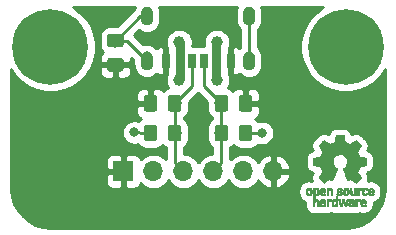
<source format=gbr>
G04 #@! TF.GenerationSoftware,KiCad,Pcbnew,(5.1.2-1)-1*
G04 #@! TF.CreationDate,2020-04-24T16:50:01+02:00*
G04 #@! TF.ProjectId,USB-C-Power-tester,5553422d-432d-4506-9f77-65722d746573,rev?*
G04 #@! TF.SameCoordinates,Original*
G04 #@! TF.FileFunction,Copper,L1,Top*
G04 #@! TF.FilePolarity,Positive*
%FSLAX46Y46*%
G04 Gerber Fmt 4.6, Leading zero omitted, Abs format (unit mm)*
G04 Created by KiCad (PCBNEW (5.1.2-1)-1) date 2020-04-24 16:50:01*
%MOMM*%
%LPD*%
G04 APERTURE LIST*
%ADD10C,0.010000*%
%ADD11R,0.800000X1.200000*%
%ADD12C,0.100000*%
%ADD13C,1.000000*%
%ADD14C,6.400000*%
%ADD15C,0.800000*%
%ADD16C,1.150000*%
%ADD17O,1.700000X1.700000*%
%ADD18R,1.700000X1.700000*%
%ADD19C,0.750000*%
%ADD20C,0.250000*%
%ADD21C,0.254000*%
G04 APERTURE END LIST*
D10*
G36*
X94876964Y-68790018D02*
G01*
X94933812Y-69091570D01*
X95353338Y-69264512D01*
X95604984Y-69093395D01*
X95675458Y-69045750D01*
X95739163Y-69003210D01*
X95793126Y-68967715D01*
X95834373Y-68941210D01*
X95859934Y-68925636D01*
X95866895Y-68922278D01*
X95879435Y-68930914D01*
X95906231Y-68954792D01*
X95944280Y-68990859D01*
X95990579Y-69036067D01*
X96042123Y-69087364D01*
X96095909Y-69141701D01*
X96148935Y-69196028D01*
X96198195Y-69247295D01*
X96240687Y-69292451D01*
X96273407Y-69328446D01*
X96293351Y-69352230D01*
X96298119Y-69360190D01*
X96291257Y-69374865D01*
X96272020Y-69407014D01*
X96242430Y-69453492D01*
X96204510Y-69511156D01*
X96160282Y-69576860D01*
X96134654Y-69614336D01*
X96087941Y-69682768D01*
X96046432Y-69744520D01*
X96012140Y-69796519D01*
X95987080Y-69835692D01*
X95973264Y-69858965D01*
X95971188Y-69863855D01*
X95975895Y-69877755D01*
X95988723Y-69910150D01*
X96007738Y-69956485D01*
X96031003Y-70012206D01*
X96056584Y-70072758D01*
X96082545Y-70133586D01*
X96106950Y-70190136D01*
X96127863Y-70237852D01*
X96143349Y-70272181D01*
X96151472Y-70288568D01*
X96151952Y-70289212D01*
X96164707Y-70292341D01*
X96198677Y-70299321D01*
X96250340Y-70309467D01*
X96316176Y-70322092D01*
X96392664Y-70336509D01*
X96437290Y-70344823D01*
X96519021Y-70360384D01*
X96592843Y-70375192D01*
X96655021Y-70388436D01*
X96701822Y-70399305D01*
X96729509Y-70406989D01*
X96735074Y-70409427D01*
X96740526Y-70425930D01*
X96744924Y-70463200D01*
X96748272Y-70516880D01*
X96750574Y-70582612D01*
X96751832Y-70656037D01*
X96752048Y-70732796D01*
X96751227Y-70808532D01*
X96749371Y-70878886D01*
X96746482Y-70939500D01*
X96742565Y-70986016D01*
X96737622Y-71014075D01*
X96734657Y-71019916D01*
X96716934Y-71026917D01*
X96679381Y-71036927D01*
X96626964Y-71048769D01*
X96564652Y-71061267D01*
X96542900Y-71065310D01*
X96438024Y-71084520D01*
X96355180Y-71099991D01*
X96291630Y-71112337D01*
X96244637Y-71122173D01*
X96211463Y-71130114D01*
X96189371Y-71136776D01*
X96175624Y-71142773D01*
X96167484Y-71148719D01*
X96166345Y-71149894D01*
X96154977Y-71168826D01*
X96137635Y-71205669D01*
X96116050Y-71255913D01*
X96091954Y-71315046D01*
X96067079Y-71378556D01*
X96043157Y-71441932D01*
X96021919Y-71500662D01*
X96005097Y-71550235D01*
X95994422Y-71586139D01*
X95991627Y-71603862D01*
X95991860Y-71604483D01*
X96001331Y-71618970D01*
X96022818Y-71650844D01*
X96054063Y-71696789D01*
X96092807Y-71753485D01*
X96136793Y-71817617D01*
X96149319Y-71835842D01*
X96193984Y-71901914D01*
X96233288Y-71962200D01*
X96265088Y-72013235D01*
X96287245Y-72051560D01*
X96297617Y-72073711D01*
X96298119Y-72076432D01*
X96289405Y-72090736D01*
X96265325Y-72119072D01*
X96228976Y-72158396D01*
X96183453Y-72205661D01*
X96131852Y-72257823D01*
X96077267Y-72311835D01*
X96022794Y-72364653D01*
X95971529Y-72413231D01*
X95926567Y-72454523D01*
X95891004Y-72485485D01*
X95867935Y-72503070D01*
X95861554Y-72505941D01*
X95846699Y-72499178D01*
X95816286Y-72480939D01*
X95775268Y-72454297D01*
X95743709Y-72432852D01*
X95686525Y-72393503D01*
X95618806Y-72347171D01*
X95550880Y-72300913D01*
X95514361Y-72276155D01*
X95390752Y-72192547D01*
X95286991Y-72248650D01*
X95239720Y-72273228D01*
X95199523Y-72292331D01*
X95172326Y-72303227D01*
X95165402Y-72304743D01*
X95157077Y-72293549D01*
X95140654Y-72261917D01*
X95117357Y-72212765D01*
X95088414Y-72149010D01*
X95055050Y-72073571D01*
X95018491Y-71989364D01*
X94979964Y-71899308D01*
X94940694Y-71806321D01*
X94901908Y-71713320D01*
X94864830Y-71623223D01*
X94830689Y-71538948D01*
X94800708Y-71463413D01*
X94776116Y-71399534D01*
X94758136Y-71350231D01*
X94747997Y-71318421D01*
X94746366Y-71307496D01*
X94759291Y-71293561D01*
X94787589Y-71270940D01*
X94825346Y-71244333D01*
X94828515Y-71242228D01*
X94926100Y-71164114D01*
X95004786Y-71072982D01*
X95063891Y-70971745D01*
X95102732Y-70863318D01*
X95120628Y-70750614D01*
X95116897Y-70636548D01*
X95090857Y-70524034D01*
X95041825Y-70415985D01*
X95027400Y-70392345D01*
X94952369Y-70296887D01*
X94863730Y-70220232D01*
X94764549Y-70162780D01*
X94657895Y-70124929D01*
X94546836Y-70107078D01*
X94434439Y-70109625D01*
X94323773Y-70132970D01*
X94217906Y-70177510D01*
X94119905Y-70243645D01*
X94089590Y-70270487D01*
X94012438Y-70354512D01*
X93956218Y-70442966D01*
X93917653Y-70542115D01*
X93896174Y-70640303D01*
X93890872Y-70750697D01*
X93908552Y-70861640D01*
X93947419Y-70969381D01*
X94005677Y-71070169D01*
X94081531Y-71160256D01*
X94173183Y-71235892D01*
X94185228Y-71243864D01*
X94223389Y-71269974D01*
X94252399Y-71292595D01*
X94266268Y-71307039D01*
X94266469Y-71307496D01*
X94263492Y-71323121D01*
X94251689Y-71358582D01*
X94232286Y-71410962D01*
X94206512Y-71477345D01*
X94175591Y-71554814D01*
X94140751Y-71640450D01*
X94103217Y-71731337D01*
X94064217Y-71824559D01*
X94024977Y-71917197D01*
X93986724Y-72006335D01*
X93950683Y-72089055D01*
X93918083Y-72162441D01*
X93890148Y-72223575D01*
X93868105Y-72269541D01*
X93853182Y-72297421D01*
X93847172Y-72304743D01*
X93828809Y-72299041D01*
X93794448Y-72283749D01*
X93750016Y-72261599D01*
X93725583Y-72248650D01*
X93621822Y-72192547D01*
X93498213Y-72276155D01*
X93435114Y-72318987D01*
X93366030Y-72366122D01*
X93301293Y-72410503D01*
X93268866Y-72432852D01*
X93223259Y-72463477D01*
X93184640Y-72487747D01*
X93158048Y-72502587D01*
X93149410Y-72505724D01*
X93136839Y-72497261D01*
X93109016Y-72473636D01*
X93068639Y-72437302D01*
X93018405Y-72390711D01*
X92961012Y-72336317D01*
X92924714Y-72301392D01*
X92861210Y-72238996D01*
X92806327Y-72183188D01*
X92762286Y-72136354D01*
X92731305Y-72100882D01*
X92715602Y-72079161D01*
X92714095Y-72074752D01*
X92721086Y-72057985D01*
X92740406Y-72024082D01*
X92769909Y-71976476D01*
X92807455Y-71918599D01*
X92850900Y-71853884D01*
X92863255Y-71835842D01*
X92908273Y-71770267D01*
X92948660Y-71711228D01*
X92982160Y-71662042D01*
X93006514Y-71626028D01*
X93019464Y-71606502D01*
X93020715Y-71604483D01*
X93018844Y-71588922D01*
X93008913Y-71554709D01*
X92992653Y-71506355D01*
X92971795Y-71448371D01*
X92948073Y-71385270D01*
X92923216Y-71321563D01*
X92898958Y-71261761D01*
X92877029Y-71210376D01*
X92859162Y-71171919D01*
X92847087Y-71150902D01*
X92846229Y-71149894D01*
X92838846Y-71143888D01*
X92826375Y-71137948D01*
X92806080Y-71131460D01*
X92775222Y-71123809D01*
X92731066Y-71114380D01*
X92670874Y-71102559D01*
X92591907Y-71087729D01*
X92491430Y-71069277D01*
X92469675Y-71065310D01*
X92405198Y-71052853D01*
X92348989Y-71040666D01*
X92306013Y-71029926D01*
X92281240Y-71021809D01*
X92277918Y-71019916D01*
X92272444Y-71003138D01*
X92267994Y-70965645D01*
X92264572Y-70911794D01*
X92262181Y-70845944D01*
X92260823Y-70772453D01*
X92260501Y-70695680D01*
X92261219Y-70619983D01*
X92262979Y-70549720D01*
X92265784Y-70489250D01*
X92269638Y-70442930D01*
X92274543Y-70415119D01*
X92277500Y-70409427D01*
X92293963Y-70403686D01*
X92331449Y-70394345D01*
X92386225Y-70382215D01*
X92454555Y-70368107D01*
X92532706Y-70352830D01*
X92575284Y-70344823D01*
X92656071Y-70329721D01*
X92728113Y-70316040D01*
X92787889Y-70304467D01*
X92831879Y-70295687D01*
X92856561Y-70290387D01*
X92860623Y-70289212D01*
X92867489Y-70275965D01*
X92882002Y-70244057D01*
X92902229Y-70198047D01*
X92926234Y-70142492D01*
X92952082Y-70081953D01*
X92977840Y-70020986D01*
X93001573Y-69964151D01*
X93021346Y-69916006D01*
X93035224Y-69881110D01*
X93041274Y-69864021D01*
X93041386Y-69863274D01*
X93034528Y-69849793D01*
X93015302Y-69818770D01*
X92985728Y-69773289D01*
X92947827Y-69716432D01*
X92903620Y-69651283D01*
X92877921Y-69613862D01*
X92831093Y-69545247D01*
X92789501Y-69482952D01*
X92755175Y-69430129D01*
X92730143Y-69389927D01*
X92716435Y-69365500D01*
X92714456Y-69360024D01*
X92722966Y-69347278D01*
X92746493Y-69320063D01*
X92782032Y-69281428D01*
X92826577Y-69234423D01*
X92877123Y-69182095D01*
X92930664Y-69127495D01*
X92984195Y-69073670D01*
X93034711Y-69023670D01*
X93079206Y-68980543D01*
X93114675Y-68947339D01*
X93138113Y-68927106D01*
X93145954Y-68922278D01*
X93158720Y-68929067D01*
X93189256Y-68948142D01*
X93234590Y-68977561D01*
X93291756Y-69015381D01*
X93357784Y-69059661D01*
X93407590Y-69093395D01*
X93659236Y-69264512D01*
X93868999Y-69178041D01*
X94078763Y-69091570D01*
X94135611Y-68790018D01*
X94192460Y-68488466D01*
X94820115Y-68488466D01*
X94876964Y-68790018D01*
X94876964Y-68790018D01*
G37*
X94876964Y-68790018D02*
X94933812Y-69091570D01*
X95353338Y-69264512D01*
X95604984Y-69093395D01*
X95675458Y-69045750D01*
X95739163Y-69003210D01*
X95793126Y-68967715D01*
X95834373Y-68941210D01*
X95859934Y-68925636D01*
X95866895Y-68922278D01*
X95879435Y-68930914D01*
X95906231Y-68954792D01*
X95944280Y-68990859D01*
X95990579Y-69036067D01*
X96042123Y-69087364D01*
X96095909Y-69141701D01*
X96148935Y-69196028D01*
X96198195Y-69247295D01*
X96240687Y-69292451D01*
X96273407Y-69328446D01*
X96293351Y-69352230D01*
X96298119Y-69360190D01*
X96291257Y-69374865D01*
X96272020Y-69407014D01*
X96242430Y-69453492D01*
X96204510Y-69511156D01*
X96160282Y-69576860D01*
X96134654Y-69614336D01*
X96087941Y-69682768D01*
X96046432Y-69744520D01*
X96012140Y-69796519D01*
X95987080Y-69835692D01*
X95973264Y-69858965D01*
X95971188Y-69863855D01*
X95975895Y-69877755D01*
X95988723Y-69910150D01*
X96007738Y-69956485D01*
X96031003Y-70012206D01*
X96056584Y-70072758D01*
X96082545Y-70133586D01*
X96106950Y-70190136D01*
X96127863Y-70237852D01*
X96143349Y-70272181D01*
X96151472Y-70288568D01*
X96151952Y-70289212D01*
X96164707Y-70292341D01*
X96198677Y-70299321D01*
X96250340Y-70309467D01*
X96316176Y-70322092D01*
X96392664Y-70336509D01*
X96437290Y-70344823D01*
X96519021Y-70360384D01*
X96592843Y-70375192D01*
X96655021Y-70388436D01*
X96701822Y-70399305D01*
X96729509Y-70406989D01*
X96735074Y-70409427D01*
X96740526Y-70425930D01*
X96744924Y-70463200D01*
X96748272Y-70516880D01*
X96750574Y-70582612D01*
X96751832Y-70656037D01*
X96752048Y-70732796D01*
X96751227Y-70808532D01*
X96749371Y-70878886D01*
X96746482Y-70939500D01*
X96742565Y-70986016D01*
X96737622Y-71014075D01*
X96734657Y-71019916D01*
X96716934Y-71026917D01*
X96679381Y-71036927D01*
X96626964Y-71048769D01*
X96564652Y-71061267D01*
X96542900Y-71065310D01*
X96438024Y-71084520D01*
X96355180Y-71099991D01*
X96291630Y-71112337D01*
X96244637Y-71122173D01*
X96211463Y-71130114D01*
X96189371Y-71136776D01*
X96175624Y-71142773D01*
X96167484Y-71148719D01*
X96166345Y-71149894D01*
X96154977Y-71168826D01*
X96137635Y-71205669D01*
X96116050Y-71255913D01*
X96091954Y-71315046D01*
X96067079Y-71378556D01*
X96043157Y-71441932D01*
X96021919Y-71500662D01*
X96005097Y-71550235D01*
X95994422Y-71586139D01*
X95991627Y-71603862D01*
X95991860Y-71604483D01*
X96001331Y-71618970D01*
X96022818Y-71650844D01*
X96054063Y-71696789D01*
X96092807Y-71753485D01*
X96136793Y-71817617D01*
X96149319Y-71835842D01*
X96193984Y-71901914D01*
X96233288Y-71962200D01*
X96265088Y-72013235D01*
X96287245Y-72051560D01*
X96297617Y-72073711D01*
X96298119Y-72076432D01*
X96289405Y-72090736D01*
X96265325Y-72119072D01*
X96228976Y-72158396D01*
X96183453Y-72205661D01*
X96131852Y-72257823D01*
X96077267Y-72311835D01*
X96022794Y-72364653D01*
X95971529Y-72413231D01*
X95926567Y-72454523D01*
X95891004Y-72485485D01*
X95867935Y-72503070D01*
X95861554Y-72505941D01*
X95846699Y-72499178D01*
X95816286Y-72480939D01*
X95775268Y-72454297D01*
X95743709Y-72432852D01*
X95686525Y-72393503D01*
X95618806Y-72347171D01*
X95550880Y-72300913D01*
X95514361Y-72276155D01*
X95390752Y-72192547D01*
X95286991Y-72248650D01*
X95239720Y-72273228D01*
X95199523Y-72292331D01*
X95172326Y-72303227D01*
X95165402Y-72304743D01*
X95157077Y-72293549D01*
X95140654Y-72261917D01*
X95117357Y-72212765D01*
X95088414Y-72149010D01*
X95055050Y-72073571D01*
X95018491Y-71989364D01*
X94979964Y-71899308D01*
X94940694Y-71806321D01*
X94901908Y-71713320D01*
X94864830Y-71623223D01*
X94830689Y-71538948D01*
X94800708Y-71463413D01*
X94776116Y-71399534D01*
X94758136Y-71350231D01*
X94747997Y-71318421D01*
X94746366Y-71307496D01*
X94759291Y-71293561D01*
X94787589Y-71270940D01*
X94825346Y-71244333D01*
X94828515Y-71242228D01*
X94926100Y-71164114D01*
X95004786Y-71072982D01*
X95063891Y-70971745D01*
X95102732Y-70863318D01*
X95120628Y-70750614D01*
X95116897Y-70636548D01*
X95090857Y-70524034D01*
X95041825Y-70415985D01*
X95027400Y-70392345D01*
X94952369Y-70296887D01*
X94863730Y-70220232D01*
X94764549Y-70162780D01*
X94657895Y-70124929D01*
X94546836Y-70107078D01*
X94434439Y-70109625D01*
X94323773Y-70132970D01*
X94217906Y-70177510D01*
X94119905Y-70243645D01*
X94089590Y-70270487D01*
X94012438Y-70354512D01*
X93956218Y-70442966D01*
X93917653Y-70542115D01*
X93896174Y-70640303D01*
X93890872Y-70750697D01*
X93908552Y-70861640D01*
X93947419Y-70969381D01*
X94005677Y-71070169D01*
X94081531Y-71160256D01*
X94173183Y-71235892D01*
X94185228Y-71243864D01*
X94223389Y-71269974D01*
X94252399Y-71292595D01*
X94266268Y-71307039D01*
X94266469Y-71307496D01*
X94263492Y-71323121D01*
X94251689Y-71358582D01*
X94232286Y-71410962D01*
X94206512Y-71477345D01*
X94175591Y-71554814D01*
X94140751Y-71640450D01*
X94103217Y-71731337D01*
X94064217Y-71824559D01*
X94024977Y-71917197D01*
X93986724Y-72006335D01*
X93950683Y-72089055D01*
X93918083Y-72162441D01*
X93890148Y-72223575D01*
X93868105Y-72269541D01*
X93853182Y-72297421D01*
X93847172Y-72304743D01*
X93828809Y-72299041D01*
X93794448Y-72283749D01*
X93750016Y-72261599D01*
X93725583Y-72248650D01*
X93621822Y-72192547D01*
X93498213Y-72276155D01*
X93435114Y-72318987D01*
X93366030Y-72366122D01*
X93301293Y-72410503D01*
X93268866Y-72432852D01*
X93223259Y-72463477D01*
X93184640Y-72487747D01*
X93158048Y-72502587D01*
X93149410Y-72505724D01*
X93136839Y-72497261D01*
X93109016Y-72473636D01*
X93068639Y-72437302D01*
X93018405Y-72390711D01*
X92961012Y-72336317D01*
X92924714Y-72301392D01*
X92861210Y-72238996D01*
X92806327Y-72183188D01*
X92762286Y-72136354D01*
X92731305Y-72100882D01*
X92715602Y-72079161D01*
X92714095Y-72074752D01*
X92721086Y-72057985D01*
X92740406Y-72024082D01*
X92769909Y-71976476D01*
X92807455Y-71918599D01*
X92850900Y-71853884D01*
X92863255Y-71835842D01*
X92908273Y-71770267D01*
X92948660Y-71711228D01*
X92982160Y-71662042D01*
X93006514Y-71626028D01*
X93019464Y-71606502D01*
X93020715Y-71604483D01*
X93018844Y-71588922D01*
X93008913Y-71554709D01*
X92992653Y-71506355D01*
X92971795Y-71448371D01*
X92948073Y-71385270D01*
X92923216Y-71321563D01*
X92898958Y-71261761D01*
X92877029Y-71210376D01*
X92859162Y-71171919D01*
X92847087Y-71150902D01*
X92846229Y-71149894D01*
X92838846Y-71143888D01*
X92826375Y-71137948D01*
X92806080Y-71131460D01*
X92775222Y-71123809D01*
X92731066Y-71114380D01*
X92670874Y-71102559D01*
X92591907Y-71087729D01*
X92491430Y-71069277D01*
X92469675Y-71065310D01*
X92405198Y-71052853D01*
X92348989Y-71040666D01*
X92306013Y-71029926D01*
X92281240Y-71021809D01*
X92277918Y-71019916D01*
X92272444Y-71003138D01*
X92267994Y-70965645D01*
X92264572Y-70911794D01*
X92262181Y-70845944D01*
X92260823Y-70772453D01*
X92260501Y-70695680D01*
X92261219Y-70619983D01*
X92262979Y-70549720D01*
X92265784Y-70489250D01*
X92269638Y-70442930D01*
X92274543Y-70415119D01*
X92277500Y-70409427D01*
X92293963Y-70403686D01*
X92331449Y-70394345D01*
X92386225Y-70382215D01*
X92454555Y-70368107D01*
X92532706Y-70352830D01*
X92575284Y-70344823D01*
X92656071Y-70329721D01*
X92728113Y-70316040D01*
X92787889Y-70304467D01*
X92831879Y-70295687D01*
X92856561Y-70290387D01*
X92860623Y-70289212D01*
X92867489Y-70275965D01*
X92882002Y-70244057D01*
X92902229Y-70198047D01*
X92926234Y-70142492D01*
X92952082Y-70081953D01*
X92977840Y-70020986D01*
X93001573Y-69964151D01*
X93021346Y-69916006D01*
X93035224Y-69881110D01*
X93041274Y-69864021D01*
X93041386Y-69863274D01*
X93034528Y-69849793D01*
X93015302Y-69818770D01*
X92985728Y-69773289D01*
X92947827Y-69716432D01*
X92903620Y-69651283D01*
X92877921Y-69613862D01*
X92831093Y-69545247D01*
X92789501Y-69482952D01*
X92755175Y-69430129D01*
X92730143Y-69389927D01*
X92716435Y-69365500D01*
X92714456Y-69360024D01*
X92722966Y-69347278D01*
X92746493Y-69320063D01*
X92782032Y-69281428D01*
X92826577Y-69234423D01*
X92877123Y-69182095D01*
X92930664Y-69127495D01*
X92984195Y-69073670D01*
X93034711Y-69023670D01*
X93079206Y-68980543D01*
X93114675Y-68947339D01*
X93138113Y-68927106D01*
X93145954Y-68922278D01*
X93158720Y-68929067D01*
X93189256Y-68948142D01*
X93234590Y-68977561D01*
X93291756Y-69015381D01*
X93357784Y-69059661D01*
X93407590Y-69093395D01*
X93659236Y-69264512D01*
X93868999Y-69178041D01*
X94078763Y-69091570D01*
X94135611Y-68790018D01*
X94192460Y-68488466D01*
X94820115Y-68488466D01*
X94876964Y-68790018D01*
G36*
X96299460Y-72958030D02*
G01*
X96342711Y-72971245D01*
X96370558Y-72987941D01*
X96379629Y-73001145D01*
X96377132Y-73016797D01*
X96360931Y-73041385D01*
X96347232Y-73058800D01*
X96318992Y-73090283D01*
X96297775Y-73103529D01*
X96279688Y-73102664D01*
X96226035Y-73089010D01*
X96186630Y-73089630D01*
X96154632Y-73105104D01*
X96143890Y-73114161D01*
X96109505Y-73146027D01*
X96109505Y-73562179D01*
X95971188Y-73562179D01*
X95971188Y-72958614D01*
X96040347Y-72958614D01*
X96081869Y-72960256D01*
X96103291Y-72966087D01*
X96109502Y-72977461D01*
X96109505Y-72977798D01*
X96112439Y-72989713D01*
X96125704Y-72988159D01*
X96144084Y-72979563D01*
X96182046Y-72963568D01*
X96212872Y-72953945D01*
X96252536Y-72951478D01*
X96299460Y-72958030D01*
X96299460Y-72958030D01*
G37*
X96299460Y-72958030D02*
X96342711Y-72971245D01*
X96370558Y-72987941D01*
X96379629Y-73001145D01*
X96377132Y-73016797D01*
X96360931Y-73041385D01*
X96347232Y-73058800D01*
X96318992Y-73090283D01*
X96297775Y-73103529D01*
X96279688Y-73102664D01*
X96226035Y-73089010D01*
X96186630Y-73089630D01*
X96154632Y-73105104D01*
X96143890Y-73114161D01*
X96109505Y-73146027D01*
X96109505Y-73562179D01*
X95971188Y-73562179D01*
X95971188Y-72958614D01*
X96040347Y-72958614D01*
X96081869Y-72960256D01*
X96103291Y-72966087D01*
X96109502Y-72977461D01*
X96109505Y-72977798D01*
X96112439Y-72989713D01*
X96125704Y-72988159D01*
X96144084Y-72979563D01*
X96182046Y-72963568D01*
X96212872Y-72953945D01*
X96252536Y-72951478D01*
X96299460Y-72958030D01*
G36*
X93745988Y-72969002D02*
G01*
X93777283Y-72983950D01*
X93807591Y-73005541D01*
X93830682Y-73030391D01*
X93847500Y-73062087D01*
X93858994Y-73104214D01*
X93866109Y-73160358D01*
X93869793Y-73234106D01*
X93870992Y-73329044D01*
X93871011Y-73338985D01*
X93871287Y-73562179D01*
X93732970Y-73562179D01*
X93732970Y-73356418D01*
X93732872Y-73280189D01*
X93732191Y-73224939D01*
X93730349Y-73186501D01*
X93726767Y-73160706D01*
X93720868Y-73143384D01*
X93712073Y-73130368D01*
X93699820Y-73117507D01*
X93656953Y-73089873D01*
X93610157Y-73084745D01*
X93565576Y-73102217D01*
X93550072Y-73115221D01*
X93538690Y-73127447D01*
X93530519Y-73140540D01*
X93525026Y-73158615D01*
X93521680Y-73185787D01*
X93519949Y-73226170D01*
X93519303Y-73283879D01*
X93519208Y-73354132D01*
X93519208Y-73562179D01*
X93380891Y-73562179D01*
X93380891Y-72958614D01*
X93450050Y-72958614D01*
X93491572Y-72960256D01*
X93512994Y-72966087D01*
X93519205Y-72977461D01*
X93519208Y-72977798D01*
X93522090Y-72988938D01*
X93534801Y-72987674D01*
X93560074Y-72975434D01*
X93617395Y-72957424D01*
X93682963Y-72955421D01*
X93745988Y-72969002D01*
X93745988Y-72969002D01*
G37*
X93745988Y-72969002D02*
X93777283Y-72983950D01*
X93807591Y-73005541D01*
X93830682Y-73030391D01*
X93847500Y-73062087D01*
X93858994Y-73104214D01*
X93866109Y-73160358D01*
X93869793Y-73234106D01*
X93870992Y-73329044D01*
X93871011Y-73338985D01*
X93871287Y-73562179D01*
X93732970Y-73562179D01*
X93732970Y-73356418D01*
X93732872Y-73280189D01*
X93732191Y-73224939D01*
X93730349Y-73186501D01*
X93726767Y-73160706D01*
X93720868Y-73143384D01*
X93712073Y-73130368D01*
X93699820Y-73117507D01*
X93656953Y-73089873D01*
X93610157Y-73084745D01*
X93565576Y-73102217D01*
X93550072Y-73115221D01*
X93538690Y-73127447D01*
X93530519Y-73140540D01*
X93525026Y-73158615D01*
X93521680Y-73185787D01*
X93519949Y-73226170D01*
X93519303Y-73283879D01*
X93519208Y-73354132D01*
X93519208Y-73562179D01*
X93380891Y-73562179D01*
X93380891Y-72958614D01*
X93450050Y-72958614D01*
X93491572Y-72960256D01*
X93512994Y-72966087D01*
X93519205Y-72977461D01*
X93519208Y-72977798D01*
X93522090Y-72988938D01*
X93534801Y-72987674D01*
X93560074Y-72975434D01*
X93617395Y-72957424D01*
X93682963Y-72955421D01*
X93745988Y-72969002D01*
G36*
X97177898Y-72956457D02*
G01*
X97210096Y-72964279D01*
X97271825Y-72992921D01*
X97324610Y-73036667D01*
X97361141Y-73089117D01*
X97366160Y-73100893D01*
X97373045Y-73131740D01*
X97377864Y-73177371D01*
X97379505Y-73223492D01*
X97379505Y-73310693D01*
X97197178Y-73310693D01*
X97121979Y-73310978D01*
X97069003Y-73312704D01*
X97035325Y-73317181D01*
X97018020Y-73325720D01*
X97014163Y-73339630D01*
X97020829Y-73360222D01*
X97032770Y-73384315D01*
X97066080Y-73424525D01*
X97112368Y-73444558D01*
X97168944Y-73443905D01*
X97233031Y-73422101D01*
X97288417Y-73395193D01*
X97334375Y-73431532D01*
X97380333Y-73467872D01*
X97337096Y-73507819D01*
X97279374Y-73545563D01*
X97208386Y-73568320D01*
X97132029Y-73574688D01*
X97058199Y-73563268D01*
X97046287Y-73559393D01*
X96981399Y-73525506D01*
X96933130Y-73474986D01*
X96900465Y-73406325D01*
X96882385Y-73318014D01*
X96882175Y-73316121D01*
X96880556Y-73219878D01*
X96887100Y-73185542D01*
X97014852Y-73185542D01*
X97026584Y-73190822D01*
X97058438Y-73194867D01*
X97105397Y-73197176D01*
X97135154Y-73197525D01*
X97190648Y-73197306D01*
X97225346Y-73195916D01*
X97243601Y-73192251D01*
X97249766Y-73185210D01*
X97248195Y-73173690D01*
X97246878Y-73169233D01*
X97224382Y-73127355D01*
X97189003Y-73093604D01*
X97157780Y-73078773D01*
X97116301Y-73079668D01*
X97074269Y-73098164D01*
X97039012Y-73128786D01*
X97017854Y-73166062D01*
X97014852Y-73185542D01*
X96887100Y-73185542D01*
X96896690Y-73135229D01*
X96928698Y-73064191D01*
X96974701Y-73008779D01*
X97032821Y-72971009D01*
X97101180Y-72952896D01*
X97177898Y-72956457D01*
X97177898Y-72956457D01*
G37*
X97177898Y-72956457D02*
X97210096Y-72964279D01*
X97271825Y-72992921D01*
X97324610Y-73036667D01*
X97361141Y-73089117D01*
X97366160Y-73100893D01*
X97373045Y-73131740D01*
X97377864Y-73177371D01*
X97379505Y-73223492D01*
X97379505Y-73310693D01*
X97197178Y-73310693D01*
X97121979Y-73310978D01*
X97069003Y-73312704D01*
X97035325Y-73317181D01*
X97018020Y-73325720D01*
X97014163Y-73339630D01*
X97020829Y-73360222D01*
X97032770Y-73384315D01*
X97066080Y-73424525D01*
X97112368Y-73444558D01*
X97168944Y-73443905D01*
X97233031Y-73422101D01*
X97288417Y-73395193D01*
X97334375Y-73431532D01*
X97380333Y-73467872D01*
X97337096Y-73507819D01*
X97279374Y-73545563D01*
X97208386Y-73568320D01*
X97132029Y-73574688D01*
X97058199Y-73563268D01*
X97046287Y-73559393D01*
X96981399Y-73525506D01*
X96933130Y-73474986D01*
X96900465Y-73406325D01*
X96882385Y-73318014D01*
X96882175Y-73316121D01*
X96880556Y-73219878D01*
X96887100Y-73185542D01*
X97014852Y-73185542D01*
X97026584Y-73190822D01*
X97058438Y-73194867D01*
X97105397Y-73197176D01*
X97135154Y-73197525D01*
X97190648Y-73197306D01*
X97225346Y-73195916D01*
X97243601Y-73192251D01*
X97249766Y-73185210D01*
X97248195Y-73173690D01*
X97246878Y-73169233D01*
X97224382Y-73127355D01*
X97189003Y-73093604D01*
X97157780Y-73078773D01*
X97116301Y-73079668D01*
X97074269Y-73098164D01*
X97039012Y-73128786D01*
X97017854Y-73166062D01*
X97014852Y-73185542D01*
X96887100Y-73185542D01*
X96896690Y-73135229D01*
X96928698Y-73064191D01*
X96974701Y-73008779D01*
X97032821Y-72971009D01*
X97101180Y-72952896D01*
X97177898Y-72956457D01*
G36*
X96717226Y-72963880D02*
G01*
X96790080Y-72994830D01*
X96813027Y-73009895D01*
X96842354Y-73033048D01*
X96860764Y-73051253D01*
X96863961Y-73057183D01*
X96854935Y-73070340D01*
X96831837Y-73092667D01*
X96813344Y-73108250D01*
X96762728Y-73148926D01*
X96722760Y-73115295D01*
X96691874Y-73093584D01*
X96661759Y-73086090D01*
X96627292Y-73087920D01*
X96572561Y-73101528D01*
X96534886Y-73129772D01*
X96511991Y-73175433D01*
X96501597Y-73241289D01*
X96501595Y-73241331D01*
X96502494Y-73314939D01*
X96516463Y-73368946D01*
X96544328Y-73405716D01*
X96563325Y-73418168D01*
X96613776Y-73433673D01*
X96667663Y-73433683D01*
X96714546Y-73418638D01*
X96725644Y-73411287D01*
X96753476Y-73392511D01*
X96775236Y-73389434D01*
X96798704Y-73403409D01*
X96824649Y-73428510D01*
X96865716Y-73470880D01*
X96820121Y-73508464D01*
X96749674Y-73550882D01*
X96670233Y-73571785D01*
X96587215Y-73570272D01*
X96532694Y-73556411D01*
X96468970Y-73522135D01*
X96418005Y-73468212D01*
X96394851Y-73430149D01*
X96376099Y-73375536D01*
X96366715Y-73306369D01*
X96366643Y-73231407D01*
X96375824Y-73159409D01*
X96394199Y-73099137D01*
X96397093Y-73092958D01*
X96439952Y-73032351D01*
X96497979Y-72988224D01*
X96566591Y-72961493D01*
X96641201Y-72953073D01*
X96717226Y-72963880D01*
X96717226Y-72963880D01*
G37*
X96717226Y-72963880D02*
X96790080Y-72994830D01*
X96813027Y-73009895D01*
X96842354Y-73033048D01*
X96860764Y-73051253D01*
X96863961Y-73057183D01*
X96854935Y-73070340D01*
X96831837Y-73092667D01*
X96813344Y-73108250D01*
X96762728Y-73148926D01*
X96722760Y-73115295D01*
X96691874Y-73093584D01*
X96661759Y-73086090D01*
X96627292Y-73087920D01*
X96572561Y-73101528D01*
X96534886Y-73129772D01*
X96511991Y-73175433D01*
X96501597Y-73241289D01*
X96501595Y-73241331D01*
X96502494Y-73314939D01*
X96516463Y-73368946D01*
X96544328Y-73405716D01*
X96563325Y-73418168D01*
X96613776Y-73433673D01*
X96667663Y-73433683D01*
X96714546Y-73418638D01*
X96725644Y-73411287D01*
X96753476Y-73392511D01*
X96775236Y-73389434D01*
X96798704Y-73403409D01*
X96824649Y-73428510D01*
X96865716Y-73470880D01*
X96820121Y-73508464D01*
X96749674Y-73550882D01*
X96670233Y-73571785D01*
X96587215Y-73570272D01*
X96532694Y-73556411D01*
X96468970Y-73522135D01*
X96418005Y-73468212D01*
X96394851Y-73430149D01*
X96376099Y-73375536D01*
X96366715Y-73306369D01*
X96366643Y-73231407D01*
X96375824Y-73159409D01*
X96394199Y-73099137D01*
X96397093Y-73092958D01*
X96439952Y-73032351D01*
X96497979Y-72988224D01*
X96566591Y-72961493D01*
X96641201Y-72953073D01*
X96717226Y-72963880D01*
G36*
X95493367Y-73154342D02*
G01*
X95494555Y-73246563D01*
X95498897Y-73316610D01*
X95507558Y-73367381D01*
X95521704Y-73401772D01*
X95542500Y-73422679D01*
X95571110Y-73433000D01*
X95606535Y-73435636D01*
X95643636Y-73432682D01*
X95671818Y-73421889D01*
X95692243Y-73400360D01*
X95706079Y-73365199D01*
X95714491Y-73313510D01*
X95718643Y-73242394D01*
X95719703Y-73154342D01*
X95719703Y-72958614D01*
X95858020Y-72958614D01*
X95858020Y-73562179D01*
X95788862Y-73562179D01*
X95747170Y-73560489D01*
X95725701Y-73554556D01*
X95719703Y-73543293D01*
X95716091Y-73533261D01*
X95701714Y-73535383D01*
X95672736Y-73549580D01*
X95606319Y-73571480D01*
X95535875Y-73569928D01*
X95468377Y-73546147D01*
X95436233Y-73527362D01*
X95411715Y-73507022D01*
X95393804Y-73481573D01*
X95381479Y-73447458D01*
X95373723Y-73401121D01*
X95369516Y-73339007D01*
X95367840Y-73257561D01*
X95367624Y-73194578D01*
X95367624Y-72958614D01*
X95493367Y-72958614D01*
X95493367Y-73154342D01*
X95493367Y-73154342D01*
G37*
X95493367Y-73154342D02*
X95494555Y-73246563D01*
X95498897Y-73316610D01*
X95507558Y-73367381D01*
X95521704Y-73401772D01*
X95542500Y-73422679D01*
X95571110Y-73433000D01*
X95606535Y-73435636D01*
X95643636Y-73432682D01*
X95671818Y-73421889D01*
X95692243Y-73400360D01*
X95706079Y-73365199D01*
X95714491Y-73313510D01*
X95718643Y-73242394D01*
X95719703Y-73154342D01*
X95719703Y-72958614D01*
X95858020Y-72958614D01*
X95858020Y-73562179D01*
X95788862Y-73562179D01*
X95747170Y-73560489D01*
X95725701Y-73554556D01*
X95719703Y-73543293D01*
X95716091Y-73533261D01*
X95701714Y-73535383D01*
X95672736Y-73549580D01*
X95606319Y-73571480D01*
X95535875Y-73569928D01*
X95468377Y-73546147D01*
X95436233Y-73527362D01*
X95411715Y-73507022D01*
X95393804Y-73481573D01*
X95381479Y-73447458D01*
X95373723Y-73401121D01*
X95369516Y-73339007D01*
X95367840Y-73257561D01*
X95367624Y-73194578D01*
X95367624Y-72958614D01*
X95493367Y-72958614D01*
X95493367Y-73154342D01*
G36*
X95110762Y-72966055D02*
G01*
X95174363Y-73000692D01*
X95224123Y-73055372D01*
X95247568Y-73099842D01*
X95257634Y-73139121D01*
X95264156Y-73195116D01*
X95266951Y-73259621D01*
X95265836Y-73324429D01*
X95260626Y-73381334D01*
X95254541Y-73411727D01*
X95234014Y-73453306D01*
X95198463Y-73497468D01*
X95155619Y-73536087D01*
X95113211Y-73561034D01*
X95112177Y-73561430D01*
X95059553Y-73572331D01*
X94997188Y-73572601D01*
X94937924Y-73562676D01*
X94915040Y-73554722D01*
X94856102Y-73521300D01*
X94813890Y-73477511D01*
X94786156Y-73419538D01*
X94770651Y-73343565D01*
X94767143Y-73303771D01*
X94767590Y-73253766D01*
X94902376Y-73253766D01*
X94906917Y-73326732D01*
X94919986Y-73382334D01*
X94940756Y-73417861D01*
X94955552Y-73428020D01*
X94993464Y-73435104D01*
X95038527Y-73433007D01*
X95077487Y-73422812D01*
X95087704Y-73417204D01*
X95114659Y-73384538D01*
X95132451Y-73334545D01*
X95140024Y-73273705D01*
X95136325Y-73208497D01*
X95128057Y-73169253D01*
X95104320Y-73123805D01*
X95066849Y-73095396D01*
X95021720Y-73085573D01*
X94975011Y-73095887D01*
X94939132Y-73121112D01*
X94920277Y-73141925D01*
X94909272Y-73162439D01*
X94904026Y-73190203D01*
X94902449Y-73232762D01*
X94902376Y-73253766D01*
X94767590Y-73253766D01*
X94768094Y-73197580D01*
X94785388Y-73110501D01*
X94819029Y-73042530D01*
X94869018Y-72993664D01*
X94935356Y-72963899D01*
X94949601Y-72960448D01*
X95035210Y-72952345D01*
X95110762Y-72966055D01*
X95110762Y-72966055D01*
G37*
X95110762Y-72966055D02*
X95174363Y-73000692D01*
X95224123Y-73055372D01*
X95247568Y-73099842D01*
X95257634Y-73139121D01*
X95264156Y-73195116D01*
X95266951Y-73259621D01*
X95265836Y-73324429D01*
X95260626Y-73381334D01*
X95254541Y-73411727D01*
X95234014Y-73453306D01*
X95198463Y-73497468D01*
X95155619Y-73536087D01*
X95113211Y-73561034D01*
X95112177Y-73561430D01*
X95059553Y-73572331D01*
X94997188Y-73572601D01*
X94937924Y-73562676D01*
X94915040Y-73554722D01*
X94856102Y-73521300D01*
X94813890Y-73477511D01*
X94786156Y-73419538D01*
X94770651Y-73343565D01*
X94767143Y-73303771D01*
X94767590Y-73253766D01*
X94902376Y-73253766D01*
X94906917Y-73326732D01*
X94919986Y-73382334D01*
X94940756Y-73417861D01*
X94955552Y-73428020D01*
X94993464Y-73435104D01*
X95038527Y-73433007D01*
X95077487Y-73422812D01*
X95087704Y-73417204D01*
X95114659Y-73384538D01*
X95132451Y-73334545D01*
X95140024Y-73273705D01*
X95136325Y-73208497D01*
X95128057Y-73169253D01*
X95104320Y-73123805D01*
X95066849Y-73095396D01*
X95021720Y-73085573D01*
X94975011Y-73095887D01*
X94939132Y-73121112D01*
X94920277Y-73141925D01*
X94909272Y-73162439D01*
X94904026Y-73190203D01*
X94902449Y-73232762D01*
X94902376Y-73253766D01*
X94767590Y-73253766D01*
X94768094Y-73197580D01*
X94785388Y-73110501D01*
X94819029Y-73042530D01*
X94869018Y-72993664D01*
X94935356Y-72963899D01*
X94949601Y-72960448D01*
X95035210Y-72952345D01*
X95110762Y-72966055D01*
G36*
X94514017Y-72956452D02*
G01*
X94561634Y-72965482D01*
X94611034Y-72984370D01*
X94616312Y-72986777D01*
X94653774Y-73006476D01*
X94679717Y-73024781D01*
X94688103Y-73036508D01*
X94680117Y-73055632D01*
X94660720Y-73083850D01*
X94652110Y-73094384D01*
X94616628Y-73135847D01*
X94570885Y-73108858D01*
X94527350Y-73090878D01*
X94477050Y-73081267D01*
X94428812Y-73080660D01*
X94391467Y-73089691D01*
X94382505Y-73095327D01*
X94365437Y-73121171D01*
X94363363Y-73150941D01*
X94376134Y-73174197D01*
X94383688Y-73178708D01*
X94406325Y-73184309D01*
X94446115Y-73190892D01*
X94495166Y-73197183D01*
X94504215Y-73198170D01*
X94582996Y-73211798D01*
X94640136Y-73234946D01*
X94678030Y-73269752D01*
X94699079Y-73318354D01*
X94705635Y-73377718D01*
X94696577Y-73445198D01*
X94667164Y-73498188D01*
X94617278Y-73536783D01*
X94546800Y-73561081D01*
X94468565Y-73570667D01*
X94404766Y-73570552D01*
X94353016Y-73561845D01*
X94317673Y-73549825D01*
X94273017Y-73528880D01*
X94231747Y-73504574D01*
X94217079Y-73493876D01*
X94179357Y-73463084D01*
X94224852Y-73417049D01*
X94270347Y-73371013D01*
X94322072Y-73405243D01*
X94373952Y-73430952D01*
X94429351Y-73444399D01*
X94482605Y-73445818D01*
X94528049Y-73435443D01*
X94560016Y-73413507D01*
X94570338Y-73394998D01*
X94568789Y-73365314D01*
X94543140Y-73342615D01*
X94493460Y-73326940D01*
X94439031Y-73319695D01*
X94355264Y-73305873D01*
X94293033Y-73279796D01*
X94251507Y-73240699D01*
X94229853Y-73187820D01*
X94226853Y-73125126D01*
X94241671Y-73059642D01*
X94275454Y-73010144D01*
X94328505Y-72976408D01*
X94401126Y-72958207D01*
X94454928Y-72954639D01*
X94514017Y-72956452D01*
X94514017Y-72956452D01*
G37*
X94514017Y-72956452D02*
X94561634Y-72965482D01*
X94611034Y-72984370D01*
X94616312Y-72986777D01*
X94653774Y-73006476D01*
X94679717Y-73024781D01*
X94688103Y-73036508D01*
X94680117Y-73055632D01*
X94660720Y-73083850D01*
X94652110Y-73094384D01*
X94616628Y-73135847D01*
X94570885Y-73108858D01*
X94527350Y-73090878D01*
X94477050Y-73081267D01*
X94428812Y-73080660D01*
X94391467Y-73089691D01*
X94382505Y-73095327D01*
X94365437Y-73121171D01*
X94363363Y-73150941D01*
X94376134Y-73174197D01*
X94383688Y-73178708D01*
X94406325Y-73184309D01*
X94446115Y-73190892D01*
X94495166Y-73197183D01*
X94504215Y-73198170D01*
X94582996Y-73211798D01*
X94640136Y-73234946D01*
X94678030Y-73269752D01*
X94699079Y-73318354D01*
X94705635Y-73377718D01*
X94696577Y-73445198D01*
X94667164Y-73498188D01*
X94617278Y-73536783D01*
X94546800Y-73561081D01*
X94468565Y-73570667D01*
X94404766Y-73570552D01*
X94353016Y-73561845D01*
X94317673Y-73549825D01*
X94273017Y-73528880D01*
X94231747Y-73504574D01*
X94217079Y-73493876D01*
X94179357Y-73463084D01*
X94224852Y-73417049D01*
X94270347Y-73371013D01*
X94322072Y-73405243D01*
X94373952Y-73430952D01*
X94429351Y-73444399D01*
X94482605Y-73445818D01*
X94528049Y-73435443D01*
X94560016Y-73413507D01*
X94570338Y-73394998D01*
X94568789Y-73365314D01*
X94543140Y-73342615D01*
X94493460Y-73326940D01*
X94439031Y-73319695D01*
X94355264Y-73305873D01*
X94293033Y-73279796D01*
X94251507Y-73240699D01*
X94229853Y-73187820D01*
X94226853Y-73125126D01*
X94241671Y-73059642D01*
X94275454Y-73010144D01*
X94328505Y-72976408D01*
X94401126Y-72958207D01*
X94454928Y-72954639D01*
X94514017Y-72956452D01*
G36*
X93143301Y-72972614D02*
G01*
X93155832Y-72978514D01*
X93199201Y-73010283D01*
X93240210Y-73056646D01*
X93270832Y-73107696D01*
X93279541Y-73131166D01*
X93287488Y-73173091D01*
X93292226Y-73223757D01*
X93292801Y-73244679D01*
X93292871Y-73310693D01*
X92912917Y-73310693D01*
X92921017Y-73345273D01*
X92940896Y-73386170D01*
X92975653Y-73421514D01*
X93017002Y-73444282D01*
X93043351Y-73449010D01*
X93079084Y-73443273D01*
X93121718Y-73428882D01*
X93136201Y-73422262D01*
X93189760Y-73395513D01*
X93235467Y-73430376D01*
X93261842Y-73453955D01*
X93275876Y-73473417D01*
X93276586Y-73479129D01*
X93264049Y-73492973D01*
X93236572Y-73514012D01*
X93211634Y-73530425D01*
X93144336Y-73559930D01*
X93068890Y-73573284D01*
X92994112Y-73569812D01*
X92934505Y-73551663D01*
X92873059Y-73512784D01*
X92829392Y-73461595D01*
X92802074Y-73395367D01*
X92789678Y-73311371D01*
X92788579Y-73272936D01*
X92792978Y-73184861D01*
X92793518Y-73182299D01*
X92919418Y-73182299D01*
X92922885Y-73190558D01*
X92937137Y-73195113D01*
X92966530Y-73197065D01*
X93015425Y-73197517D01*
X93034252Y-73197525D01*
X93091533Y-73196843D01*
X93127859Y-73194364D01*
X93147396Y-73189443D01*
X93154310Y-73181434D01*
X93154555Y-73178862D01*
X93146664Y-73158423D01*
X93126915Y-73129789D01*
X93118425Y-73119763D01*
X93086906Y-73091408D01*
X93054051Y-73080259D01*
X93036349Y-73079327D01*
X92988461Y-73090981D01*
X92948301Y-73122285D01*
X92922827Y-73167752D01*
X92922375Y-73169233D01*
X92919418Y-73182299D01*
X92793518Y-73182299D01*
X92807608Y-73115510D01*
X92833962Y-73060025D01*
X92866193Y-73020639D01*
X92925783Y-72977931D01*
X92995832Y-72955109D01*
X93070339Y-72953046D01*
X93143301Y-72972614D01*
X93143301Y-72972614D01*
G37*
X93143301Y-72972614D02*
X93155832Y-72978514D01*
X93199201Y-73010283D01*
X93240210Y-73056646D01*
X93270832Y-73107696D01*
X93279541Y-73131166D01*
X93287488Y-73173091D01*
X93292226Y-73223757D01*
X93292801Y-73244679D01*
X93292871Y-73310693D01*
X92912917Y-73310693D01*
X92921017Y-73345273D01*
X92940896Y-73386170D01*
X92975653Y-73421514D01*
X93017002Y-73444282D01*
X93043351Y-73449010D01*
X93079084Y-73443273D01*
X93121718Y-73428882D01*
X93136201Y-73422262D01*
X93189760Y-73395513D01*
X93235467Y-73430376D01*
X93261842Y-73453955D01*
X93275876Y-73473417D01*
X93276586Y-73479129D01*
X93264049Y-73492973D01*
X93236572Y-73514012D01*
X93211634Y-73530425D01*
X93144336Y-73559930D01*
X93068890Y-73573284D01*
X92994112Y-73569812D01*
X92934505Y-73551663D01*
X92873059Y-73512784D01*
X92829392Y-73461595D01*
X92802074Y-73395367D01*
X92789678Y-73311371D01*
X92788579Y-73272936D01*
X92792978Y-73184861D01*
X92793518Y-73182299D01*
X92919418Y-73182299D01*
X92922885Y-73190558D01*
X92937137Y-73195113D01*
X92966530Y-73197065D01*
X93015425Y-73197517D01*
X93034252Y-73197525D01*
X93091533Y-73196843D01*
X93127859Y-73194364D01*
X93147396Y-73189443D01*
X93154310Y-73181434D01*
X93154555Y-73178862D01*
X93146664Y-73158423D01*
X93126915Y-73129789D01*
X93118425Y-73119763D01*
X93086906Y-73091408D01*
X93054051Y-73080259D01*
X93036349Y-73079327D01*
X92988461Y-73090981D01*
X92948301Y-73122285D01*
X92922827Y-73167752D01*
X92922375Y-73169233D01*
X92919418Y-73182299D01*
X92793518Y-73182299D01*
X92807608Y-73115510D01*
X92833962Y-73060025D01*
X92866193Y-73020639D01*
X92925783Y-72977931D01*
X92995832Y-72955109D01*
X93070339Y-72953046D01*
X93143301Y-72972614D01*
G36*
X91961739Y-72965148D02*
G01*
X92027521Y-72994231D01*
X92077460Y-73042793D01*
X92111626Y-73110908D01*
X92130093Y-73198651D01*
X92131417Y-73212351D01*
X92132454Y-73308939D01*
X92119007Y-73393602D01*
X92091892Y-73462221D01*
X92077373Y-73484294D01*
X92026799Y-73531011D01*
X91962391Y-73561268D01*
X91890334Y-73573824D01*
X91816815Y-73567439D01*
X91760928Y-73547772D01*
X91712868Y-73514629D01*
X91673588Y-73471175D01*
X91672908Y-73470158D01*
X91656956Y-73443338D01*
X91646590Y-73416368D01*
X91640312Y-73382332D01*
X91636627Y-73334310D01*
X91635003Y-73294931D01*
X91634328Y-73259219D01*
X91760045Y-73259219D01*
X91761274Y-73294770D01*
X91765734Y-73342094D01*
X91773603Y-73372465D01*
X91787793Y-73394072D01*
X91801083Y-73406694D01*
X91848198Y-73433122D01*
X91897495Y-73436653D01*
X91943407Y-73417639D01*
X91966362Y-73396331D01*
X91982904Y-73374859D01*
X91992579Y-73354313D01*
X91996826Y-73327574D01*
X91997080Y-73287523D01*
X91995772Y-73250638D01*
X91992957Y-73197947D01*
X91988495Y-73163772D01*
X91980452Y-73141480D01*
X91966897Y-73124442D01*
X91956155Y-73114703D01*
X91911223Y-73089123D01*
X91862751Y-73087847D01*
X91822106Y-73102999D01*
X91787433Y-73134642D01*
X91766776Y-73186620D01*
X91760045Y-73259219D01*
X91634328Y-73259219D01*
X91633521Y-73216621D01*
X91636052Y-73158056D01*
X91643638Y-73114007D01*
X91657319Y-73079248D01*
X91678135Y-73048551D01*
X91685853Y-73039436D01*
X91734111Y-72994021D01*
X91785872Y-72967493D01*
X91849172Y-72956379D01*
X91880039Y-72955471D01*
X91961739Y-72965148D01*
X91961739Y-72965148D01*
G37*
X91961739Y-72965148D02*
X92027521Y-72994231D01*
X92077460Y-73042793D01*
X92111626Y-73110908D01*
X92130093Y-73198651D01*
X92131417Y-73212351D01*
X92132454Y-73308939D01*
X92119007Y-73393602D01*
X92091892Y-73462221D01*
X92077373Y-73484294D01*
X92026799Y-73531011D01*
X91962391Y-73561268D01*
X91890334Y-73573824D01*
X91816815Y-73567439D01*
X91760928Y-73547772D01*
X91712868Y-73514629D01*
X91673588Y-73471175D01*
X91672908Y-73470158D01*
X91656956Y-73443338D01*
X91646590Y-73416368D01*
X91640312Y-73382332D01*
X91636627Y-73334310D01*
X91635003Y-73294931D01*
X91634328Y-73259219D01*
X91760045Y-73259219D01*
X91761274Y-73294770D01*
X91765734Y-73342094D01*
X91773603Y-73372465D01*
X91787793Y-73394072D01*
X91801083Y-73406694D01*
X91848198Y-73433122D01*
X91897495Y-73436653D01*
X91943407Y-73417639D01*
X91966362Y-73396331D01*
X91982904Y-73374859D01*
X91992579Y-73354313D01*
X91996826Y-73327574D01*
X91997080Y-73287523D01*
X91995772Y-73250638D01*
X91992957Y-73197947D01*
X91988495Y-73163772D01*
X91980452Y-73141480D01*
X91966897Y-73124442D01*
X91956155Y-73114703D01*
X91911223Y-73089123D01*
X91862751Y-73087847D01*
X91822106Y-73102999D01*
X91787433Y-73134642D01*
X91766776Y-73186620D01*
X91760045Y-73259219D01*
X91634328Y-73259219D01*
X91633521Y-73216621D01*
X91636052Y-73158056D01*
X91643638Y-73114007D01*
X91657319Y-73079248D01*
X91678135Y-73048551D01*
X91685853Y-73039436D01*
X91734111Y-72994021D01*
X91785872Y-72967493D01*
X91849172Y-72956379D01*
X91880039Y-72955471D01*
X91961739Y-72965148D01*
G36*
X96532581Y-73904970D02*
G01*
X96592685Y-73920597D01*
X96643021Y-73952848D01*
X96667393Y-73976940D01*
X96707345Y-74033895D01*
X96730242Y-74099965D01*
X96738108Y-74181182D01*
X96738148Y-74187748D01*
X96738218Y-74253763D01*
X96358264Y-74253763D01*
X96366363Y-74288342D01*
X96380987Y-74319659D01*
X96406581Y-74352291D01*
X96411935Y-74357500D01*
X96457943Y-74385694D01*
X96510410Y-74390475D01*
X96570803Y-74371926D01*
X96581040Y-74366931D01*
X96612439Y-74351745D01*
X96633470Y-74343094D01*
X96637139Y-74342293D01*
X96649948Y-74350063D01*
X96674378Y-74369072D01*
X96686779Y-74379460D01*
X96712476Y-74403321D01*
X96720915Y-74419077D01*
X96715058Y-74433571D01*
X96711928Y-74437534D01*
X96690725Y-74454879D01*
X96655738Y-74475959D01*
X96631337Y-74488265D01*
X96562072Y-74509946D01*
X96485388Y-74516971D01*
X96412765Y-74508647D01*
X96392426Y-74502686D01*
X96329476Y-74468952D01*
X96282815Y-74417045D01*
X96252173Y-74346459D01*
X96237282Y-74256692D01*
X96235647Y-74209753D01*
X96240421Y-74141413D01*
X96360990Y-74141413D01*
X96372652Y-74146465D01*
X96403998Y-74150429D01*
X96449571Y-74152768D01*
X96480446Y-74153169D01*
X96535981Y-74152783D01*
X96571033Y-74150975D01*
X96590262Y-74146773D01*
X96598330Y-74139203D01*
X96599901Y-74128218D01*
X96589121Y-74094381D01*
X96561980Y-74060940D01*
X96526277Y-74035272D01*
X96490560Y-74024772D01*
X96442048Y-74034086D01*
X96400053Y-74061013D01*
X96370936Y-74099827D01*
X96360990Y-74141413D01*
X96240421Y-74141413D01*
X96242599Y-74110236D01*
X96264055Y-74030949D01*
X96300470Y-73971263D01*
X96352297Y-73930549D01*
X96419990Y-73908179D01*
X96456662Y-73903871D01*
X96532581Y-73904970D01*
X96532581Y-73904970D01*
G37*
X96532581Y-73904970D02*
X96592685Y-73920597D01*
X96643021Y-73952848D01*
X96667393Y-73976940D01*
X96707345Y-74033895D01*
X96730242Y-74099965D01*
X96738108Y-74181182D01*
X96738148Y-74187748D01*
X96738218Y-74253763D01*
X96358264Y-74253763D01*
X96366363Y-74288342D01*
X96380987Y-74319659D01*
X96406581Y-74352291D01*
X96411935Y-74357500D01*
X96457943Y-74385694D01*
X96510410Y-74390475D01*
X96570803Y-74371926D01*
X96581040Y-74366931D01*
X96612439Y-74351745D01*
X96633470Y-74343094D01*
X96637139Y-74342293D01*
X96649948Y-74350063D01*
X96674378Y-74369072D01*
X96686779Y-74379460D01*
X96712476Y-74403321D01*
X96720915Y-74419077D01*
X96715058Y-74433571D01*
X96711928Y-74437534D01*
X96690725Y-74454879D01*
X96655738Y-74475959D01*
X96631337Y-74488265D01*
X96562072Y-74509946D01*
X96485388Y-74516971D01*
X96412765Y-74508647D01*
X96392426Y-74502686D01*
X96329476Y-74468952D01*
X96282815Y-74417045D01*
X96252173Y-74346459D01*
X96237282Y-74256692D01*
X96235647Y-74209753D01*
X96240421Y-74141413D01*
X96360990Y-74141413D01*
X96372652Y-74146465D01*
X96403998Y-74150429D01*
X96449571Y-74152768D01*
X96480446Y-74153169D01*
X96535981Y-74152783D01*
X96571033Y-74150975D01*
X96590262Y-74146773D01*
X96598330Y-74139203D01*
X96599901Y-74128218D01*
X96589121Y-74094381D01*
X96561980Y-74060940D01*
X96526277Y-74035272D01*
X96490560Y-74024772D01*
X96442048Y-74034086D01*
X96400053Y-74061013D01*
X96370936Y-74099827D01*
X96360990Y-74141413D01*
X96240421Y-74141413D01*
X96242599Y-74110236D01*
X96264055Y-74030949D01*
X96300470Y-73971263D01*
X96352297Y-73930549D01*
X96419990Y-73908179D01*
X96456662Y-73903871D01*
X96532581Y-73904970D01*
G36*
X96135255Y-73901486D02*
G01*
X96183595Y-73911015D01*
X96211114Y-73925125D01*
X96240064Y-73948568D01*
X96198876Y-74000571D01*
X96173482Y-74032064D01*
X96156238Y-74047428D01*
X96139102Y-74049776D01*
X96114027Y-74042217D01*
X96102257Y-74037941D01*
X96054270Y-74031631D01*
X96010324Y-74045156D01*
X95978060Y-74075710D01*
X95972819Y-74085452D01*
X95967112Y-74111258D01*
X95962706Y-74158817D01*
X95959811Y-74224758D01*
X95958631Y-74305710D01*
X95958614Y-74317226D01*
X95958614Y-74517822D01*
X95820297Y-74517822D01*
X95820297Y-73901683D01*
X95889456Y-73901683D01*
X95929333Y-73902725D01*
X95950107Y-73907358D01*
X95957789Y-73917849D01*
X95958614Y-73927745D01*
X95958614Y-73953806D01*
X95991745Y-73927745D01*
X96029735Y-73909965D01*
X96080770Y-73901174D01*
X96135255Y-73901486D01*
X96135255Y-73901486D01*
G37*
X96135255Y-73901486D02*
X96183595Y-73911015D01*
X96211114Y-73925125D01*
X96240064Y-73948568D01*
X96198876Y-74000571D01*
X96173482Y-74032064D01*
X96156238Y-74047428D01*
X96139102Y-74049776D01*
X96114027Y-74042217D01*
X96102257Y-74037941D01*
X96054270Y-74031631D01*
X96010324Y-74045156D01*
X95978060Y-74075710D01*
X95972819Y-74085452D01*
X95967112Y-74111258D01*
X95962706Y-74158817D01*
X95959811Y-74224758D01*
X95958631Y-74305710D01*
X95958614Y-74317226D01*
X95958614Y-74517822D01*
X95820297Y-74517822D01*
X95820297Y-73901683D01*
X95889456Y-73901683D01*
X95929333Y-73902725D01*
X95950107Y-73907358D01*
X95957789Y-73917849D01*
X95958614Y-73927745D01*
X95958614Y-73953806D01*
X95991745Y-73927745D01*
X96029735Y-73909965D01*
X96080770Y-73901174D01*
X96135255Y-73901486D01*
G36*
X95538411Y-73905417D02*
G01*
X95591411Y-73918290D01*
X95606731Y-73925110D01*
X95636428Y-73942974D01*
X95659220Y-73963093D01*
X95676083Y-73988962D01*
X95687998Y-74024073D01*
X95695942Y-74071920D01*
X95700894Y-74135996D01*
X95703831Y-74219794D01*
X95704947Y-74275768D01*
X95709052Y-74517822D01*
X95638932Y-74517822D01*
X95596393Y-74516038D01*
X95574476Y-74509942D01*
X95568812Y-74499706D01*
X95565821Y-74488637D01*
X95552451Y-74490754D01*
X95534233Y-74499629D01*
X95488624Y-74513233D01*
X95430007Y-74516899D01*
X95368354Y-74510903D01*
X95313638Y-74495521D01*
X95308730Y-74493386D01*
X95258723Y-74458255D01*
X95225756Y-74409419D01*
X95210587Y-74352333D01*
X95211746Y-74331824D01*
X95335508Y-74331824D01*
X95346413Y-74359425D01*
X95378745Y-74379204D01*
X95430910Y-74389819D01*
X95458787Y-74391228D01*
X95505247Y-74387620D01*
X95536129Y-74373597D01*
X95543664Y-74366931D01*
X95564076Y-74330666D01*
X95568812Y-74297773D01*
X95568812Y-74253763D01*
X95507513Y-74253763D01*
X95436256Y-74257395D01*
X95386276Y-74268818D01*
X95354696Y-74288824D01*
X95347626Y-74297743D01*
X95335508Y-74331824D01*
X95211746Y-74331824D01*
X95213971Y-74292456D01*
X95236663Y-74235244D01*
X95267624Y-74196580D01*
X95286376Y-74179864D01*
X95304733Y-74168878D01*
X95328619Y-74162180D01*
X95363957Y-74158326D01*
X95416669Y-74155873D01*
X95437577Y-74155168D01*
X95568812Y-74150879D01*
X95568620Y-74111158D01*
X95563537Y-74069405D01*
X95545162Y-74044158D01*
X95508039Y-74028030D01*
X95507043Y-74027742D01*
X95454410Y-74021400D01*
X95402906Y-74029684D01*
X95364630Y-74049827D01*
X95349272Y-74059773D01*
X95332730Y-74058397D01*
X95307275Y-74043987D01*
X95292328Y-74033817D01*
X95263091Y-74012088D01*
X95244980Y-73995800D01*
X95242074Y-73991137D01*
X95254040Y-73967005D01*
X95289396Y-73938185D01*
X95304753Y-73928461D01*
X95348901Y-73911714D01*
X95408398Y-73902227D01*
X95474487Y-73900095D01*
X95538411Y-73905417D01*
X95538411Y-73905417D01*
G37*
X95538411Y-73905417D02*
X95591411Y-73918290D01*
X95606731Y-73925110D01*
X95636428Y-73942974D01*
X95659220Y-73963093D01*
X95676083Y-73988962D01*
X95687998Y-74024073D01*
X95695942Y-74071920D01*
X95700894Y-74135996D01*
X95703831Y-74219794D01*
X95704947Y-74275768D01*
X95709052Y-74517822D01*
X95638932Y-74517822D01*
X95596393Y-74516038D01*
X95574476Y-74509942D01*
X95568812Y-74499706D01*
X95565821Y-74488637D01*
X95552451Y-74490754D01*
X95534233Y-74499629D01*
X95488624Y-74513233D01*
X95430007Y-74516899D01*
X95368354Y-74510903D01*
X95313638Y-74495521D01*
X95308730Y-74493386D01*
X95258723Y-74458255D01*
X95225756Y-74409419D01*
X95210587Y-74352333D01*
X95211746Y-74331824D01*
X95335508Y-74331824D01*
X95346413Y-74359425D01*
X95378745Y-74379204D01*
X95430910Y-74389819D01*
X95458787Y-74391228D01*
X95505247Y-74387620D01*
X95536129Y-74373597D01*
X95543664Y-74366931D01*
X95564076Y-74330666D01*
X95568812Y-74297773D01*
X95568812Y-74253763D01*
X95507513Y-74253763D01*
X95436256Y-74257395D01*
X95386276Y-74268818D01*
X95354696Y-74288824D01*
X95347626Y-74297743D01*
X95335508Y-74331824D01*
X95211746Y-74331824D01*
X95213971Y-74292456D01*
X95236663Y-74235244D01*
X95267624Y-74196580D01*
X95286376Y-74179864D01*
X95304733Y-74168878D01*
X95328619Y-74162180D01*
X95363957Y-74158326D01*
X95416669Y-74155873D01*
X95437577Y-74155168D01*
X95568812Y-74150879D01*
X95568620Y-74111158D01*
X95563537Y-74069405D01*
X95545162Y-74044158D01*
X95508039Y-74028030D01*
X95507043Y-74027742D01*
X95454410Y-74021400D01*
X95402906Y-74029684D01*
X95364630Y-74049827D01*
X95349272Y-74059773D01*
X95332730Y-74058397D01*
X95307275Y-74043987D01*
X95292328Y-74033817D01*
X95263091Y-74012088D01*
X95244980Y-73995800D01*
X95242074Y-73991137D01*
X95254040Y-73967005D01*
X95289396Y-73938185D01*
X95304753Y-73928461D01*
X95348901Y-73911714D01*
X95408398Y-73902227D01*
X95474487Y-73900095D01*
X95538411Y-73905417D01*
G36*
X94781524Y-73904237D02*
G01*
X94831255Y-73907971D01*
X94961291Y-74297773D01*
X94981678Y-74228614D01*
X94993946Y-74185874D01*
X95010085Y-74128115D01*
X95027512Y-74064625D01*
X95036726Y-74030570D01*
X95071388Y-73901683D01*
X95214391Y-73901683D01*
X95171646Y-74036857D01*
X95150596Y-74103342D01*
X95125167Y-74183539D01*
X95098610Y-74267193D01*
X95074902Y-74341782D01*
X95020902Y-74511535D01*
X94962598Y-74515328D01*
X94904295Y-74519122D01*
X94872679Y-74414734D01*
X94853182Y-74349889D01*
X94831904Y-74278400D01*
X94813308Y-74215263D01*
X94812574Y-74212750D01*
X94798684Y-74169969D01*
X94786429Y-74140779D01*
X94777846Y-74129741D01*
X94776082Y-74131018D01*
X94769891Y-74148130D01*
X94758128Y-74184787D01*
X94742225Y-74236378D01*
X94723614Y-74298294D01*
X94713543Y-74332352D01*
X94659007Y-74517822D01*
X94543264Y-74517822D01*
X94450737Y-74225471D01*
X94424744Y-74143462D01*
X94401066Y-74068987D01*
X94380820Y-74005544D01*
X94365126Y-73956632D01*
X94355102Y-73925749D01*
X94352055Y-73916726D01*
X94354467Y-73907487D01*
X94373408Y-73903441D01*
X94412823Y-73903846D01*
X94418993Y-73904152D01*
X94492086Y-73907971D01*
X94539957Y-74084010D01*
X94557553Y-74148211D01*
X94573277Y-74204649D01*
X94585746Y-74248422D01*
X94593574Y-74274630D01*
X94595020Y-74278903D01*
X94601014Y-74273990D01*
X94613101Y-74248532D01*
X94629893Y-74205997D01*
X94650003Y-74149850D01*
X94667003Y-74099130D01*
X94731794Y-73900504D01*
X94781524Y-73904237D01*
X94781524Y-73904237D01*
G37*
X94781524Y-73904237D02*
X94831255Y-73907971D01*
X94961291Y-74297773D01*
X94981678Y-74228614D01*
X94993946Y-74185874D01*
X95010085Y-74128115D01*
X95027512Y-74064625D01*
X95036726Y-74030570D01*
X95071388Y-73901683D01*
X95214391Y-73901683D01*
X95171646Y-74036857D01*
X95150596Y-74103342D01*
X95125167Y-74183539D01*
X95098610Y-74267193D01*
X95074902Y-74341782D01*
X95020902Y-74511535D01*
X94962598Y-74515328D01*
X94904295Y-74519122D01*
X94872679Y-74414734D01*
X94853182Y-74349889D01*
X94831904Y-74278400D01*
X94813308Y-74215263D01*
X94812574Y-74212750D01*
X94798684Y-74169969D01*
X94786429Y-74140779D01*
X94777846Y-74129741D01*
X94776082Y-74131018D01*
X94769891Y-74148130D01*
X94758128Y-74184787D01*
X94742225Y-74236378D01*
X94723614Y-74298294D01*
X94713543Y-74332352D01*
X94659007Y-74517822D01*
X94543264Y-74517822D01*
X94450737Y-74225471D01*
X94424744Y-74143462D01*
X94401066Y-74068987D01*
X94380820Y-74005544D01*
X94365126Y-73956632D01*
X94355102Y-73925749D01*
X94352055Y-73916726D01*
X94354467Y-73907487D01*
X94373408Y-73903441D01*
X94412823Y-73903846D01*
X94418993Y-73904152D01*
X94492086Y-73907971D01*
X94539957Y-74084010D01*
X94557553Y-74148211D01*
X94573277Y-74204649D01*
X94585746Y-74248422D01*
X94593574Y-74274630D01*
X94595020Y-74278903D01*
X94601014Y-74273990D01*
X94613101Y-74248532D01*
X94629893Y-74205997D01*
X94650003Y-74149850D01*
X94667003Y-74099130D01*
X94731794Y-73900504D01*
X94781524Y-73904237D01*
G36*
X94298812Y-74517822D02*
G01*
X94229654Y-74517822D01*
X94189512Y-74516645D01*
X94168606Y-74511772D01*
X94161078Y-74501186D01*
X94160495Y-74494029D01*
X94159226Y-74479676D01*
X94151221Y-74476923D01*
X94130185Y-74485771D01*
X94113827Y-74494029D01*
X94051023Y-74513597D01*
X93982752Y-74514729D01*
X93927248Y-74500135D01*
X93875562Y-74464877D01*
X93836162Y-74412835D01*
X93814587Y-74351450D01*
X93814038Y-74348018D01*
X93810833Y-74310571D01*
X93809239Y-74256813D01*
X93809367Y-74216155D01*
X93946721Y-74216155D01*
X93949903Y-74270194D01*
X93957141Y-74314735D01*
X93966940Y-74339888D01*
X94004011Y-74374260D01*
X94048026Y-74386582D01*
X94093416Y-74376618D01*
X94132203Y-74346895D01*
X94146892Y-74326905D01*
X94155481Y-74303050D01*
X94159504Y-74268230D01*
X94160495Y-74215930D01*
X94158722Y-74164139D01*
X94154037Y-74118634D01*
X94147397Y-74088181D01*
X94146290Y-74085452D01*
X94119509Y-74053000D01*
X94080421Y-74035183D01*
X94036685Y-74032306D01*
X93995962Y-74044674D01*
X93965913Y-74072593D01*
X93962796Y-74078148D01*
X93953039Y-74112022D01*
X93947723Y-74160728D01*
X93946721Y-74216155D01*
X93809367Y-74216155D01*
X93809432Y-74195540D01*
X93810336Y-74162563D01*
X93816486Y-74080981D01*
X93829267Y-74019730D01*
X93850529Y-73974449D01*
X93882122Y-73940779D01*
X93912793Y-73921014D01*
X93955646Y-73907120D01*
X94008944Y-73902354D01*
X94063520Y-73906236D01*
X94110208Y-73918282D01*
X94134876Y-73932693D01*
X94160495Y-73955878D01*
X94160495Y-73662773D01*
X94298812Y-73662773D01*
X94298812Y-74517822D01*
X94298812Y-74517822D01*
G37*
X94298812Y-74517822D02*
X94229654Y-74517822D01*
X94189512Y-74516645D01*
X94168606Y-74511772D01*
X94161078Y-74501186D01*
X94160495Y-74494029D01*
X94159226Y-74479676D01*
X94151221Y-74476923D01*
X94130185Y-74485771D01*
X94113827Y-74494029D01*
X94051023Y-74513597D01*
X93982752Y-74514729D01*
X93927248Y-74500135D01*
X93875562Y-74464877D01*
X93836162Y-74412835D01*
X93814587Y-74351450D01*
X93814038Y-74348018D01*
X93810833Y-74310571D01*
X93809239Y-74256813D01*
X93809367Y-74216155D01*
X93946721Y-74216155D01*
X93949903Y-74270194D01*
X93957141Y-74314735D01*
X93966940Y-74339888D01*
X94004011Y-74374260D01*
X94048026Y-74386582D01*
X94093416Y-74376618D01*
X94132203Y-74346895D01*
X94146892Y-74326905D01*
X94155481Y-74303050D01*
X94159504Y-74268230D01*
X94160495Y-74215930D01*
X94158722Y-74164139D01*
X94154037Y-74118634D01*
X94147397Y-74088181D01*
X94146290Y-74085452D01*
X94119509Y-74053000D01*
X94080421Y-74035183D01*
X94036685Y-74032306D01*
X93995962Y-74044674D01*
X93965913Y-74072593D01*
X93962796Y-74078148D01*
X93953039Y-74112022D01*
X93947723Y-74160728D01*
X93946721Y-74216155D01*
X93809367Y-74216155D01*
X93809432Y-74195540D01*
X93810336Y-74162563D01*
X93816486Y-74080981D01*
X93829267Y-74019730D01*
X93850529Y-73974449D01*
X93882122Y-73940779D01*
X93912793Y-73921014D01*
X93955646Y-73907120D01*
X94008944Y-73902354D01*
X94063520Y-73906236D01*
X94110208Y-73918282D01*
X94134876Y-73932693D01*
X94160495Y-73955878D01*
X94160495Y-73662773D01*
X94298812Y-73662773D01*
X94298812Y-74517822D01*
G36*
X93506644Y-73903020D02*
G01*
X93525461Y-73908660D01*
X93531527Y-73921053D01*
X93531782Y-73926647D01*
X93532871Y-73942230D01*
X93540368Y-73944676D01*
X93560619Y-73933993D01*
X93572649Y-73926694D01*
X93610600Y-73911063D01*
X93655928Y-73903334D01*
X93703456Y-73902740D01*
X93748005Y-73908513D01*
X93784398Y-73919884D01*
X93807457Y-73936088D01*
X93812004Y-73956355D01*
X93809709Y-73961843D01*
X93792980Y-73984626D01*
X93767037Y-74012647D01*
X93762345Y-74017177D01*
X93737617Y-74038005D01*
X93716282Y-74044735D01*
X93686445Y-74040038D01*
X93674492Y-74036917D01*
X93637295Y-74029421D01*
X93611141Y-74032792D01*
X93589054Y-74044681D01*
X93568822Y-74060635D01*
X93553921Y-74080700D01*
X93543566Y-74108702D01*
X93536971Y-74148467D01*
X93533351Y-74203823D01*
X93531922Y-74278594D01*
X93531782Y-74323740D01*
X93531782Y-74517822D01*
X93406040Y-74517822D01*
X93406040Y-73901683D01*
X93468911Y-73901683D01*
X93506644Y-73903020D01*
X93506644Y-73903020D01*
G37*
X93506644Y-73903020D02*
X93525461Y-73908660D01*
X93531527Y-73921053D01*
X93531782Y-73926647D01*
X93532871Y-73942230D01*
X93540368Y-73944676D01*
X93560619Y-73933993D01*
X93572649Y-73926694D01*
X93610600Y-73911063D01*
X93655928Y-73903334D01*
X93703456Y-73902740D01*
X93748005Y-73908513D01*
X93784398Y-73919884D01*
X93807457Y-73936088D01*
X93812004Y-73956355D01*
X93809709Y-73961843D01*
X93792980Y-73984626D01*
X93767037Y-74012647D01*
X93762345Y-74017177D01*
X93737617Y-74038005D01*
X93716282Y-74044735D01*
X93686445Y-74040038D01*
X93674492Y-74036917D01*
X93637295Y-74029421D01*
X93611141Y-74032792D01*
X93589054Y-74044681D01*
X93568822Y-74060635D01*
X93553921Y-74080700D01*
X93543566Y-74108702D01*
X93536971Y-74148467D01*
X93533351Y-74203823D01*
X93531922Y-74278594D01*
X93531782Y-74323740D01*
X93531782Y-74517822D01*
X93406040Y-74517822D01*
X93406040Y-73901683D01*
X93468911Y-73901683D01*
X93506644Y-73903020D01*
G36*
X93115790Y-73906555D02*
G01*
X93174945Y-73922339D01*
X93219977Y-73950948D01*
X93251754Y-73988419D01*
X93261634Y-74004411D01*
X93268927Y-74021163D01*
X93274026Y-74042592D01*
X93277321Y-74072616D01*
X93279203Y-74115154D01*
X93280063Y-74174122D01*
X93280293Y-74253440D01*
X93280297Y-74274484D01*
X93280297Y-74517822D01*
X93219941Y-74517822D01*
X93181443Y-74515126D01*
X93152977Y-74508295D01*
X93145845Y-74504083D01*
X93126348Y-74496813D01*
X93106434Y-74504083D01*
X93073647Y-74513160D01*
X93026022Y-74516813D01*
X92973236Y-74515228D01*
X92924964Y-74508589D01*
X92896782Y-74500072D01*
X92842247Y-74465063D01*
X92808165Y-74416479D01*
X92792843Y-74351882D01*
X92792701Y-74350223D01*
X92794045Y-74321566D01*
X92915644Y-74321566D01*
X92926274Y-74354161D01*
X92943590Y-74372505D01*
X92978348Y-74386379D01*
X93024227Y-74391917D01*
X93071012Y-74389191D01*
X93108486Y-74378274D01*
X93118985Y-74371269D01*
X93137332Y-74338904D01*
X93141980Y-74302111D01*
X93141980Y-74253763D01*
X93072418Y-74253763D01*
X93006333Y-74258850D01*
X92956236Y-74273263D01*
X92925071Y-74295729D01*
X92915644Y-74321566D01*
X92794045Y-74321566D01*
X92796013Y-74279647D01*
X92819290Y-74223845D01*
X92863052Y-74181647D01*
X92869101Y-74177808D01*
X92895093Y-74165309D01*
X92927265Y-74157740D01*
X92972240Y-74154061D01*
X93025669Y-74153216D01*
X93141980Y-74153169D01*
X93141980Y-74104411D01*
X93137047Y-74066581D01*
X93124457Y-74041236D01*
X93122983Y-74039887D01*
X93094966Y-74028800D01*
X93052674Y-74024503D01*
X93005936Y-74026615D01*
X92964582Y-74034756D01*
X92940043Y-74046965D01*
X92926747Y-74056746D01*
X92912706Y-74058613D01*
X92893329Y-74050600D01*
X92864024Y-74030739D01*
X92820197Y-73997063D01*
X92816175Y-73993909D01*
X92818236Y-73982236D01*
X92835432Y-73962822D01*
X92861567Y-73941248D01*
X92890448Y-73923096D01*
X92899522Y-73918809D01*
X92932620Y-73910256D01*
X92981120Y-73904155D01*
X93035305Y-73901708D01*
X93037839Y-73901703D01*
X93115790Y-73906555D01*
X93115790Y-73906555D01*
G37*
X93115790Y-73906555D02*
X93174945Y-73922339D01*
X93219977Y-73950948D01*
X93251754Y-73988419D01*
X93261634Y-74004411D01*
X93268927Y-74021163D01*
X93274026Y-74042592D01*
X93277321Y-74072616D01*
X93279203Y-74115154D01*
X93280063Y-74174122D01*
X93280293Y-74253440D01*
X93280297Y-74274484D01*
X93280297Y-74517822D01*
X93219941Y-74517822D01*
X93181443Y-74515126D01*
X93152977Y-74508295D01*
X93145845Y-74504083D01*
X93126348Y-74496813D01*
X93106434Y-74504083D01*
X93073647Y-74513160D01*
X93026022Y-74516813D01*
X92973236Y-74515228D01*
X92924964Y-74508589D01*
X92896782Y-74500072D01*
X92842247Y-74465063D01*
X92808165Y-74416479D01*
X92792843Y-74351882D01*
X92792701Y-74350223D01*
X92794045Y-74321566D01*
X92915644Y-74321566D01*
X92926274Y-74354161D01*
X92943590Y-74372505D01*
X92978348Y-74386379D01*
X93024227Y-74391917D01*
X93071012Y-74389191D01*
X93108486Y-74378274D01*
X93118985Y-74371269D01*
X93137332Y-74338904D01*
X93141980Y-74302111D01*
X93141980Y-74253763D01*
X93072418Y-74253763D01*
X93006333Y-74258850D01*
X92956236Y-74273263D01*
X92925071Y-74295729D01*
X92915644Y-74321566D01*
X92794045Y-74321566D01*
X92796013Y-74279647D01*
X92819290Y-74223845D01*
X92863052Y-74181647D01*
X92869101Y-74177808D01*
X92895093Y-74165309D01*
X92927265Y-74157740D01*
X92972240Y-74154061D01*
X93025669Y-74153216D01*
X93141980Y-74153169D01*
X93141980Y-74104411D01*
X93137047Y-74066581D01*
X93124457Y-74041236D01*
X93122983Y-74039887D01*
X93094966Y-74028800D01*
X93052674Y-74024503D01*
X93005936Y-74026615D01*
X92964582Y-74034756D01*
X92940043Y-74046965D01*
X92926747Y-74056746D01*
X92912706Y-74058613D01*
X92893329Y-74050600D01*
X92864024Y-74030739D01*
X92820197Y-73997063D01*
X92816175Y-73993909D01*
X92818236Y-73982236D01*
X92835432Y-73962822D01*
X92861567Y-73941248D01*
X92890448Y-73923096D01*
X92899522Y-73918809D01*
X92932620Y-73910256D01*
X92981120Y-73904155D01*
X93035305Y-73901708D01*
X93037839Y-73901703D01*
X93115790Y-73906555D01*
G36*
X92591241Y-72969184D02*
G01*
X92617753Y-72982282D01*
X92650447Y-73005106D01*
X92674275Y-73029996D01*
X92690594Y-73061249D01*
X92700760Y-73103166D01*
X92706128Y-73160044D01*
X92708056Y-73236184D01*
X92708169Y-73268917D01*
X92707839Y-73340656D01*
X92706473Y-73391927D01*
X92703500Y-73427404D01*
X92698351Y-73451763D01*
X92690457Y-73469680D01*
X92682243Y-73481902D01*
X92629813Y-73533905D01*
X92568070Y-73565184D01*
X92501464Y-73574592D01*
X92434442Y-73560980D01*
X92413208Y-73551354D01*
X92362376Y-73524859D01*
X92362376Y-73940052D01*
X92399475Y-73920868D01*
X92448357Y-73906025D01*
X92508439Y-73902222D01*
X92568436Y-73909243D01*
X92613744Y-73925013D01*
X92651325Y-73955047D01*
X92683436Y-73998024D01*
X92685850Y-74002436D01*
X92696033Y-74023221D01*
X92703470Y-74044170D01*
X92708589Y-74069548D01*
X92711819Y-74103618D01*
X92713587Y-74150641D01*
X92714323Y-74214882D01*
X92714456Y-74287176D01*
X92714456Y-74517822D01*
X92576139Y-74517822D01*
X92576139Y-74092533D01*
X92537451Y-74059979D01*
X92497262Y-74033940D01*
X92459203Y-74029205D01*
X92420934Y-74041389D01*
X92400538Y-74053320D01*
X92385358Y-74070313D01*
X92374562Y-74095995D01*
X92367317Y-74133991D01*
X92362792Y-74187926D01*
X92360156Y-74261425D01*
X92359228Y-74310347D01*
X92356089Y-74511535D01*
X92290074Y-74515336D01*
X92224060Y-74519136D01*
X92224060Y-73270650D01*
X92362376Y-73270650D01*
X92365903Y-73340254D01*
X92377785Y-73388569D01*
X92399980Y-73418631D01*
X92434441Y-73433471D01*
X92469258Y-73436436D01*
X92508671Y-73433028D01*
X92534829Y-73419617D01*
X92551186Y-73401896D01*
X92564063Y-73382835D01*
X92571728Y-73361601D01*
X92575139Y-73331849D01*
X92575251Y-73287236D01*
X92574103Y-73249880D01*
X92571468Y-73193604D01*
X92567544Y-73156658D01*
X92560937Y-73133223D01*
X92550251Y-73117480D01*
X92540167Y-73108380D01*
X92498030Y-73088537D01*
X92448160Y-73085332D01*
X92419524Y-73092168D01*
X92391172Y-73116464D01*
X92372391Y-73163728D01*
X92363288Y-73233624D01*
X92362376Y-73270650D01*
X92224060Y-73270650D01*
X92224060Y-72958614D01*
X92293218Y-72958614D01*
X92334740Y-72960256D01*
X92356162Y-72966087D01*
X92362374Y-72977461D01*
X92362376Y-72977798D01*
X92365258Y-72988938D01*
X92377970Y-72987673D01*
X92403243Y-72975433D01*
X92462131Y-72956707D01*
X92528385Y-72954739D01*
X92591241Y-72969184D01*
X92591241Y-72969184D01*
G37*
X92591241Y-72969184D02*
X92617753Y-72982282D01*
X92650447Y-73005106D01*
X92674275Y-73029996D01*
X92690594Y-73061249D01*
X92700760Y-73103166D01*
X92706128Y-73160044D01*
X92708056Y-73236184D01*
X92708169Y-73268917D01*
X92707839Y-73340656D01*
X92706473Y-73391927D01*
X92703500Y-73427404D01*
X92698351Y-73451763D01*
X92690457Y-73469680D01*
X92682243Y-73481902D01*
X92629813Y-73533905D01*
X92568070Y-73565184D01*
X92501464Y-73574592D01*
X92434442Y-73560980D01*
X92413208Y-73551354D01*
X92362376Y-73524859D01*
X92362376Y-73940052D01*
X92399475Y-73920868D01*
X92448357Y-73906025D01*
X92508439Y-73902222D01*
X92568436Y-73909243D01*
X92613744Y-73925013D01*
X92651325Y-73955047D01*
X92683436Y-73998024D01*
X92685850Y-74002436D01*
X92696033Y-74023221D01*
X92703470Y-74044170D01*
X92708589Y-74069548D01*
X92711819Y-74103618D01*
X92713587Y-74150641D01*
X92714323Y-74214882D01*
X92714456Y-74287176D01*
X92714456Y-74517822D01*
X92576139Y-74517822D01*
X92576139Y-74092533D01*
X92537451Y-74059979D01*
X92497262Y-74033940D01*
X92459203Y-74029205D01*
X92420934Y-74041389D01*
X92400538Y-74053320D01*
X92385358Y-74070313D01*
X92374562Y-74095995D01*
X92367317Y-74133991D01*
X92362792Y-74187926D01*
X92360156Y-74261425D01*
X92359228Y-74310347D01*
X92356089Y-74511535D01*
X92290074Y-74515336D01*
X92224060Y-74519136D01*
X92224060Y-73270650D01*
X92362376Y-73270650D01*
X92365903Y-73340254D01*
X92377785Y-73388569D01*
X92399980Y-73418631D01*
X92434441Y-73433471D01*
X92469258Y-73436436D01*
X92508671Y-73433028D01*
X92534829Y-73419617D01*
X92551186Y-73401896D01*
X92564063Y-73382835D01*
X92571728Y-73361601D01*
X92575139Y-73331849D01*
X92575251Y-73287236D01*
X92574103Y-73249880D01*
X92571468Y-73193604D01*
X92567544Y-73156658D01*
X92560937Y-73133223D01*
X92550251Y-73117480D01*
X92540167Y-73108380D01*
X92498030Y-73088537D01*
X92448160Y-73085332D01*
X92419524Y-73092168D01*
X92391172Y-73116464D01*
X92372391Y-73163728D01*
X92363288Y-73233624D01*
X92362376Y-73270650D01*
X92224060Y-73270650D01*
X92224060Y-72958614D01*
X92293218Y-72958614D01*
X92334740Y-72960256D01*
X92356162Y-72966087D01*
X92362374Y-72977461D01*
X92362376Y-72977798D01*
X92365258Y-72988938D01*
X92377970Y-72987673D01*
X92403243Y-72975433D01*
X92462131Y-72956707D01*
X92528385Y-72954739D01*
X92591241Y-72969184D01*
D11*
X79750000Y-62200000D03*
X80980000Y-62200000D03*
X82000000Y-62200000D03*
X83000000Y-62200000D03*
X84020000Y-62200000D03*
X85250000Y-62200000D03*
D12*
G36*
X86869010Y-61402408D02*
G01*
X86917546Y-61409607D01*
X86965143Y-61421530D01*
X87011343Y-61438060D01*
X87055699Y-61459039D01*
X87097786Y-61484265D01*
X87137198Y-61513495D01*
X87173554Y-61546447D01*
X87206506Y-61582803D01*
X87235736Y-61622215D01*
X87260962Y-61664302D01*
X87281941Y-61708658D01*
X87298471Y-61754858D01*
X87310394Y-61802455D01*
X87317593Y-61850991D01*
X87320001Y-61900000D01*
X87320001Y-62500000D01*
X87317593Y-62549009D01*
X87310394Y-62597545D01*
X87298471Y-62645142D01*
X87281941Y-62691342D01*
X87260962Y-62735698D01*
X87235736Y-62777785D01*
X87206506Y-62817197D01*
X87173554Y-62853553D01*
X87137198Y-62886505D01*
X87097786Y-62915735D01*
X87055699Y-62940961D01*
X87011343Y-62961940D01*
X86965143Y-62978470D01*
X86917546Y-62990393D01*
X86869010Y-62997592D01*
X86820001Y-63000000D01*
X86819999Y-63000000D01*
X86770990Y-62997592D01*
X86722454Y-62990393D01*
X86674857Y-62978470D01*
X86628657Y-62961940D01*
X86584301Y-62940961D01*
X86542214Y-62915735D01*
X86502802Y-62886505D01*
X86466446Y-62853553D01*
X86433494Y-62817197D01*
X86404264Y-62777785D01*
X86379038Y-62735698D01*
X86358059Y-62691342D01*
X86341529Y-62645142D01*
X86329606Y-62597545D01*
X86322407Y-62549009D01*
X86319999Y-62500000D01*
X86319999Y-61900000D01*
X86322407Y-61850991D01*
X86329606Y-61802455D01*
X86341529Y-61754858D01*
X86358059Y-61708658D01*
X86379038Y-61664302D01*
X86404264Y-61622215D01*
X86433494Y-61582803D01*
X86466446Y-61546447D01*
X86502802Y-61513495D01*
X86542214Y-61484265D01*
X86584301Y-61459039D01*
X86628657Y-61438060D01*
X86674857Y-61421530D01*
X86722454Y-61409607D01*
X86770990Y-61402408D01*
X86819999Y-61400000D01*
X86820001Y-61400000D01*
X86869010Y-61402408D01*
X86869010Y-61402408D01*
G37*
D13*
X86820000Y-62200000D03*
D12*
G36*
X78229010Y-61402408D02*
G01*
X78277546Y-61409607D01*
X78325143Y-61421530D01*
X78371343Y-61438060D01*
X78415699Y-61459039D01*
X78457786Y-61484265D01*
X78497198Y-61513495D01*
X78533554Y-61546447D01*
X78566506Y-61582803D01*
X78595736Y-61622215D01*
X78620962Y-61664302D01*
X78641941Y-61708658D01*
X78658471Y-61754858D01*
X78670394Y-61802455D01*
X78677593Y-61850991D01*
X78680001Y-61900000D01*
X78680001Y-62500000D01*
X78677593Y-62549009D01*
X78670394Y-62597545D01*
X78658471Y-62645142D01*
X78641941Y-62691342D01*
X78620962Y-62735698D01*
X78595736Y-62777785D01*
X78566506Y-62817197D01*
X78533554Y-62853553D01*
X78497198Y-62886505D01*
X78457786Y-62915735D01*
X78415699Y-62940961D01*
X78371343Y-62961940D01*
X78325143Y-62978470D01*
X78277546Y-62990393D01*
X78229010Y-62997592D01*
X78180001Y-63000000D01*
X78179999Y-63000000D01*
X78130990Y-62997592D01*
X78082454Y-62990393D01*
X78034857Y-62978470D01*
X77988657Y-62961940D01*
X77944301Y-62940961D01*
X77902214Y-62915735D01*
X77862802Y-62886505D01*
X77826446Y-62853553D01*
X77793494Y-62817197D01*
X77764264Y-62777785D01*
X77739038Y-62735698D01*
X77718059Y-62691342D01*
X77701529Y-62645142D01*
X77689606Y-62597545D01*
X77682407Y-62549009D01*
X77679999Y-62500000D01*
X77679999Y-61900000D01*
X77682407Y-61850991D01*
X77689606Y-61802455D01*
X77701529Y-61754858D01*
X77718059Y-61708658D01*
X77739038Y-61664302D01*
X77764264Y-61622215D01*
X77793494Y-61582803D01*
X77826446Y-61546447D01*
X77862802Y-61513495D01*
X77902214Y-61484265D01*
X77944301Y-61459039D01*
X77988657Y-61438060D01*
X78034857Y-61421530D01*
X78082454Y-61409607D01*
X78130990Y-61402408D01*
X78179999Y-61400000D01*
X78180001Y-61400000D01*
X78229010Y-61402408D01*
X78229010Y-61402408D01*
G37*
D13*
X78180000Y-62200000D03*
D12*
G36*
X78229010Y-57602408D02*
G01*
X78277546Y-57609607D01*
X78325143Y-57621530D01*
X78371343Y-57638060D01*
X78415699Y-57659039D01*
X78457786Y-57684265D01*
X78497198Y-57713495D01*
X78533554Y-57746447D01*
X78566506Y-57782803D01*
X78595736Y-57822215D01*
X78620962Y-57864302D01*
X78641941Y-57908658D01*
X78658471Y-57954858D01*
X78670394Y-58002455D01*
X78677593Y-58050991D01*
X78680001Y-58100000D01*
X78680001Y-58700000D01*
X78677593Y-58749009D01*
X78670394Y-58797545D01*
X78658471Y-58845142D01*
X78641941Y-58891342D01*
X78620962Y-58935698D01*
X78595736Y-58977785D01*
X78566506Y-59017197D01*
X78533554Y-59053553D01*
X78497198Y-59086505D01*
X78457786Y-59115735D01*
X78415699Y-59140961D01*
X78371343Y-59161940D01*
X78325143Y-59178470D01*
X78277546Y-59190393D01*
X78229010Y-59197592D01*
X78180001Y-59200000D01*
X78179999Y-59200000D01*
X78130990Y-59197592D01*
X78082454Y-59190393D01*
X78034857Y-59178470D01*
X77988657Y-59161940D01*
X77944301Y-59140961D01*
X77902214Y-59115735D01*
X77862802Y-59086505D01*
X77826446Y-59053553D01*
X77793494Y-59017197D01*
X77764264Y-58977785D01*
X77739038Y-58935698D01*
X77718059Y-58891342D01*
X77701529Y-58845142D01*
X77689606Y-58797545D01*
X77682407Y-58749009D01*
X77679999Y-58700000D01*
X77679999Y-58100000D01*
X77682407Y-58050991D01*
X77689606Y-58002455D01*
X77701529Y-57954858D01*
X77718059Y-57908658D01*
X77739038Y-57864302D01*
X77764264Y-57822215D01*
X77793494Y-57782803D01*
X77826446Y-57746447D01*
X77862802Y-57713495D01*
X77902214Y-57684265D01*
X77944301Y-57659039D01*
X77988657Y-57638060D01*
X78034857Y-57621530D01*
X78082454Y-57609607D01*
X78130990Y-57602408D01*
X78179999Y-57600000D01*
X78180001Y-57600000D01*
X78229010Y-57602408D01*
X78229010Y-57602408D01*
G37*
D13*
X78180000Y-58400000D03*
D12*
G36*
X86869010Y-57602408D02*
G01*
X86917546Y-57609607D01*
X86965143Y-57621530D01*
X87011343Y-57638060D01*
X87055699Y-57659039D01*
X87097786Y-57684265D01*
X87137198Y-57713495D01*
X87173554Y-57746447D01*
X87206506Y-57782803D01*
X87235736Y-57822215D01*
X87260962Y-57864302D01*
X87281941Y-57908658D01*
X87298471Y-57954858D01*
X87310394Y-58002455D01*
X87317593Y-58050991D01*
X87320001Y-58100000D01*
X87320001Y-58700000D01*
X87317593Y-58749009D01*
X87310394Y-58797545D01*
X87298471Y-58845142D01*
X87281941Y-58891342D01*
X87260962Y-58935698D01*
X87235736Y-58977785D01*
X87206506Y-59017197D01*
X87173554Y-59053553D01*
X87137198Y-59086505D01*
X87097786Y-59115735D01*
X87055699Y-59140961D01*
X87011343Y-59161940D01*
X86965143Y-59178470D01*
X86917546Y-59190393D01*
X86869010Y-59197592D01*
X86820001Y-59200000D01*
X86819999Y-59200000D01*
X86770990Y-59197592D01*
X86722454Y-59190393D01*
X86674857Y-59178470D01*
X86628657Y-59161940D01*
X86584301Y-59140961D01*
X86542214Y-59115735D01*
X86502802Y-59086505D01*
X86466446Y-59053553D01*
X86433494Y-59017197D01*
X86404264Y-58977785D01*
X86379038Y-58935698D01*
X86358059Y-58891342D01*
X86341529Y-58845142D01*
X86329606Y-58797545D01*
X86322407Y-58749009D01*
X86319999Y-58700000D01*
X86319999Y-58100000D01*
X86322407Y-58050991D01*
X86329606Y-58002455D01*
X86341529Y-57954858D01*
X86358059Y-57908658D01*
X86379038Y-57864302D01*
X86404264Y-57822215D01*
X86433494Y-57782803D01*
X86466446Y-57746447D01*
X86502802Y-57713495D01*
X86542214Y-57684265D01*
X86584301Y-57659039D01*
X86628657Y-57638060D01*
X86674857Y-57621530D01*
X86722454Y-57609607D01*
X86770990Y-57602408D01*
X86819999Y-57600000D01*
X86820001Y-57600000D01*
X86869010Y-57602408D01*
X86869010Y-57602408D01*
G37*
D13*
X86820000Y-58400000D03*
D14*
X95000000Y-61000000D03*
D15*
X71697056Y-59302944D03*
X70000000Y-58600000D03*
X68302944Y-59302944D03*
X67600000Y-61000000D03*
X68302944Y-62697056D03*
X70000000Y-63400000D03*
X71697056Y-62697056D03*
X72400000Y-61000000D03*
D14*
X70000000Y-61000000D03*
D12*
G36*
X78824505Y-65101204D02*
G01*
X78848773Y-65104804D01*
X78872572Y-65110765D01*
X78895671Y-65119030D01*
X78917850Y-65129520D01*
X78938893Y-65142132D01*
X78958599Y-65156747D01*
X78976777Y-65173223D01*
X78993253Y-65191401D01*
X79007868Y-65211107D01*
X79020480Y-65232150D01*
X79030970Y-65254329D01*
X79039235Y-65277428D01*
X79045196Y-65301227D01*
X79048796Y-65325495D01*
X79050000Y-65349999D01*
X79050000Y-66250001D01*
X79048796Y-66274505D01*
X79045196Y-66298773D01*
X79039235Y-66322572D01*
X79030970Y-66345671D01*
X79020480Y-66367850D01*
X79007868Y-66388893D01*
X78993253Y-66408599D01*
X78976777Y-66426777D01*
X78958599Y-66443253D01*
X78938893Y-66457868D01*
X78917850Y-66470480D01*
X78895671Y-66480970D01*
X78872572Y-66489235D01*
X78848773Y-66495196D01*
X78824505Y-66498796D01*
X78800001Y-66500000D01*
X78149999Y-66500000D01*
X78125495Y-66498796D01*
X78101227Y-66495196D01*
X78077428Y-66489235D01*
X78054329Y-66480970D01*
X78032150Y-66470480D01*
X78011107Y-66457868D01*
X77991401Y-66443253D01*
X77973223Y-66426777D01*
X77956747Y-66408599D01*
X77942132Y-66388893D01*
X77929520Y-66367850D01*
X77919030Y-66345671D01*
X77910765Y-66322572D01*
X77904804Y-66298773D01*
X77901204Y-66274505D01*
X77900000Y-66250001D01*
X77900000Y-65349999D01*
X77901204Y-65325495D01*
X77904804Y-65301227D01*
X77910765Y-65277428D01*
X77919030Y-65254329D01*
X77929520Y-65232150D01*
X77942132Y-65211107D01*
X77956747Y-65191401D01*
X77973223Y-65173223D01*
X77991401Y-65156747D01*
X78011107Y-65142132D01*
X78032150Y-65129520D01*
X78054329Y-65119030D01*
X78077428Y-65110765D01*
X78101227Y-65104804D01*
X78125495Y-65101204D01*
X78149999Y-65100000D01*
X78800001Y-65100000D01*
X78824505Y-65101204D01*
X78824505Y-65101204D01*
G37*
D16*
X78475000Y-65800000D03*
D12*
G36*
X80874505Y-65101204D02*
G01*
X80898773Y-65104804D01*
X80922572Y-65110765D01*
X80945671Y-65119030D01*
X80967850Y-65129520D01*
X80988893Y-65142132D01*
X81008599Y-65156747D01*
X81026777Y-65173223D01*
X81043253Y-65191401D01*
X81057868Y-65211107D01*
X81070480Y-65232150D01*
X81080970Y-65254329D01*
X81089235Y-65277428D01*
X81095196Y-65301227D01*
X81098796Y-65325495D01*
X81100000Y-65349999D01*
X81100000Y-66250001D01*
X81098796Y-66274505D01*
X81095196Y-66298773D01*
X81089235Y-66322572D01*
X81080970Y-66345671D01*
X81070480Y-66367850D01*
X81057868Y-66388893D01*
X81043253Y-66408599D01*
X81026777Y-66426777D01*
X81008599Y-66443253D01*
X80988893Y-66457868D01*
X80967850Y-66470480D01*
X80945671Y-66480970D01*
X80922572Y-66489235D01*
X80898773Y-66495196D01*
X80874505Y-66498796D01*
X80850001Y-66500000D01*
X80199999Y-66500000D01*
X80175495Y-66498796D01*
X80151227Y-66495196D01*
X80127428Y-66489235D01*
X80104329Y-66480970D01*
X80082150Y-66470480D01*
X80061107Y-66457868D01*
X80041401Y-66443253D01*
X80023223Y-66426777D01*
X80006747Y-66408599D01*
X79992132Y-66388893D01*
X79979520Y-66367850D01*
X79969030Y-66345671D01*
X79960765Y-66322572D01*
X79954804Y-66298773D01*
X79951204Y-66274505D01*
X79950000Y-66250001D01*
X79950000Y-65349999D01*
X79951204Y-65325495D01*
X79954804Y-65301227D01*
X79960765Y-65277428D01*
X79969030Y-65254329D01*
X79979520Y-65232150D01*
X79992132Y-65211107D01*
X80006747Y-65191401D01*
X80023223Y-65173223D01*
X80041401Y-65156747D01*
X80061107Y-65142132D01*
X80082150Y-65129520D01*
X80104329Y-65119030D01*
X80127428Y-65110765D01*
X80151227Y-65104804D01*
X80175495Y-65101204D01*
X80199999Y-65100000D01*
X80850001Y-65100000D01*
X80874505Y-65101204D01*
X80874505Y-65101204D01*
G37*
D16*
X80525000Y-65800000D03*
D12*
G36*
X86874505Y-65101204D02*
G01*
X86898773Y-65104804D01*
X86922572Y-65110765D01*
X86945671Y-65119030D01*
X86967850Y-65129520D01*
X86988893Y-65142132D01*
X87008599Y-65156747D01*
X87026777Y-65173223D01*
X87043253Y-65191401D01*
X87057868Y-65211107D01*
X87070480Y-65232150D01*
X87080970Y-65254329D01*
X87089235Y-65277428D01*
X87095196Y-65301227D01*
X87098796Y-65325495D01*
X87100000Y-65349999D01*
X87100000Y-66250001D01*
X87098796Y-66274505D01*
X87095196Y-66298773D01*
X87089235Y-66322572D01*
X87080970Y-66345671D01*
X87070480Y-66367850D01*
X87057868Y-66388893D01*
X87043253Y-66408599D01*
X87026777Y-66426777D01*
X87008599Y-66443253D01*
X86988893Y-66457868D01*
X86967850Y-66470480D01*
X86945671Y-66480970D01*
X86922572Y-66489235D01*
X86898773Y-66495196D01*
X86874505Y-66498796D01*
X86850001Y-66500000D01*
X86199999Y-66500000D01*
X86175495Y-66498796D01*
X86151227Y-66495196D01*
X86127428Y-66489235D01*
X86104329Y-66480970D01*
X86082150Y-66470480D01*
X86061107Y-66457868D01*
X86041401Y-66443253D01*
X86023223Y-66426777D01*
X86006747Y-66408599D01*
X85992132Y-66388893D01*
X85979520Y-66367850D01*
X85969030Y-66345671D01*
X85960765Y-66322572D01*
X85954804Y-66298773D01*
X85951204Y-66274505D01*
X85950000Y-66250001D01*
X85950000Y-65349999D01*
X85951204Y-65325495D01*
X85954804Y-65301227D01*
X85960765Y-65277428D01*
X85969030Y-65254329D01*
X85979520Y-65232150D01*
X85992132Y-65211107D01*
X86006747Y-65191401D01*
X86023223Y-65173223D01*
X86041401Y-65156747D01*
X86061107Y-65142132D01*
X86082150Y-65129520D01*
X86104329Y-65119030D01*
X86127428Y-65110765D01*
X86151227Y-65104804D01*
X86175495Y-65101204D01*
X86199999Y-65100000D01*
X86850001Y-65100000D01*
X86874505Y-65101204D01*
X86874505Y-65101204D01*
G37*
D16*
X86525000Y-65800000D03*
D12*
G36*
X84824505Y-65101204D02*
G01*
X84848773Y-65104804D01*
X84872572Y-65110765D01*
X84895671Y-65119030D01*
X84917850Y-65129520D01*
X84938893Y-65142132D01*
X84958599Y-65156747D01*
X84976777Y-65173223D01*
X84993253Y-65191401D01*
X85007868Y-65211107D01*
X85020480Y-65232150D01*
X85030970Y-65254329D01*
X85039235Y-65277428D01*
X85045196Y-65301227D01*
X85048796Y-65325495D01*
X85050000Y-65349999D01*
X85050000Y-66250001D01*
X85048796Y-66274505D01*
X85045196Y-66298773D01*
X85039235Y-66322572D01*
X85030970Y-66345671D01*
X85020480Y-66367850D01*
X85007868Y-66388893D01*
X84993253Y-66408599D01*
X84976777Y-66426777D01*
X84958599Y-66443253D01*
X84938893Y-66457868D01*
X84917850Y-66470480D01*
X84895671Y-66480970D01*
X84872572Y-66489235D01*
X84848773Y-66495196D01*
X84824505Y-66498796D01*
X84800001Y-66500000D01*
X84149999Y-66500000D01*
X84125495Y-66498796D01*
X84101227Y-66495196D01*
X84077428Y-66489235D01*
X84054329Y-66480970D01*
X84032150Y-66470480D01*
X84011107Y-66457868D01*
X83991401Y-66443253D01*
X83973223Y-66426777D01*
X83956747Y-66408599D01*
X83942132Y-66388893D01*
X83929520Y-66367850D01*
X83919030Y-66345671D01*
X83910765Y-66322572D01*
X83904804Y-66298773D01*
X83901204Y-66274505D01*
X83900000Y-66250001D01*
X83900000Y-65349999D01*
X83901204Y-65325495D01*
X83904804Y-65301227D01*
X83910765Y-65277428D01*
X83919030Y-65254329D01*
X83929520Y-65232150D01*
X83942132Y-65211107D01*
X83956747Y-65191401D01*
X83973223Y-65173223D01*
X83991401Y-65156747D01*
X84011107Y-65142132D01*
X84032150Y-65129520D01*
X84054329Y-65119030D01*
X84077428Y-65110765D01*
X84101227Y-65104804D01*
X84125495Y-65101204D01*
X84149999Y-65100000D01*
X84800001Y-65100000D01*
X84824505Y-65101204D01*
X84824505Y-65101204D01*
G37*
D16*
X84475000Y-65800000D03*
D12*
G36*
X75974505Y-59901204D02*
G01*
X75998773Y-59904804D01*
X76022572Y-59910765D01*
X76045671Y-59919030D01*
X76067850Y-59929520D01*
X76088893Y-59942132D01*
X76108599Y-59956747D01*
X76126777Y-59973223D01*
X76143253Y-59991401D01*
X76157868Y-60011107D01*
X76170480Y-60032150D01*
X76180970Y-60054329D01*
X76189235Y-60077428D01*
X76195196Y-60101227D01*
X76198796Y-60125495D01*
X76200000Y-60149999D01*
X76200000Y-60800001D01*
X76198796Y-60824505D01*
X76195196Y-60848773D01*
X76189235Y-60872572D01*
X76180970Y-60895671D01*
X76170480Y-60917850D01*
X76157868Y-60938893D01*
X76143253Y-60958599D01*
X76126777Y-60976777D01*
X76108599Y-60993253D01*
X76088893Y-61007868D01*
X76067850Y-61020480D01*
X76045671Y-61030970D01*
X76022572Y-61039235D01*
X75998773Y-61045196D01*
X75974505Y-61048796D01*
X75950001Y-61050000D01*
X75049999Y-61050000D01*
X75025495Y-61048796D01*
X75001227Y-61045196D01*
X74977428Y-61039235D01*
X74954329Y-61030970D01*
X74932150Y-61020480D01*
X74911107Y-61007868D01*
X74891401Y-60993253D01*
X74873223Y-60976777D01*
X74856747Y-60958599D01*
X74842132Y-60938893D01*
X74829520Y-60917850D01*
X74819030Y-60895671D01*
X74810765Y-60872572D01*
X74804804Y-60848773D01*
X74801204Y-60824505D01*
X74800000Y-60800001D01*
X74800000Y-60149999D01*
X74801204Y-60125495D01*
X74804804Y-60101227D01*
X74810765Y-60077428D01*
X74819030Y-60054329D01*
X74829520Y-60032150D01*
X74842132Y-60011107D01*
X74856747Y-59991401D01*
X74873223Y-59973223D01*
X74891401Y-59956747D01*
X74911107Y-59942132D01*
X74932150Y-59929520D01*
X74954329Y-59919030D01*
X74977428Y-59910765D01*
X75001227Y-59904804D01*
X75025495Y-59901204D01*
X75049999Y-59900000D01*
X75950001Y-59900000D01*
X75974505Y-59901204D01*
X75974505Y-59901204D01*
G37*
D16*
X75500000Y-60475000D03*
D12*
G36*
X75974505Y-61951204D02*
G01*
X75998773Y-61954804D01*
X76022572Y-61960765D01*
X76045671Y-61969030D01*
X76067850Y-61979520D01*
X76088893Y-61992132D01*
X76108599Y-62006747D01*
X76126777Y-62023223D01*
X76143253Y-62041401D01*
X76157868Y-62061107D01*
X76170480Y-62082150D01*
X76180970Y-62104329D01*
X76189235Y-62127428D01*
X76195196Y-62151227D01*
X76198796Y-62175495D01*
X76200000Y-62199999D01*
X76200000Y-62850001D01*
X76198796Y-62874505D01*
X76195196Y-62898773D01*
X76189235Y-62922572D01*
X76180970Y-62945671D01*
X76170480Y-62967850D01*
X76157868Y-62988893D01*
X76143253Y-63008599D01*
X76126777Y-63026777D01*
X76108599Y-63043253D01*
X76088893Y-63057868D01*
X76067850Y-63070480D01*
X76045671Y-63080970D01*
X76022572Y-63089235D01*
X75998773Y-63095196D01*
X75974505Y-63098796D01*
X75950001Y-63100000D01*
X75049999Y-63100000D01*
X75025495Y-63098796D01*
X75001227Y-63095196D01*
X74977428Y-63089235D01*
X74954329Y-63080970D01*
X74932150Y-63070480D01*
X74911107Y-63057868D01*
X74891401Y-63043253D01*
X74873223Y-63026777D01*
X74856747Y-63008599D01*
X74842132Y-62988893D01*
X74829520Y-62967850D01*
X74819030Y-62945671D01*
X74810765Y-62922572D01*
X74804804Y-62898773D01*
X74801204Y-62874505D01*
X74800000Y-62850001D01*
X74800000Y-62199999D01*
X74801204Y-62175495D01*
X74804804Y-62151227D01*
X74810765Y-62127428D01*
X74819030Y-62104329D01*
X74829520Y-62082150D01*
X74842132Y-62061107D01*
X74856747Y-62041401D01*
X74873223Y-62023223D01*
X74891401Y-62006747D01*
X74911107Y-61992132D01*
X74932150Y-61979520D01*
X74954329Y-61969030D01*
X74977428Y-61960765D01*
X75001227Y-61954804D01*
X75025495Y-61951204D01*
X75049999Y-61950000D01*
X75950001Y-61950000D01*
X75974505Y-61951204D01*
X75974505Y-61951204D01*
G37*
D16*
X75500000Y-62525000D03*
D17*
X88870000Y-71550000D03*
X86330000Y-71550000D03*
X83790000Y-71550000D03*
X81250000Y-71550000D03*
X78710000Y-71550000D03*
D18*
X76170000Y-71550000D03*
D12*
G36*
X78824505Y-67601204D02*
G01*
X78848773Y-67604804D01*
X78872572Y-67610765D01*
X78895671Y-67619030D01*
X78917850Y-67629520D01*
X78938893Y-67642132D01*
X78958599Y-67656747D01*
X78976777Y-67673223D01*
X78993253Y-67691401D01*
X79007868Y-67711107D01*
X79020480Y-67732150D01*
X79030970Y-67754329D01*
X79039235Y-67777428D01*
X79045196Y-67801227D01*
X79048796Y-67825495D01*
X79050000Y-67849999D01*
X79050000Y-68750001D01*
X79048796Y-68774505D01*
X79045196Y-68798773D01*
X79039235Y-68822572D01*
X79030970Y-68845671D01*
X79020480Y-68867850D01*
X79007868Y-68888893D01*
X78993253Y-68908599D01*
X78976777Y-68926777D01*
X78958599Y-68943253D01*
X78938893Y-68957868D01*
X78917850Y-68970480D01*
X78895671Y-68980970D01*
X78872572Y-68989235D01*
X78848773Y-68995196D01*
X78824505Y-68998796D01*
X78800001Y-69000000D01*
X78149999Y-69000000D01*
X78125495Y-68998796D01*
X78101227Y-68995196D01*
X78077428Y-68989235D01*
X78054329Y-68980970D01*
X78032150Y-68970480D01*
X78011107Y-68957868D01*
X77991401Y-68943253D01*
X77973223Y-68926777D01*
X77956747Y-68908599D01*
X77942132Y-68888893D01*
X77929520Y-68867850D01*
X77919030Y-68845671D01*
X77910765Y-68822572D01*
X77904804Y-68798773D01*
X77901204Y-68774505D01*
X77900000Y-68750001D01*
X77900000Y-67849999D01*
X77901204Y-67825495D01*
X77904804Y-67801227D01*
X77910765Y-67777428D01*
X77919030Y-67754329D01*
X77929520Y-67732150D01*
X77942132Y-67711107D01*
X77956747Y-67691401D01*
X77973223Y-67673223D01*
X77991401Y-67656747D01*
X78011107Y-67642132D01*
X78032150Y-67629520D01*
X78054329Y-67619030D01*
X78077428Y-67610765D01*
X78101227Y-67604804D01*
X78125495Y-67601204D01*
X78149999Y-67600000D01*
X78800001Y-67600000D01*
X78824505Y-67601204D01*
X78824505Y-67601204D01*
G37*
D16*
X78475000Y-68300000D03*
D12*
G36*
X80874505Y-67601204D02*
G01*
X80898773Y-67604804D01*
X80922572Y-67610765D01*
X80945671Y-67619030D01*
X80967850Y-67629520D01*
X80988893Y-67642132D01*
X81008599Y-67656747D01*
X81026777Y-67673223D01*
X81043253Y-67691401D01*
X81057868Y-67711107D01*
X81070480Y-67732150D01*
X81080970Y-67754329D01*
X81089235Y-67777428D01*
X81095196Y-67801227D01*
X81098796Y-67825495D01*
X81100000Y-67849999D01*
X81100000Y-68750001D01*
X81098796Y-68774505D01*
X81095196Y-68798773D01*
X81089235Y-68822572D01*
X81080970Y-68845671D01*
X81070480Y-68867850D01*
X81057868Y-68888893D01*
X81043253Y-68908599D01*
X81026777Y-68926777D01*
X81008599Y-68943253D01*
X80988893Y-68957868D01*
X80967850Y-68970480D01*
X80945671Y-68980970D01*
X80922572Y-68989235D01*
X80898773Y-68995196D01*
X80874505Y-68998796D01*
X80850001Y-69000000D01*
X80199999Y-69000000D01*
X80175495Y-68998796D01*
X80151227Y-68995196D01*
X80127428Y-68989235D01*
X80104329Y-68980970D01*
X80082150Y-68970480D01*
X80061107Y-68957868D01*
X80041401Y-68943253D01*
X80023223Y-68926777D01*
X80006747Y-68908599D01*
X79992132Y-68888893D01*
X79979520Y-68867850D01*
X79969030Y-68845671D01*
X79960765Y-68822572D01*
X79954804Y-68798773D01*
X79951204Y-68774505D01*
X79950000Y-68750001D01*
X79950000Y-67849999D01*
X79951204Y-67825495D01*
X79954804Y-67801227D01*
X79960765Y-67777428D01*
X79969030Y-67754329D01*
X79979520Y-67732150D01*
X79992132Y-67711107D01*
X80006747Y-67691401D01*
X80023223Y-67673223D01*
X80041401Y-67656747D01*
X80061107Y-67642132D01*
X80082150Y-67629520D01*
X80104329Y-67619030D01*
X80127428Y-67610765D01*
X80151227Y-67604804D01*
X80175495Y-67601204D01*
X80199999Y-67600000D01*
X80850001Y-67600000D01*
X80874505Y-67601204D01*
X80874505Y-67601204D01*
G37*
D16*
X80525000Y-68300000D03*
D12*
G36*
X86874505Y-67601204D02*
G01*
X86898773Y-67604804D01*
X86922572Y-67610765D01*
X86945671Y-67619030D01*
X86967850Y-67629520D01*
X86988893Y-67642132D01*
X87008599Y-67656747D01*
X87026777Y-67673223D01*
X87043253Y-67691401D01*
X87057868Y-67711107D01*
X87070480Y-67732150D01*
X87080970Y-67754329D01*
X87089235Y-67777428D01*
X87095196Y-67801227D01*
X87098796Y-67825495D01*
X87100000Y-67849999D01*
X87100000Y-68750001D01*
X87098796Y-68774505D01*
X87095196Y-68798773D01*
X87089235Y-68822572D01*
X87080970Y-68845671D01*
X87070480Y-68867850D01*
X87057868Y-68888893D01*
X87043253Y-68908599D01*
X87026777Y-68926777D01*
X87008599Y-68943253D01*
X86988893Y-68957868D01*
X86967850Y-68970480D01*
X86945671Y-68980970D01*
X86922572Y-68989235D01*
X86898773Y-68995196D01*
X86874505Y-68998796D01*
X86850001Y-69000000D01*
X86199999Y-69000000D01*
X86175495Y-68998796D01*
X86151227Y-68995196D01*
X86127428Y-68989235D01*
X86104329Y-68980970D01*
X86082150Y-68970480D01*
X86061107Y-68957868D01*
X86041401Y-68943253D01*
X86023223Y-68926777D01*
X86006747Y-68908599D01*
X85992132Y-68888893D01*
X85979520Y-68867850D01*
X85969030Y-68845671D01*
X85960765Y-68822572D01*
X85954804Y-68798773D01*
X85951204Y-68774505D01*
X85950000Y-68750001D01*
X85950000Y-67849999D01*
X85951204Y-67825495D01*
X85954804Y-67801227D01*
X85960765Y-67777428D01*
X85969030Y-67754329D01*
X85979520Y-67732150D01*
X85992132Y-67711107D01*
X86006747Y-67691401D01*
X86023223Y-67673223D01*
X86041401Y-67656747D01*
X86061107Y-67642132D01*
X86082150Y-67629520D01*
X86104329Y-67619030D01*
X86127428Y-67610765D01*
X86151227Y-67604804D01*
X86175495Y-67601204D01*
X86199999Y-67600000D01*
X86850001Y-67600000D01*
X86874505Y-67601204D01*
X86874505Y-67601204D01*
G37*
D16*
X86525000Y-68300000D03*
D12*
G36*
X84824505Y-67601204D02*
G01*
X84848773Y-67604804D01*
X84872572Y-67610765D01*
X84895671Y-67619030D01*
X84917850Y-67629520D01*
X84938893Y-67642132D01*
X84958599Y-67656747D01*
X84976777Y-67673223D01*
X84993253Y-67691401D01*
X85007868Y-67711107D01*
X85020480Y-67732150D01*
X85030970Y-67754329D01*
X85039235Y-67777428D01*
X85045196Y-67801227D01*
X85048796Y-67825495D01*
X85050000Y-67849999D01*
X85050000Y-68750001D01*
X85048796Y-68774505D01*
X85045196Y-68798773D01*
X85039235Y-68822572D01*
X85030970Y-68845671D01*
X85020480Y-68867850D01*
X85007868Y-68888893D01*
X84993253Y-68908599D01*
X84976777Y-68926777D01*
X84958599Y-68943253D01*
X84938893Y-68957868D01*
X84917850Y-68970480D01*
X84895671Y-68980970D01*
X84872572Y-68989235D01*
X84848773Y-68995196D01*
X84824505Y-68998796D01*
X84800001Y-69000000D01*
X84149999Y-69000000D01*
X84125495Y-68998796D01*
X84101227Y-68995196D01*
X84077428Y-68989235D01*
X84054329Y-68980970D01*
X84032150Y-68970480D01*
X84011107Y-68957868D01*
X83991401Y-68943253D01*
X83973223Y-68926777D01*
X83956747Y-68908599D01*
X83942132Y-68888893D01*
X83929520Y-68867850D01*
X83919030Y-68845671D01*
X83910765Y-68822572D01*
X83904804Y-68798773D01*
X83901204Y-68774505D01*
X83900000Y-68750001D01*
X83900000Y-67849999D01*
X83901204Y-67825495D01*
X83904804Y-67801227D01*
X83910765Y-67777428D01*
X83919030Y-67754329D01*
X83929520Y-67732150D01*
X83942132Y-67711107D01*
X83956747Y-67691401D01*
X83973223Y-67673223D01*
X83991401Y-67656747D01*
X84011107Y-67642132D01*
X84032150Y-67629520D01*
X84054329Y-67619030D01*
X84077428Y-67610765D01*
X84101227Y-67604804D01*
X84125495Y-67601204D01*
X84149999Y-67600000D01*
X84800001Y-67600000D01*
X84824505Y-67601204D01*
X84824505Y-67601204D01*
G37*
D16*
X84475000Y-68300000D03*
D13*
X80900000Y-63800000D03*
X84100000Y-63800000D03*
X80900000Y-60600000D03*
X84100000Y-60600000D03*
D15*
X87900000Y-68300000D03*
X77100000Y-68250000D03*
X82500000Y-65800000D03*
X77100000Y-65800000D03*
X87900000Y-65800000D03*
D19*
X80980000Y-63720000D02*
X80900000Y-63800000D01*
X80980000Y-62200000D02*
X80980000Y-63720000D01*
X84020000Y-63720000D02*
X84100000Y-63800000D01*
X84020000Y-62200000D02*
X84020000Y-63720000D01*
X80980000Y-60680000D02*
X80900000Y-60600000D01*
X80980000Y-62200000D02*
X80980000Y-60680000D01*
X84020000Y-60680000D02*
X84100000Y-60600000D01*
X84020000Y-62200000D02*
X84020000Y-60680000D01*
D20*
X87000000Y-68300000D02*
X86525000Y-68300000D01*
X87900000Y-68300000D02*
X87000000Y-68300000D01*
X78000000Y-68300000D02*
X78475000Y-68300000D01*
X77100000Y-68250000D02*
X78000000Y-68300000D01*
X83000000Y-64325000D02*
X84475000Y-65800000D01*
X83000000Y-63000000D02*
X83000000Y-64325000D01*
X84475000Y-65800000D02*
X84475000Y-68300000D01*
X84475000Y-70865000D02*
X83790000Y-71550000D01*
X84475000Y-68300000D02*
X84475000Y-70865000D01*
X83000000Y-63000000D02*
X83000000Y-62200000D01*
X82000000Y-64325000D02*
X80525000Y-65800000D01*
X82000000Y-63000000D02*
X82000000Y-64325000D01*
X80525000Y-65800000D02*
X80525000Y-68300000D01*
X80525000Y-70825000D02*
X81250000Y-71550000D01*
X80525000Y-68300000D02*
X80525000Y-70825000D01*
X82000000Y-63000000D02*
X82000000Y-62200000D01*
X78475000Y-65775000D02*
X78475000Y-65800000D01*
X77100000Y-65800000D02*
X78475000Y-65775000D01*
X86525000Y-65775000D02*
X86525000Y-65800000D01*
X87900000Y-65800000D02*
X86525000Y-65775000D01*
X78180000Y-62200000D02*
X77725000Y-62200000D01*
X86820000Y-62200000D02*
X86820000Y-58400000D01*
X75500000Y-60475000D02*
X75525000Y-60475000D01*
X77600000Y-58400000D02*
X78180000Y-58400000D01*
X75525000Y-60475000D02*
X77600000Y-58400000D01*
X76455000Y-60475000D02*
X78180000Y-62200000D01*
X75500000Y-60475000D02*
X76455000Y-60475000D01*
D21*
G36*
X77128558Y-57664479D02*
G01*
X77072313Y-57849893D01*
X77059999Y-57859999D01*
X77036201Y-57888997D01*
X75663271Y-59261928D01*
X75049999Y-59261928D01*
X74876745Y-59278992D01*
X74710149Y-59329528D01*
X74556613Y-59411595D01*
X74422038Y-59522038D01*
X74311595Y-59656613D01*
X74229528Y-59810149D01*
X74178992Y-59976745D01*
X74161928Y-60149999D01*
X74161928Y-60800001D01*
X74178992Y-60973255D01*
X74229528Y-61139851D01*
X74311595Y-61293387D01*
X74422038Y-61427962D01*
X74428594Y-61433342D01*
X74348815Y-61498815D01*
X74269463Y-61595506D01*
X74210498Y-61705820D01*
X74174188Y-61825518D01*
X74161928Y-61950000D01*
X74165000Y-62239250D01*
X74323750Y-62398000D01*
X75373000Y-62398000D01*
X75373000Y-62378000D01*
X75627000Y-62378000D01*
X75627000Y-62398000D01*
X76676250Y-62398000D01*
X76835000Y-62239250D01*
X76838072Y-61950000D01*
X76836201Y-61931003D01*
X76974223Y-62069025D01*
X76961323Y-62200000D01*
X76975997Y-62348986D01*
X77019454Y-62492247D01*
X77046067Y-62542036D01*
X77063795Y-62722027D01*
X77128558Y-62935521D01*
X77233727Y-63132279D01*
X77375261Y-63304738D01*
X77547720Y-63446272D01*
X77744478Y-63551441D01*
X77957972Y-63616204D01*
X78179999Y-63638072D01*
X78180001Y-63638072D01*
X78402028Y-63616204D01*
X78615522Y-63551441D01*
X78812280Y-63446272D01*
X78974404Y-63313219D01*
X78995506Y-63330537D01*
X79105820Y-63389502D01*
X79225518Y-63425812D01*
X79350000Y-63438072D01*
X79464250Y-63435000D01*
X79623000Y-63276250D01*
X79623000Y-62327000D01*
X79603000Y-62327000D01*
X79603000Y-62073000D01*
X79623000Y-62073000D01*
X79623000Y-61123750D01*
X79464250Y-60965000D01*
X79350000Y-60961928D01*
X79225518Y-60974188D01*
X79105820Y-61010498D01*
X78995506Y-61069463D01*
X78974404Y-61086781D01*
X78812280Y-60953728D01*
X78615522Y-60848559D01*
X78402028Y-60783796D01*
X78180001Y-60761928D01*
X78179999Y-60761928D01*
X77957972Y-60783796D01*
X77866382Y-60811580D01*
X77064801Y-60010000D01*
X77482255Y-59592546D01*
X77547720Y-59646272D01*
X77744478Y-59751441D01*
X77957972Y-59816204D01*
X78179999Y-59838072D01*
X78180001Y-59838072D01*
X78402028Y-59816204D01*
X78615522Y-59751441D01*
X78812280Y-59646272D01*
X78984739Y-59504738D01*
X79126273Y-59332279D01*
X79231442Y-59135521D01*
X79296205Y-58922027D01*
X79318073Y-58700000D01*
X79318073Y-58100000D01*
X79296205Y-57877973D01*
X79231442Y-57664479D01*
X79229048Y-57660000D01*
X85770952Y-57660000D01*
X85768558Y-57664479D01*
X85703795Y-57877973D01*
X85681927Y-58100000D01*
X85681927Y-58700000D01*
X85703795Y-58922027D01*
X85768558Y-59135521D01*
X85873727Y-59332279D01*
X86015261Y-59504738D01*
X86060001Y-59541455D01*
X86060000Y-61058545D01*
X86025596Y-61086781D01*
X86004494Y-61069463D01*
X85894180Y-61010498D01*
X85774482Y-60974188D01*
X85650000Y-60961928D01*
X85535750Y-60965000D01*
X85377000Y-61123750D01*
X85377000Y-62073000D01*
X85397000Y-62073000D01*
X85397000Y-62327000D01*
X85377000Y-62327000D01*
X85377000Y-63276250D01*
X85535750Y-63435000D01*
X85650000Y-63438072D01*
X85774482Y-63425812D01*
X85894180Y-63389502D01*
X86004494Y-63330537D01*
X86025596Y-63313219D01*
X86187720Y-63446272D01*
X86384478Y-63551441D01*
X86597972Y-63616204D01*
X86819999Y-63638072D01*
X86820001Y-63638072D01*
X87042028Y-63616204D01*
X87255522Y-63551441D01*
X87452280Y-63446272D01*
X87624739Y-63304738D01*
X87766273Y-63132279D01*
X87871442Y-62935521D01*
X87936205Y-62722027D01*
X87958073Y-62500000D01*
X87958073Y-61900000D01*
X87936205Y-61677973D01*
X87871442Y-61464479D01*
X87766273Y-61267721D01*
X87624739Y-61095262D01*
X87580000Y-61058546D01*
X87580000Y-59541454D01*
X87624739Y-59504738D01*
X87766273Y-59332279D01*
X87871442Y-59135521D01*
X87936205Y-58922027D01*
X87958073Y-58700000D01*
X87958073Y-58100000D01*
X87936205Y-57877973D01*
X87871442Y-57664479D01*
X87869048Y-57660000D01*
X93095845Y-57660000D01*
X92555330Y-58021161D01*
X92021161Y-58555330D01*
X91601467Y-59183446D01*
X91312377Y-59881372D01*
X91165000Y-60622285D01*
X91165000Y-61377715D01*
X91312377Y-62118628D01*
X91601467Y-62816554D01*
X92021161Y-63444670D01*
X92555330Y-63978839D01*
X93183446Y-64398533D01*
X93881372Y-64687623D01*
X94622285Y-64835000D01*
X95377715Y-64835000D01*
X96118628Y-64687623D01*
X96816554Y-64398533D01*
X97444670Y-63978839D01*
X97978839Y-63444670D01*
X98340001Y-62904154D01*
X98340000Y-72967721D01*
X98273286Y-73648126D01*
X98085057Y-74271570D01*
X97779323Y-74846573D01*
X97367721Y-75351248D01*
X96865933Y-75766362D01*
X96293077Y-76076104D01*
X95670961Y-76268682D01*
X94992417Y-76340000D01*
X70032279Y-76340000D01*
X69351874Y-76273286D01*
X68728430Y-76085057D01*
X68153427Y-75779323D01*
X67648752Y-75367721D01*
X67233638Y-74865933D01*
X66923896Y-74293077D01*
X66731318Y-73670961D01*
X66683900Y-73219808D01*
X90993529Y-73219808D01*
X90993636Y-73228743D01*
X90994441Y-73271247D01*
X90994442Y-73271314D01*
X90995117Y-73307025D01*
X90995429Y-73309690D01*
X90995240Y-73312371D01*
X90995547Y-73321302D01*
X90997171Y-73360681D01*
X90998123Y-73367485D01*
X90997881Y-73374362D01*
X90998503Y-73383277D01*
X91002188Y-73431299D01*
X91007290Y-73460272D01*
X91009369Y-73489624D01*
X91010929Y-73498423D01*
X91017207Y-73532459D01*
X91032278Y-73584840D01*
X91046048Y-73637615D01*
X91049196Y-73645978D01*
X91059562Y-73672949D01*
X91081868Y-73717444D01*
X91102383Y-73762790D01*
X91106898Y-73770502D01*
X91122850Y-73797321D01*
X91130234Y-73807357D01*
X91135964Y-73818427D01*
X91140879Y-73825890D01*
X91141559Y-73826907D01*
X91168280Y-73859474D01*
X91192866Y-73893675D01*
X91198812Y-73900346D01*
X91238092Y-73943800D01*
X91243474Y-73948696D01*
X91247931Y-73954439D01*
X91289628Y-73990674D01*
X91330494Y-74027844D01*
X91336719Y-74031598D01*
X91342211Y-74036370D01*
X91349532Y-74041495D01*
X91397593Y-74074638D01*
X91413283Y-74083332D01*
X91427604Y-74094118D01*
X91467798Y-74113538D01*
X91506848Y-74135175D01*
X91523915Y-74140652D01*
X91540070Y-74148457D01*
X91548479Y-74151482D01*
X91584060Y-74164003D01*
X91584060Y-74519136D01*
X91585642Y-74535268D01*
X91584877Y-74551454D01*
X91591725Y-74597303D01*
X91596249Y-74643446D01*
X91600933Y-74658960D01*
X91603327Y-74674990D01*
X91618953Y-74718644D01*
X91632351Y-74763021D01*
X91639959Y-74777330D01*
X91645421Y-74792589D01*
X91669221Y-74832365D01*
X91690990Y-74873307D01*
X91701236Y-74885869D01*
X91709555Y-74899773D01*
X91740634Y-74934176D01*
X91769935Y-74970102D01*
X91782418Y-74980429D01*
X91793286Y-74992459D01*
X91830469Y-75020180D01*
X91866177Y-75049720D01*
X91880427Y-75057425D01*
X91893426Y-75067116D01*
X91935287Y-75087087D01*
X91976050Y-75109128D01*
X91991526Y-75113919D01*
X92006159Y-75120900D01*
X92051087Y-75132356D01*
X92095370Y-75146064D01*
X92111492Y-75147758D01*
X92127193Y-75151762D01*
X92173484Y-75154274D01*
X92219592Y-75159120D01*
X92235728Y-75157652D01*
X92251915Y-75158530D01*
X92260840Y-75158078D01*
X92326788Y-75154282D01*
X92326863Y-75154278D01*
X92392878Y-75150477D01*
X92429369Y-75144765D01*
X92442815Y-75143753D01*
X92443076Y-75143836D01*
X92445304Y-75144086D01*
X92447449Y-75144750D01*
X92507316Y-75151042D01*
X92567203Y-75157760D01*
X92571518Y-75157790D01*
X92571671Y-75157806D01*
X92571824Y-75157792D01*
X92576139Y-75157822D01*
X92714456Y-75157822D01*
X92774394Y-75151945D01*
X92834380Y-75146486D01*
X92836535Y-75145852D01*
X92838766Y-75145633D01*
X92845306Y-75143658D01*
X92886035Y-75149260D01*
X92915702Y-75150416D01*
X92945097Y-75154610D01*
X92954027Y-75154940D01*
X93006814Y-75156525D01*
X93036410Y-75154517D01*
X93066054Y-75155560D01*
X93074968Y-75154939D01*
X93120176Y-75151471D01*
X93127824Y-75152876D01*
X93136734Y-75153562D01*
X93175231Y-75156258D01*
X93193166Y-75155759D01*
X93211005Y-75157760D01*
X93219941Y-75157822D01*
X93280297Y-75157822D01*
X93340235Y-75151945D01*
X93343012Y-75151692D01*
X93397104Y-75157760D01*
X93401419Y-75157790D01*
X93401572Y-75157806D01*
X93401725Y-75157792D01*
X93406040Y-75157822D01*
X93531782Y-75157822D01*
X93591720Y-75151945D01*
X93651706Y-75146486D01*
X93653861Y-75145852D01*
X93656092Y-75145633D01*
X93713673Y-75128248D01*
X93754499Y-75116233D01*
X93755874Y-75116764D01*
X93764501Y-75119096D01*
X93820005Y-75133691D01*
X93840352Y-75136961D01*
X93860086Y-75142863D01*
X93901877Y-75146851D01*
X93943328Y-75153513D01*
X93963912Y-75152770D01*
X93984427Y-75154727D01*
X93993362Y-75154641D01*
X94061633Y-75153509D01*
X94085843Y-75150729D01*
X94110203Y-75150854D01*
X94116587Y-75149624D01*
X94161824Y-75156046D01*
X94167927Y-75156267D01*
X94168060Y-75156285D01*
X94168187Y-75156277D01*
X94170755Y-75156370D01*
X94210896Y-75157547D01*
X94215814Y-75157210D01*
X94220718Y-75157760D01*
X94229654Y-75157822D01*
X94298812Y-75157822D01*
X94358750Y-75151945D01*
X94418736Y-75146486D01*
X94420891Y-75145852D01*
X94423122Y-75145633D01*
X94423961Y-75145380D01*
X94447732Y-75148046D01*
X94484839Y-75155150D01*
X94509661Y-75154993D01*
X94534328Y-75157760D01*
X94543264Y-75157822D01*
X94659007Y-75157822D01*
X94690237Y-75154760D01*
X94721620Y-75154752D01*
X94752248Y-75148679D01*
X94783317Y-75145633D01*
X94783871Y-75145466D01*
X94812164Y-75152455D01*
X94825179Y-75153064D01*
X94837952Y-75155674D01*
X94887463Y-75155976D01*
X94936933Y-75158290D01*
X94945854Y-75157771D01*
X95004105Y-75153980D01*
X95004146Y-75153978D01*
X95062449Y-75150185D01*
X95065941Y-75149612D01*
X95069486Y-75149689D01*
X95127578Y-75139494D01*
X95185706Y-75129952D01*
X95189023Y-75128710D01*
X95192512Y-75128098D01*
X95195251Y-75127038D01*
X95246493Y-75136167D01*
X95297516Y-75146971D01*
X95306404Y-75147898D01*
X95368057Y-75153894D01*
X95414575Y-75153857D01*
X95461033Y-75156147D01*
X95469956Y-75155651D01*
X95528573Y-75151985D01*
X95532067Y-75151420D01*
X95547923Y-75154200D01*
X95554320Y-75154060D01*
X95560651Y-75155040D01*
X95569576Y-75155476D01*
X95612115Y-75157260D01*
X95621075Y-75156759D01*
X95629996Y-75157760D01*
X95638932Y-75157822D01*
X95709052Y-75157822D01*
X95712244Y-75157509D01*
X95715437Y-75157790D01*
X95764416Y-75152494D01*
X95811361Y-75157760D01*
X95815676Y-75157790D01*
X95815829Y-75157806D01*
X95815982Y-75157792D01*
X95820297Y-75157822D01*
X95958614Y-75157822D01*
X96018552Y-75151945D01*
X96078538Y-75146486D01*
X96080693Y-75145852D01*
X96082924Y-75145633D01*
X96140505Y-75128248D01*
X96197308Y-75111530D01*
X96203867Y-75114279D01*
X96205372Y-75114732D01*
X96205455Y-75114766D01*
X96205551Y-75114785D01*
X96212425Y-75116852D01*
X96232764Y-75122813D01*
X96282075Y-75132161D01*
X96331015Y-75143405D01*
X96339886Y-75144484D01*
X96412508Y-75152808D01*
X96473602Y-75153809D01*
X96534869Y-75155056D01*
X96537278Y-75154852D01*
X96537398Y-75154854D01*
X96537524Y-75154831D01*
X96543774Y-75154302D01*
X96620458Y-75147277D01*
X96621269Y-75147122D01*
X96622089Y-75147125D01*
X96682603Y-75135384D01*
X96743137Y-75123799D01*
X96743897Y-75123491D01*
X96744708Y-75123334D01*
X96753255Y-75120724D01*
X96822520Y-75099043D01*
X96866625Y-75080339D01*
X96911522Y-75063675D01*
X96919529Y-75059707D01*
X96943929Y-75047401D01*
X96960505Y-75036897D01*
X96978340Y-75028705D01*
X96986026Y-75024147D01*
X97021013Y-75003066D01*
X97054218Y-74978344D01*
X97089001Y-74955855D01*
X97095956Y-74950245D01*
X97117160Y-74932900D01*
X97118808Y-74931258D01*
X97120723Y-74929962D01*
X97148004Y-74902396D01*
X97165996Y-74887724D01*
X97182286Y-74868035D01*
X97205659Y-74844756D01*
X97206952Y-74842833D01*
X97208585Y-74841183D01*
X97214172Y-74834209D01*
X97217302Y-74830246D01*
X97230292Y-74810013D01*
X97245620Y-74791487D01*
X97262660Y-74759978D01*
X97275352Y-74741100D01*
X97276881Y-74737447D01*
X97284784Y-74725138D01*
X97293594Y-74702774D01*
X97305035Y-74681618D01*
X97308441Y-74673356D01*
X97314298Y-74658862D01*
X97321526Y-74634309D01*
X97331542Y-74610743D01*
X97339126Y-74574520D01*
X97349571Y-74539040D01*
X97351892Y-74513551D01*
X97357140Y-74488488D01*
X97357545Y-74451481D01*
X97360899Y-74414648D01*
X97359520Y-74401518D01*
X97364373Y-74386162D01*
X97364583Y-74384272D01*
X97365146Y-74382453D01*
X97371472Y-74322261D01*
X97378165Y-74262020D01*
X97378187Y-74258377D01*
X97378202Y-74258231D01*
X97378188Y-74258081D01*
X97378218Y-74253084D01*
X97378148Y-74187069D01*
X97378134Y-74186924D01*
X97378135Y-74184782D01*
X97384443Y-74183628D01*
X97389696Y-74181552D01*
X97395232Y-74180438D01*
X97403760Y-74177770D01*
X97474748Y-74155013D01*
X97492249Y-74147449D01*
X97510610Y-74142329D01*
X97549465Y-74122719D01*
X97589403Y-74105457D01*
X97605092Y-74094644D01*
X97622118Y-74086051D01*
X97629631Y-74081212D01*
X97687353Y-74043468D01*
X97725437Y-74012870D01*
X97764801Y-73983917D01*
X97771406Y-73977899D01*
X97814643Y-73937951D01*
X97846288Y-73902390D01*
X97879570Y-73868325D01*
X97887742Y-73855805D01*
X97897677Y-73844641D01*
X97921810Y-73803613D01*
X97947844Y-73763730D01*
X97953430Y-73749859D01*
X97961006Y-73736979D01*
X97976711Y-73692046D01*
X97994502Y-73647866D01*
X97997286Y-73633178D01*
X98002218Y-73619068D01*
X98008899Y-73571918D01*
X98017765Y-73525145D01*
X98017644Y-73510199D01*
X98019741Y-73495397D01*
X98017138Y-73447873D01*
X98016751Y-73400243D01*
X98013726Y-73385592D01*
X98013174Y-73375515D01*
X98019443Y-73319629D01*
X98019473Y-73315314D01*
X98019489Y-73315161D01*
X98019475Y-73315008D01*
X98019505Y-73310693D01*
X98019505Y-73223492D01*
X98018828Y-73216588D01*
X98019356Y-73209667D01*
X98019100Y-73200735D01*
X98017459Y-73154614D01*
X98015085Y-73136912D01*
X98015201Y-73119049D01*
X98014325Y-73110156D01*
X98009506Y-73064525D01*
X98003023Y-73033025D01*
X97999561Y-73001058D01*
X97997675Y-72992324D01*
X97990790Y-72961477D01*
X97973901Y-72910054D01*
X97958363Y-72858207D01*
X97954916Y-72849962D01*
X97949897Y-72838186D01*
X97920496Y-72784448D01*
X97891370Y-72730707D01*
X97890002Y-72728713D01*
X97889944Y-72728608D01*
X97889862Y-72728510D01*
X97886313Y-72723339D01*
X97849783Y-72670889D01*
X97837094Y-72656009D01*
X97826523Y-72639575D01*
X97796666Y-72608602D01*
X97768734Y-72575848D01*
X97753402Y-72563721D01*
X97739836Y-72549648D01*
X97732996Y-72543898D01*
X97680211Y-72500152D01*
X97667406Y-72491499D01*
X97656014Y-72481063D01*
X97615753Y-72456592D01*
X97576721Y-72430215D01*
X97562485Y-72424216D01*
X97549277Y-72416188D01*
X97541198Y-72412371D01*
X97479469Y-72383729D01*
X97424537Y-72364502D01*
X97369848Y-72344537D01*
X97361609Y-72342476D01*
X97361576Y-72342464D01*
X97361545Y-72342460D01*
X97361179Y-72342368D01*
X97328982Y-72334546D01*
X97272687Y-72326580D01*
X97216497Y-72317622D01*
X97207573Y-72317145D01*
X97130855Y-72313584D01*
X97100156Y-72315162D01*
X97069463Y-72313683D01*
X97037945Y-72318360D01*
X97006113Y-72319996D01*
X96976312Y-72327505D01*
X96945911Y-72332016D01*
X96937257Y-72334245D01*
X96883498Y-72348489D01*
X96877186Y-72346509D01*
X96883029Y-72336202D01*
X96889718Y-72316031D01*
X96898948Y-72296896D01*
X96909330Y-72256895D01*
X96922346Y-72217646D01*
X96924991Y-72196554D01*
X96930326Y-72175996D01*
X96932742Y-72134726D01*
X96937885Y-72093710D01*
X96936384Y-72072521D01*
X96937626Y-72051303D01*
X96931979Y-72010350D01*
X96929058Y-71969116D01*
X96927498Y-71960317D01*
X96926996Y-71957596D01*
X96922909Y-71943394D01*
X96920984Y-71928753D01*
X96905670Y-71883486D01*
X96892455Y-71837561D01*
X96885693Y-71824433D01*
X96880957Y-71810434D01*
X96877224Y-71802315D01*
X96866852Y-71780164D01*
X96855024Y-71760237D01*
X96845732Y-71739001D01*
X96841313Y-71731234D01*
X96819156Y-71692909D01*
X96815585Y-71687927D01*
X96812943Y-71682395D01*
X96808270Y-71674778D01*
X96802349Y-71665275D01*
X96820415Y-71661194D01*
X96827835Y-71658736D01*
X96835571Y-71657576D01*
X96844222Y-71655334D01*
X96881774Y-71645324D01*
X96912285Y-71633901D01*
X96920078Y-71631790D01*
X96926968Y-71630340D01*
X96929644Y-71629199D01*
X96943734Y-71625383D01*
X96952068Y-71622158D01*
X96969791Y-71615157D01*
X96989896Y-71604844D01*
X96998751Y-71601529D01*
X97008063Y-71595772D01*
X97041871Y-71581361D01*
X97060684Y-71568534D01*
X97080930Y-71558149D01*
X97112153Y-71533442D01*
X97145072Y-71510997D01*
X97161033Y-71494762D01*
X97178878Y-71480641D01*
X97194933Y-71461806D01*
X97194955Y-71461788D01*
X97195058Y-71461660D01*
X97204720Y-71450326D01*
X97232640Y-71421926D01*
X97245137Y-71402911D01*
X97259907Y-71385584D01*
X97268407Y-71370403D01*
X97273207Y-71364431D01*
X97283996Y-71343785D01*
X97301241Y-71317546D01*
X97305341Y-71309606D01*
X97308306Y-71303765D01*
X97314253Y-71288521D01*
X97320929Y-71276598D01*
X97323947Y-71267336D01*
X97331057Y-71253729D01*
X97340956Y-71220077D01*
X97353704Y-71187401D01*
X97358200Y-71162193D01*
X97359620Y-71157835D01*
X97359865Y-71155793D01*
X97366305Y-71133900D01*
X97367916Y-71125111D01*
X97372859Y-71097052D01*
X97374733Y-71072641D01*
X97379496Y-71048618D01*
X97380308Y-71039719D01*
X97384225Y-70993202D01*
X97384126Y-70986004D01*
X97385269Y-70978892D01*
X97385756Y-70969969D01*
X97388645Y-70909355D01*
X97388528Y-70907020D01*
X97388851Y-70904695D01*
X97389148Y-70895764D01*
X97391004Y-70825410D01*
X97390968Y-70824912D01*
X97391031Y-70824404D01*
X97391189Y-70815469D01*
X97392008Y-70739943D01*
X97392009Y-70739931D01*
X97392045Y-70730995D01*
X97391829Y-70654236D01*
X97391818Y-70654126D01*
X97391829Y-70654009D01*
X97391738Y-70645074D01*
X97390480Y-70571648D01*
X97390336Y-70570403D01*
X97390433Y-70569145D01*
X97390182Y-70560212D01*
X97387880Y-70494480D01*
X97387314Y-70490238D01*
X97387525Y-70485963D01*
X97387031Y-70477041D01*
X97383683Y-70423361D01*
X97381576Y-70410308D01*
X97381500Y-70397080D01*
X97380514Y-70388198D01*
X97376116Y-70350928D01*
X97366452Y-70306717D01*
X97366219Y-70303334D01*
X97363584Y-70293598D01*
X97363310Y-70292341D01*
X97350967Y-70233673D01*
X97349476Y-70229054D01*
X97349443Y-70228903D01*
X97349382Y-70228764D01*
X97348222Y-70225169D01*
X97342770Y-70208666D01*
X97337194Y-70196073D01*
X97333593Y-70182764D01*
X97311939Y-70139032D01*
X97292202Y-70094454D01*
X97284285Y-70083181D01*
X97278168Y-70070828D01*
X97248436Y-70032139D01*
X97220413Y-69992239D01*
X97210458Y-69982720D01*
X97202058Y-69971789D01*
X97165390Y-69939623D01*
X97130138Y-69905914D01*
X97118514Y-69898504D01*
X97108159Y-69889420D01*
X97065945Y-69864991D01*
X97024814Y-69838769D01*
X97011981Y-69833761D01*
X97000051Y-69826857D01*
X96991891Y-69823215D01*
X96986326Y-69820777D01*
X96947318Y-69808059D01*
X96909253Y-69792748D01*
X96900659Y-69790298D01*
X96872973Y-69782614D01*
X96863938Y-69781035D01*
X96855292Y-69777978D01*
X96846602Y-69775896D01*
X96802403Y-69765631D01*
X96811895Y-69750722D01*
X96813892Y-69746782D01*
X96816568Y-69743269D01*
X96821210Y-69735633D01*
X96840447Y-69703484D01*
X96852475Y-69678033D01*
X96867166Y-69654023D01*
X96871007Y-69645955D01*
X96877869Y-69631280D01*
X96887644Y-69603615D01*
X96893817Y-69590554D01*
X96897594Y-69575512D01*
X96917232Y-69522364D01*
X96917956Y-69517830D01*
X96919483Y-69513510D01*
X96927797Y-69456245D01*
X96936940Y-69399023D01*
X96936770Y-69394437D01*
X96937429Y-69389899D01*
X96934461Y-69332077D01*
X96932317Y-69274202D01*
X96931260Y-69269739D01*
X96931025Y-69265158D01*
X96916876Y-69208995D01*
X96903536Y-69152657D01*
X96901633Y-69148485D01*
X96900512Y-69144036D01*
X96875750Y-69091744D01*
X96867230Y-69073069D01*
X96858534Y-69051951D01*
X96855540Y-69047441D01*
X96851697Y-69039017D01*
X96847158Y-69031319D01*
X96842390Y-69023359D01*
X96814953Y-68986309D01*
X96789447Y-68947892D01*
X96783753Y-68941005D01*
X96763809Y-68917221D01*
X96757845Y-68911376D01*
X96752951Y-68904609D01*
X96746987Y-68897955D01*
X96714267Y-68861960D01*
X96713487Y-68861255D01*
X96712854Y-68860410D01*
X96706775Y-68853860D01*
X96664283Y-68808704D01*
X96664192Y-68808625D01*
X96659686Y-68803870D01*
X96610426Y-68752603D01*
X96610310Y-68752504D01*
X96606934Y-68748997D01*
X96553908Y-68694670D01*
X96553789Y-68694570D01*
X96550757Y-68691464D01*
X96496972Y-68637128D01*
X96496848Y-68637025D01*
X96493583Y-68633730D01*
X96442039Y-68582433D01*
X96441929Y-68582343D01*
X96437700Y-68578156D01*
X96391401Y-68532948D01*
X96391192Y-68532780D01*
X96391012Y-68532567D01*
X96384569Y-68526375D01*
X96346520Y-68490308D01*
X96342257Y-68486993D01*
X96338645Y-68482967D01*
X96332014Y-68476976D01*
X96305219Y-68453098D01*
X96276557Y-68432194D01*
X96249759Y-68408936D01*
X96242434Y-68403817D01*
X96229894Y-68395181D01*
X96212965Y-68385815D01*
X96209817Y-68383519D01*
X96196972Y-68373963D01*
X96158167Y-68355498D01*
X96120600Y-68334713D01*
X96101920Y-68328732D01*
X96084184Y-68320292D01*
X96042531Y-68309716D01*
X96001643Y-68296624D01*
X95982146Y-68294384D01*
X95963120Y-68289553D01*
X95920234Y-68287270D01*
X95877554Y-68282366D01*
X95857987Y-68283956D01*
X95838390Y-68282913D01*
X95795871Y-68289004D01*
X95753058Y-68292484D01*
X95734176Y-68297843D01*
X95714746Y-68300627D01*
X95674222Y-68314860D01*
X95661831Y-68318377D01*
X95647842Y-68321801D01*
X95644831Y-68323202D01*
X95632898Y-68326589D01*
X95615417Y-68335514D01*
X95596898Y-68342018D01*
X95588823Y-68345844D01*
X95581861Y-68349202D01*
X95558935Y-68363170D01*
X95534595Y-68374496D01*
X95526932Y-68379093D01*
X95501371Y-68394667D01*
X95498816Y-68396589D01*
X95495940Y-68398012D01*
X95488389Y-68402791D01*
X95458820Y-68421792D01*
X95449037Y-68369901D01*
X95448842Y-68369233D01*
X95448779Y-68368542D01*
X95431309Y-68309185D01*
X95414029Y-68250001D01*
X95413710Y-68249388D01*
X95413513Y-68248718D01*
X95384824Y-68193842D01*
X95356400Y-68139184D01*
X95355966Y-68138642D01*
X95355644Y-68138026D01*
X95316898Y-68089835D01*
X95278344Y-68041670D01*
X95277814Y-68041223D01*
X95277378Y-68040681D01*
X95229929Y-68000867D01*
X95182834Y-67961176D01*
X95182228Y-67960841D01*
X95181694Y-67960393D01*
X95127266Y-67930471D01*
X95073508Y-67900766D01*
X95072851Y-67900556D01*
X95072238Y-67900219D01*
X95013191Y-67881489D01*
X94954531Y-67862741D01*
X94953840Y-67862662D01*
X94953178Y-67862452D01*
X94891776Y-67855564D01*
X94830434Y-67848549D01*
X94829742Y-67848606D01*
X94829051Y-67848528D01*
X94820115Y-67848466D01*
X94192460Y-67848466D01*
X94191771Y-67848534D01*
X94191077Y-67848467D01*
X94129264Y-67854663D01*
X94068150Y-67860655D01*
X94067490Y-67860854D01*
X94066794Y-67860924D01*
X94007414Y-67878992D01*
X93948575Y-67896757D01*
X93947963Y-67897082D01*
X93947297Y-67897285D01*
X93892669Y-67926482D01*
X93838289Y-67955396D01*
X93837752Y-67955834D01*
X93837138Y-67956162D01*
X93789126Y-67995493D01*
X93741494Y-68034341D01*
X93741054Y-68034873D01*
X93740513Y-68035316D01*
X93700974Y-68083321D01*
X93661876Y-68130583D01*
X93661548Y-68131190D01*
X93661103Y-68131730D01*
X93631721Y-68186354D01*
X93602468Y-68240456D01*
X93602263Y-68241119D01*
X93601933Y-68241732D01*
X93583752Y-68300916D01*
X93565532Y-68359776D01*
X93565460Y-68360465D01*
X93565255Y-68361131D01*
X93563538Y-68369901D01*
X93553766Y-68421737D01*
X93537648Y-68411278D01*
X93536706Y-68410790D01*
X93535873Y-68410130D01*
X93528327Y-68405343D01*
X93497791Y-68386268D01*
X93481810Y-68378338D01*
X93467084Y-68368253D01*
X93459223Y-68364003D01*
X93446457Y-68357214D01*
X93431826Y-68351182D01*
X93418229Y-68343084D01*
X93391882Y-68333713D01*
X93385904Y-68330747D01*
X93375915Y-68328035D01*
X93374187Y-68327420D01*
X93330979Y-68309607D01*
X93315460Y-68306533D01*
X93300544Y-68301228D01*
X93254291Y-68294417D01*
X93208453Y-68285337D01*
X93192627Y-68285336D01*
X93176970Y-68283030D01*
X93130299Y-68285331D01*
X93083547Y-68285327D01*
X93068016Y-68288401D01*
X93052216Y-68289180D01*
X93006882Y-68300502D01*
X92961018Y-68309580D01*
X92946383Y-68315611D01*
X92931031Y-68319445D01*
X92888747Y-68339362D01*
X92845533Y-68357170D01*
X92835539Y-68363809D01*
X92829765Y-68366284D01*
X92825740Y-68369040D01*
X92818034Y-68372670D01*
X92810392Y-68377303D01*
X92802551Y-68382131D01*
X92765310Y-68410421D01*
X92763319Y-68411784D01*
X92741492Y-68426284D01*
X92740041Y-68427724D01*
X92726706Y-68436856D01*
X92719902Y-68442648D01*
X92696464Y-68462881D01*
X92690634Y-68469004D01*
X92683857Y-68474057D01*
X92677291Y-68480118D01*
X92641822Y-68513323D01*
X92641106Y-68514138D01*
X92640237Y-68514810D01*
X92633778Y-68520985D01*
X92589282Y-68564112D01*
X92589200Y-68564208D01*
X92584491Y-68568805D01*
X92533976Y-68618804D01*
X92533874Y-68618927D01*
X92530409Y-68622363D01*
X92476878Y-68676188D01*
X92476778Y-68676311D01*
X92473706Y-68679400D01*
X92420165Y-68734000D01*
X92420067Y-68734121D01*
X92416805Y-68737452D01*
X92366259Y-68789780D01*
X92366172Y-68789889D01*
X92362036Y-68794194D01*
X92317491Y-68841199D01*
X92317318Y-68841422D01*
X92317100Y-68841611D01*
X92311005Y-68848146D01*
X92275466Y-68886781D01*
X92272204Y-68891108D01*
X92268221Y-68894791D01*
X92262330Y-68901510D01*
X92238803Y-68928726D01*
X92218452Y-68957530D01*
X92208479Y-68969360D01*
X92202862Y-68975484D01*
X92201679Y-68977428D01*
X92195712Y-68984506D01*
X92190698Y-68991904D01*
X92182188Y-69004650D01*
X92172949Y-69021932D01*
X92166727Y-69030738D01*
X92159871Y-69046105D01*
X92137913Y-69082176D01*
X92131744Y-69099007D01*
X92123299Y-69114803D01*
X92110301Y-69157505D01*
X92094926Y-69199452D01*
X92092143Y-69217163D01*
X92086928Y-69234296D01*
X92082471Y-69278710D01*
X92075536Y-69322844D01*
X92076246Y-69340750D01*
X92074457Y-69358578D01*
X92078715Y-69403036D01*
X92080484Y-69447653D01*
X92084658Y-69465079D01*
X92086366Y-69482915D01*
X92099091Y-69525411D01*
X92105390Y-69555824D01*
X92107704Y-69561301D01*
X92109577Y-69569123D01*
X92112556Y-69577548D01*
X92114535Y-69583024D01*
X92119405Y-69593248D01*
X92122197Y-69602572D01*
X92136810Y-69630205D01*
X92153994Y-69670885D01*
X92158313Y-69678708D01*
X92172020Y-69703135D01*
X92177819Y-69711448D01*
X92182182Y-69720591D01*
X92186852Y-69728210D01*
X92210191Y-69765693D01*
X92193075Y-69769483D01*
X92189313Y-69770712D01*
X92185387Y-69771235D01*
X92176702Y-69773335D01*
X92139216Y-69782676D01*
X92115864Y-69790988D01*
X92091685Y-69796492D01*
X92083227Y-69799376D01*
X92066764Y-69805117D01*
X92035377Y-69819636D01*
X92021542Y-69824561D01*
X92013388Y-69829420D01*
X91975578Y-69845119D01*
X91964969Y-69852207D01*
X91953400Y-69857559D01*
X91913153Y-69886827D01*
X91871720Y-69914509D01*
X91862688Y-69923524D01*
X91852381Y-69931020D01*
X91824008Y-69961686D01*
X91817298Y-69967316D01*
X91811114Y-69975006D01*
X91783319Y-70002752D01*
X91776217Y-70013339D01*
X91767553Y-70022704D01*
X91750658Y-70050193D01*
X91739028Y-70064657D01*
X91729247Y-70083365D01*
X91713740Y-70106483D01*
X91709565Y-70114385D01*
X91706608Y-70120076D01*
X91704542Y-70125227D01*
X91702151Y-70129118D01*
X91694366Y-70150079D01*
X91681155Y-70175347D01*
X91672080Y-70206177D01*
X91660117Y-70236008D01*
X91654487Y-70265943D01*
X91645884Y-70295169D01*
X91644271Y-70303959D01*
X91639366Y-70331769D01*
X91637467Y-70356441D01*
X91637165Y-70358043D01*
X91632645Y-70380963D01*
X91631842Y-70389863D01*
X91627988Y-70436183D01*
X91628095Y-70443467D01*
X91626947Y-70450671D01*
X91626471Y-70459594D01*
X91623666Y-70520064D01*
X91623787Y-70522421D01*
X91623465Y-70524762D01*
X91623180Y-70533694D01*
X91621420Y-70603957D01*
X91621457Y-70604467D01*
X91621395Y-70604978D01*
X91621248Y-70613913D01*
X91620532Y-70689421D01*
X91620531Y-70689428D01*
X91620531Y-70689509D01*
X91620530Y-70689610D01*
X91620530Y-70689616D01*
X91620507Y-70698364D01*
X91620829Y-70775138D01*
X91620839Y-70775235D01*
X91620829Y-70775342D01*
X91620932Y-70784277D01*
X91622290Y-70857769D01*
X91622433Y-70858998D01*
X91622340Y-70860235D01*
X91622602Y-70869167D01*
X91624993Y-70935017D01*
X91625560Y-70939220D01*
X91625355Y-70943459D01*
X91625860Y-70952381D01*
X91629282Y-71006233D01*
X91631379Y-71019129D01*
X91631463Y-71032195D01*
X91632455Y-71041076D01*
X91636905Y-71078569D01*
X91649443Y-71135743D01*
X91658299Y-71178626D01*
X91658934Y-71182579D01*
X91659344Y-71183687D01*
X91661295Y-71193132D01*
X91663645Y-71200508D01*
X91663660Y-71200576D01*
X91663685Y-71200634D01*
X91664008Y-71201647D01*
X91669482Y-71218424D01*
X91687082Y-71258576D01*
X91702317Y-71299709D01*
X91712111Y-71315677D01*
X91719627Y-71332823D01*
X91744691Y-71368792D01*
X91767625Y-71406182D01*
X91780333Y-71419942D01*
X91791037Y-71435303D01*
X91822624Y-71465733D01*
X91852371Y-71497942D01*
X91867498Y-71508963D01*
X91880991Y-71521962D01*
X91917887Y-71545676D01*
X91953323Y-71571494D01*
X91961056Y-71575972D01*
X91964378Y-71577865D01*
X91976161Y-71583130D01*
X91986066Y-71589496D01*
X92022514Y-71603876D01*
X92073492Y-71627153D01*
X92078281Y-71628759D01*
X92078418Y-71628820D01*
X92078561Y-71628853D01*
X92081965Y-71629994D01*
X92106738Y-71638111D01*
X92124821Y-71642134D01*
X92142190Y-71648604D01*
X92150845Y-71650831D01*
X92193821Y-71661571D01*
X92199357Y-71662392D01*
X92204658Y-71664179D01*
X92209798Y-71665331D01*
X92196403Y-71686946D01*
X92193161Y-71693538D01*
X92188833Y-71699478D01*
X92184355Y-71707211D01*
X92165035Y-71741113D01*
X92150802Y-71772965D01*
X92147251Y-71779362D01*
X92142485Y-71786893D01*
X92141142Y-71790368D01*
X92133872Y-71803465D01*
X92130376Y-71811689D01*
X92123385Y-71828456D01*
X92117667Y-71847121D01*
X92114078Y-71855152D01*
X92111142Y-71867996D01*
X92097459Y-71903402D01*
X92093507Y-71925979D01*
X92086796Y-71947883D01*
X92082764Y-71987344D01*
X92075921Y-72026437D01*
X92076429Y-72049352D01*
X92074101Y-72072142D01*
X92076022Y-72092598D01*
X92075811Y-72095520D01*
X92077811Y-72111662D01*
X92078691Y-72151312D01*
X92083638Y-72173680D01*
X92085781Y-72196501D01*
X92090142Y-72211162D01*
X92091173Y-72219478D01*
X92099031Y-72243287D01*
X92105662Y-72273271D01*
X92108494Y-72281747D01*
X92110000Y-72286156D01*
X92117079Y-72301711D01*
X92121396Y-72316222D01*
X92125971Y-72324912D01*
X92126949Y-72327874D01*
X92104136Y-72329950D01*
X92101981Y-72330584D01*
X92099750Y-72330803D01*
X92077155Y-72337625D01*
X92073638Y-72337190D01*
X92045884Y-72330703D01*
X92037018Y-72329591D01*
X91955318Y-72319914D01*
X91912672Y-72319054D01*
X91870154Y-72315547D01*
X91861220Y-72315748D01*
X91830354Y-72316656D01*
X91788967Y-72321947D01*
X91747308Y-72324537D01*
X91738496Y-72326021D01*
X91675196Y-72337135D01*
X91647305Y-72344901D01*
X91618765Y-72349695D01*
X91587288Y-72361611D01*
X91554867Y-72370638D01*
X91529030Y-72383665D01*
X91501950Y-72393917D01*
X91493970Y-72397938D01*
X91442209Y-72424466D01*
X91422794Y-72436947D01*
X91401985Y-72446945D01*
X91370369Y-72470650D01*
X91337141Y-72492011D01*
X91320523Y-72508022D01*
X91302049Y-72521874D01*
X91295499Y-72527953D01*
X91247242Y-72573367D01*
X91236534Y-72585625D01*
X91234693Y-72587077D01*
X91224342Y-72599178D01*
X91203248Y-72619087D01*
X91197426Y-72625867D01*
X91189708Y-72634982D01*
X91175630Y-72655347D01*
X91165069Y-72667437D01*
X91163239Y-72670615D01*
X91153504Y-72681996D01*
X91148437Y-72689357D01*
X91127621Y-72720054D01*
X91125857Y-72723297D01*
X91123536Y-72726155D01*
X91096035Y-72778128D01*
X91067942Y-72829780D01*
X91066845Y-72833293D01*
X91065118Y-72836557D01*
X91061788Y-72844850D01*
X91048107Y-72879608D01*
X91031474Y-72938061D01*
X91014500Y-72996592D01*
X91013958Y-72999615D01*
X91013921Y-72999745D01*
X91013910Y-72999885D01*
X91012923Y-73005387D01*
X91005337Y-73049436D01*
X91002697Y-73085636D01*
X90997097Y-73121498D01*
X90996649Y-73130423D01*
X90994118Y-73188988D01*
X90994961Y-73204419D01*
X90993529Y-73219808D01*
X66683900Y-73219808D01*
X66660000Y-72992417D01*
X66660000Y-72400000D01*
X74681928Y-72400000D01*
X74694188Y-72524482D01*
X74730498Y-72644180D01*
X74789463Y-72754494D01*
X74868815Y-72851185D01*
X74965506Y-72930537D01*
X75075820Y-72989502D01*
X75195518Y-73025812D01*
X75320000Y-73038072D01*
X75884250Y-73035000D01*
X76043000Y-72876250D01*
X76043000Y-71677000D01*
X74843750Y-71677000D01*
X74685000Y-71835750D01*
X74681928Y-72400000D01*
X66660000Y-72400000D01*
X66660000Y-70700000D01*
X74681928Y-70700000D01*
X74685000Y-71264250D01*
X74843750Y-71423000D01*
X76043000Y-71423000D01*
X76043000Y-70223750D01*
X75884250Y-70065000D01*
X75320000Y-70061928D01*
X75195518Y-70074188D01*
X75075820Y-70110498D01*
X74965506Y-70169463D01*
X74868815Y-70248815D01*
X74789463Y-70345506D01*
X74730498Y-70455820D01*
X74694188Y-70575518D01*
X74681928Y-70700000D01*
X66660000Y-70700000D01*
X66660000Y-68148061D01*
X76065000Y-68148061D01*
X76065000Y-68351939D01*
X76104774Y-68551898D01*
X76182795Y-68740256D01*
X76296063Y-68909774D01*
X76440226Y-69053937D01*
X76609744Y-69167205D01*
X76798102Y-69245226D01*
X76998061Y-69285000D01*
X77201939Y-69285000D01*
X77401898Y-69245226D01*
X77410642Y-69241604D01*
X77411595Y-69243387D01*
X77522038Y-69377962D01*
X77656613Y-69488405D01*
X77810149Y-69570472D01*
X77976745Y-69621008D01*
X78149999Y-69638072D01*
X78800001Y-69638072D01*
X78973255Y-69621008D01*
X79139851Y-69570472D01*
X79293387Y-69488405D01*
X79427962Y-69377962D01*
X79500000Y-69290184D01*
X79572038Y-69377962D01*
X79706613Y-69488405D01*
X79765000Y-69519614D01*
X79765001Y-70494757D01*
X79539014Y-70309294D01*
X79281034Y-70171401D01*
X79001111Y-70086487D01*
X78782950Y-70065000D01*
X78637050Y-70065000D01*
X78418889Y-70086487D01*
X78138966Y-70171401D01*
X77880986Y-70309294D01*
X77654866Y-70494866D01*
X77630393Y-70524687D01*
X77609502Y-70455820D01*
X77550537Y-70345506D01*
X77471185Y-70248815D01*
X77374494Y-70169463D01*
X77264180Y-70110498D01*
X77144482Y-70074188D01*
X77020000Y-70061928D01*
X76455750Y-70065000D01*
X76297000Y-70223750D01*
X76297000Y-71423000D01*
X76317000Y-71423000D01*
X76317000Y-71677000D01*
X76297000Y-71677000D01*
X76297000Y-72876250D01*
X76455750Y-73035000D01*
X77020000Y-73038072D01*
X77144482Y-73025812D01*
X77264180Y-72989502D01*
X77374494Y-72930537D01*
X77471185Y-72851185D01*
X77550537Y-72754494D01*
X77609502Y-72644180D01*
X77630393Y-72575313D01*
X77654866Y-72605134D01*
X77880986Y-72790706D01*
X78138966Y-72928599D01*
X78418889Y-73013513D01*
X78637050Y-73035000D01*
X78782950Y-73035000D01*
X79001111Y-73013513D01*
X79281034Y-72928599D01*
X79539014Y-72790706D01*
X79765134Y-72605134D01*
X79950706Y-72379014D01*
X79980000Y-72324209D01*
X80009294Y-72379014D01*
X80194866Y-72605134D01*
X80420986Y-72790706D01*
X80678966Y-72928599D01*
X80958889Y-73013513D01*
X81177050Y-73035000D01*
X81322950Y-73035000D01*
X81541111Y-73013513D01*
X81821034Y-72928599D01*
X82079014Y-72790706D01*
X82305134Y-72605134D01*
X82490706Y-72379014D01*
X82520000Y-72324209D01*
X82549294Y-72379014D01*
X82734866Y-72605134D01*
X82960986Y-72790706D01*
X83218966Y-72928599D01*
X83498889Y-73013513D01*
X83717050Y-73035000D01*
X83862950Y-73035000D01*
X84081111Y-73013513D01*
X84361034Y-72928599D01*
X84619014Y-72790706D01*
X84845134Y-72605134D01*
X85030706Y-72379014D01*
X85060000Y-72324209D01*
X85089294Y-72379014D01*
X85274866Y-72605134D01*
X85500986Y-72790706D01*
X85758966Y-72928599D01*
X86038889Y-73013513D01*
X86257050Y-73035000D01*
X86402950Y-73035000D01*
X86621111Y-73013513D01*
X86901034Y-72928599D01*
X87159014Y-72790706D01*
X87385134Y-72605134D01*
X87570706Y-72379014D01*
X87605201Y-72314477D01*
X87674822Y-72431355D01*
X87869731Y-72647588D01*
X88103080Y-72821641D01*
X88365901Y-72946825D01*
X88513110Y-72991476D01*
X88743000Y-72870155D01*
X88743000Y-71677000D01*
X88997000Y-71677000D01*
X88997000Y-72870155D01*
X89226890Y-72991476D01*
X89374099Y-72946825D01*
X89636920Y-72821641D01*
X89870269Y-72647588D01*
X90065178Y-72431355D01*
X90214157Y-72181252D01*
X90311481Y-71906891D01*
X90190814Y-71677000D01*
X88997000Y-71677000D01*
X88743000Y-71677000D01*
X88723000Y-71677000D01*
X88723000Y-71423000D01*
X88743000Y-71423000D01*
X88743000Y-70229845D01*
X88997000Y-70229845D01*
X88997000Y-71423000D01*
X90190814Y-71423000D01*
X90311481Y-71193109D01*
X90214157Y-70918748D01*
X90065178Y-70668645D01*
X89870269Y-70452412D01*
X89636920Y-70278359D01*
X89374099Y-70153175D01*
X89226890Y-70108524D01*
X88997000Y-70229845D01*
X88743000Y-70229845D01*
X88513110Y-70108524D01*
X88365901Y-70153175D01*
X88103080Y-70278359D01*
X87869731Y-70452412D01*
X87674822Y-70668645D01*
X87605201Y-70785523D01*
X87570706Y-70720986D01*
X87385134Y-70494866D01*
X87159014Y-70309294D01*
X86901034Y-70171401D01*
X86621111Y-70086487D01*
X86402950Y-70065000D01*
X86257050Y-70065000D01*
X86038889Y-70086487D01*
X85758966Y-70171401D01*
X85500986Y-70309294D01*
X85274866Y-70494866D01*
X85235000Y-70543443D01*
X85235000Y-69519614D01*
X85293387Y-69488405D01*
X85427962Y-69377962D01*
X85500000Y-69290184D01*
X85572038Y-69377962D01*
X85706613Y-69488405D01*
X85860149Y-69570472D01*
X86026745Y-69621008D01*
X86199999Y-69638072D01*
X86850001Y-69638072D01*
X87023255Y-69621008D01*
X87189851Y-69570472D01*
X87343387Y-69488405D01*
X87477962Y-69377962D01*
X87559115Y-69279077D01*
X87598102Y-69295226D01*
X87798061Y-69335000D01*
X88001939Y-69335000D01*
X88201898Y-69295226D01*
X88390256Y-69217205D01*
X88559774Y-69103937D01*
X88703937Y-68959774D01*
X88817205Y-68790256D01*
X88895226Y-68601898D01*
X88935000Y-68401939D01*
X88935000Y-68198061D01*
X88895226Y-67998102D01*
X88817205Y-67809744D01*
X88703937Y-67640226D01*
X88559774Y-67496063D01*
X88390256Y-67382795D01*
X88201898Y-67304774D01*
X88001939Y-67265000D01*
X87798061Y-67265000D01*
X87598102Y-67304774D01*
X87559115Y-67320923D01*
X87477962Y-67222038D01*
X87343387Y-67111595D01*
X87317306Y-67097654D01*
X87344180Y-67089502D01*
X87454494Y-67030537D01*
X87551185Y-66951185D01*
X87630537Y-66854494D01*
X87689502Y-66744180D01*
X87725812Y-66624482D01*
X87738072Y-66500000D01*
X87735000Y-66085750D01*
X87576250Y-65927000D01*
X86652000Y-65927000D01*
X86652000Y-65947000D01*
X86398000Y-65947000D01*
X86398000Y-65927000D01*
X86378000Y-65927000D01*
X86378000Y-65673000D01*
X86398000Y-65673000D01*
X86398000Y-64623750D01*
X86652000Y-64623750D01*
X86652000Y-65673000D01*
X87576250Y-65673000D01*
X87735000Y-65514250D01*
X87738072Y-65100000D01*
X87725812Y-64975518D01*
X87689502Y-64855820D01*
X87630537Y-64745506D01*
X87551185Y-64648815D01*
X87454494Y-64569463D01*
X87344180Y-64510498D01*
X87224482Y-64474188D01*
X87100000Y-64461928D01*
X86810750Y-64465000D01*
X86652000Y-64623750D01*
X86398000Y-64623750D01*
X86239250Y-64465000D01*
X85950000Y-64461928D01*
X85825518Y-64474188D01*
X85705820Y-64510498D01*
X85595506Y-64569463D01*
X85498815Y-64648815D01*
X85433342Y-64728594D01*
X85427962Y-64722038D01*
X85293387Y-64611595D01*
X85139851Y-64529528D01*
X85004942Y-64488604D01*
X85105824Y-64337624D01*
X85191383Y-64131067D01*
X85235000Y-63911788D01*
X85235000Y-63688212D01*
X85191383Y-63468933D01*
X85114918Y-63284332D01*
X85123000Y-63276250D01*
X85123000Y-62327000D01*
X85103000Y-62327000D01*
X85103000Y-62073000D01*
X85123000Y-62073000D01*
X85123000Y-61123750D01*
X85114918Y-61115668D01*
X85191383Y-60931067D01*
X85235000Y-60711788D01*
X85235000Y-60488212D01*
X85191383Y-60268933D01*
X85105824Y-60062376D01*
X84981612Y-59876480D01*
X84823520Y-59718388D01*
X84637624Y-59594176D01*
X84431067Y-59508617D01*
X84211788Y-59465000D01*
X83988212Y-59465000D01*
X83768933Y-59508617D01*
X83562376Y-59594176D01*
X83376480Y-59718388D01*
X83218388Y-59876480D01*
X83094176Y-60062376D01*
X83008617Y-60268933D01*
X82965000Y-60488212D01*
X82965000Y-60711788D01*
X83008617Y-60931067D01*
X83010001Y-60934408D01*
X83010001Y-60961928D01*
X82600000Y-60961928D01*
X82500000Y-60971777D01*
X82400000Y-60961928D01*
X81990000Y-60961928D01*
X81990000Y-60934406D01*
X81991383Y-60931067D01*
X82035000Y-60711788D01*
X82035000Y-60488212D01*
X81991383Y-60268933D01*
X81905824Y-60062376D01*
X81781612Y-59876480D01*
X81623520Y-59718388D01*
X81437624Y-59594176D01*
X81231067Y-59508617D01*
X81011788Y-59465000D01*
X80788212Y-59465000D01*
X80568933Y-59508617D01*
X80362376Y-59594176D01*
X80176480Y-59718388D01*
X80018388Y-59876480D01*
X79894176Y-60062376D01*
X79808617Y-60268933D01*
X79765000Y-60488212D01*
X79765000Y-60711788D01*
X79808617Y-60931067D01*
X79885082Y-61115668D01*
X79877000Y-61123750D01*
X79877000Y-62073000D01*
X79897000Y-62073000D01*
X79897000Y-62327000D01*
X79877000Y-62327000D01*
X79877000Y-63276250D01*
X79885082Y-63284332D01*
X79808617Y-63468933D01*
X79765000Y-63688212D01*
X79765000Y-63911788D01*
X79808617Y-64131067D01*
X79894176Y-64337624D01*
X79995058Y-64488604D01*
X79860149Y-64529528D01*
X79706613Y-64611595D01*
X79572038Y-64722038D01*
X79566658Y-64728594D01*
X79501185Y-64648815D01*
X79404494Y-64569463D01*
X79294180Y-64510498D01*
X79174482Y-64474188D01*
X79050000Y-64461928D01*
X78760750Y-64465000D01*
X78602000Y-64623750D01*
X78602000Y-65673000D01*
X78622000Y-65673000D01*
X78622000Y-65927000D01*
X78602000Y-65927000D01*
X78602000Y-65947000D01*
X78348000Y-65947000D01*
X78348000Y-65927000D01*
X77423750Y-65927000D01*
X77265000Y-66085750D01*
X77261928Y-66500000D01*
X77274188Y-66624482D01*
X77310498Y-66744180D01*
X77369463Y-66854494D01*
X77448815Y-66951185D01*
X77545506Y-67030537D01*
X77655820Y-67089502D01*
X77682694Y-67097654D01*
X77656613Y-67111595D01*
X77522038Y-67222038D01*
X77471509Y-67283608D01*
X77401898Y-67254774D01*
X77201939Y-67215000D01*
X76998061Y-67215000D01*
X76798102Y-67254774D01*
X76609744Y-67332795D01*
X76440226Y-67446063D01*
X76296063Y-67590226D01*
X76182795Y-67759744D01*
X76104774Y-67948102D01*
X76065000Y-68148061D01*
X66660000Y-68148061D01*
X66660000Y-65100000D01*
X77261928Y-65100000D01*
X77265000Y-65514250D01*
X77423750Y-65673000D01*
X78348000Y-65673000D01*
X78348000Y-64623750D01*
X78189250Y-64465000D01*
X77900000Y-64461928D01*
X77775518Y-64474188D01*
X77655820Y-64510498D01*
X77545506Y-64569463D01*
X77448815Y-64648815D01*
X77369463Y-64745506D01*
X77310498Y-64855820D01*
X77274188Y-64975518D01*
X77261928Y-65100000D01*
X66660000Y-65100000D01*
X66660000Y-62904155D01*
X67021161Y-63444670D01*
X67555330Y-63978839D01*
X68183446Y-64398533D01*
X68881372Y-64687623D01*
X69622285Y-64835000D01*
X70377715Y-64835000D01*
X71118628Y-64687623D01*
X71816554Y-64398533D01*
X72444670Y-63978839D01*
X72978839Y-63444670D01*
X73209140Y-63100000D01*
X74161928Y-63100000D01*
X74174188Y-63224482D01*
X74210498Y-63344180D01*
X74269463Y-63454494D01*
X74348815Y-63551185D01*
X74445506Y-63630537D01*
X74555820Y-63689502D01*
X74675518Y-63725812D01*
X74800000Y-63738072D01*
X75214250Y-63735000D01*
X75373000Y-63576250D01*
X75373000Y-62652000D01*
X75627000Y-62652000D01*
X75627000Y-63576250D01*
X75785750Y-63735000D01*
X76200000Y-63738072D01*
X76324482Y-63725812D01*
X76444180Y-63689502D01*
X76554494Y-63630537D01*
X76651185Y-63551185D01*
X76730537Y-63454494D01*
X76789502Y-63344180D01*
X76825812Y-63224482D01*
X76838072Y-63100000D01*
X76835000Y-62810750D01*
X76676250Y-62652000D01*
X75627000Y-62652000D01*
X75373000Y-62652000D01*
X74323750Y-62652000D01*
X74165000Y-62810750D01*
X74161928Y-63100000D01*
X73209140Y-63100000D01*
X73398533Y-62816554D01*
X73687623Y-62118628D01*
X73835000Y-61377715D01*
X73835000Y-60622285D01*
X73687623Y-59881372D01*
X73398533Y-59183446D01*
X72978839Y-58555330D01*
X72444670Y-58021161D01*
X71904155Y-57660000D01*
X77130952Y-57660000D01*
X77128558Y-57664479D01*
X77128558Y-57664479D01*
G37*
X77128558Y-57664479D02*
X77072313Y-57849893D01*
X77059999Y-57859999D01*
X77036201Y-57888997D01*
X75663271Y-59261928D01*
X75049999Y-59261928D01*
X74876745Y-59278992D01*
X74710149Y-59329528D01*
X74556613Y-59411595D01*
X74422038Y-59522038D01*
X74311595Y-59656613D01*
X74229528Y-59810149D01*
X74178992Y-59976745D01*
X74161928Y-60149999D01*
X74161928Y-60800001D01*
X74178992Y-60973255D01*
X74229528Y-61139851D01*
X74311595Y-61293387D01*
X74422038Y-61427962D01*
X74428594Y-61433342D01*
X74348815Y-61498815D01*
X74269463Y-61595506D01*
X74210498Y-61705820D01*
X74174188Y-61825518D01*
X74161928Y-61950000D01*
X74165000Y-62239250D01*
X74323750Y-62398000D01*
X75373000Y-62398000D01*
X75373000Y-62378000D01*
X75627000Y-62378000D01*
X75627000Y-62398000D01*
X76676250Y-62398000D01*
X76835000Y-62239250D01*
X76838072Y-61950000D01*
X76836201Y-61931003D01*
X76974223Y-62069025D01*
X76961323Y-62200000D01*
X76975997Y-62348986D01*
X77019454Y-62492247D01*
X77046067Y-62542036D01*
X77063795Y-62722027D01*
X77128558Y-62935521D01*
X77233727Y-63132279D01*
X77375261Y-63304738D01*
X77547720Y-63446272D01*
X77744478Y-63551441D01*
X77957972Y-63616204D01*
X78179999Y-63638072D01*
X78180001Y-63638072D01*
X78402028Y-63616204D01*
X78615522Y-63551441D01*
X78812280Y-63446272D01*
X78974404Y-63313219D01*
X78995506Y-63330537D01*
X79105820Y-63389502D01*
X79225518Y-63425812D01*
X79350000Y-63438072D01*
X79464250Y-63435000D01*
X79623000Y-63276250D01*
X79623000Y-62327000D01*
X79603000Y-62327000D01*
X79603000Y-62073000D01*
X79623000Y-62073000D01*
X79623000Y-61123750D01*
X79464250Y-60965000D01*
X79350000Y-60961928D01*
X79225518Y-60974188D01*
X79105820Y-61010498D01*
X78995506Y-61069463D01*
X78974404Y-61086781D01*
X78812280Y-60953728D01*
X78615522Y-60848559D01*
X78402028Y-60783796D01*
X78180001Y-60761928D01*
X78179999Y-60761928D01*
X77957972Y-60783796D01*
X77866382Y-60811580D01*
X77064801Y-60010000D01*
X77482255Y-59592546D01*
X77547720Y-59646272D01*
X77744478Y-59751441D01*
X77957972Y-59816204D01*
X78179999Y-59838072D01*
X78180001Y-59838072D01*
X78402028Y-59816204D01*
X78615522Y-59751441D01*
X78812280Y-59646272D01*
X78984739Y-59504738D01*
X79126273Y-59332279D01*
X79231442Y-59135521D01*
X79296205Y-58922027D01*
X79318073Y-58700000D01*
X79318073Y-58100000D01*
X79296205Y-57877973D01*
X79231442Y-57664479D01*
X79229048Y-57660000D01*
X85770952Y-57660000D01*
X85768558Y-57664479D01*
X85703795Y-57877973D01*
X85681927Y-58100000D01*
X85681927Y-58700000D01*
X85703795Y-58922027D01*
X85768558Y-59135521D01*
X85873727Y-59332279D01*
X86015261Y-59504738D01*
X86060001Y-59541455D01*
X86060000Y-61058545D01*
X86025596Y-61086781D01*
X86004494Y-61069463D01*
X85894180Y-61010498D01*
X85774482Y-60974188D01*
X85650000Y-60961928D01*
X85535750Y-60965000D01*
X85377000Y-61123750D01*
X85377000Y-62073000D01*
X85397000Y-62073000D01*
X85397000Y-62327000D01*
X85377000Y-62327000D01*
X85377000Y-63276250D01*
X85535750Y-63435000D01*
X85650000Y-63438072D01*
X85774482Y-63425812D01*
X85894180Y-63389502D01*
X86004494Y-63330537D01*
X86025596Y-63313219D01*
X86187720Y-63446272D01*
X86384478Y-63551441D01*
X86597972Y-63616204D01*
X86819999Y-63638072D01*
X86820001Y-63638072D01*
X87042028Y-63616204D01*
X87255522Y-63551441D01*
X87452280Y-63446272D01*
X87624739Y-63304738D01*
X87766273Y-63132279D01*
X87871442Y-62935521D01*
X87936205Y-62722027D01*
X87958073Y-62500000D01*
X87958073Y-61900000D01*
X87936205Y-61677973D01*
X87871442Y-61464479D01*
X87766273Y-61267721D01*
X87624739Y-61095262D01*
X87580000Y-61058546D01*
X87580000Y-59541454D01*
X87624739Y-59504738D01*
X87766273Y-59332279D01*
X87871442Y-59135521D01*
X87936205Y-58922027D01*
X87958073Y-58700000D01*
X87958073Y-58100000D01*
X87936205Y-57877973D01*
X87871442Y-57664479D01*
X87869048Y-57660000D01*
X93095845Y-57660000D01*
X92555330Y-58021161D01*
X92021161Y-58555330D01*
X91601467Y-59183446D01*
X91312377Y-59881372D01*
X91165000Y-60622285D01*
X91165000Y-61377715D01*
X91312377Y-62118628D01*
X91601467Y-62816554D01*
X92021161Y-63444670D01*
X92555330Y-63978839D01*
X93183446Y-64398533D01*
X93881372Y-64687623D01*
X94622285Y-64835000D01*
X95377715Y-64835000D01*
X96118628Y-64687623D01*
X96816554Y-64398533D01*
X97444670Y-63978839D01*
X97978839Y-63444670D01*
X98340001Y-62904154D01*
X98340000Y-72967721D01*
X98273286Y-73648126D01*
X98085057Y-74271570D01*
X97779323Y-74846573D01*
X97367721Y-75351248D01*
X96865933Y-75766362D01*
X96293077Y-76076104D01*
X95670961Y-76268682D01*
X94992417Y-76340000D01*
X70032279Y-76340000D01*
X69351874Y-76273286D01*
X68728430Y-76085057D01*
X68153427Y-75779323D01*
X67648752Y-75367721D01*
X67233638Y-74865933D01*
X66923896Y-74293077D01*
X66731318Y-73670961D01*
X66683900Y-73219808D01*
X90993529Y-73219808D01*
X90993636Y-73228743D01*
X90994441Y-73271247D01*
X90994442Y-73271314D01*
X90995117Y-73307025D01*
X90995429Y-73309690D01*
X90995240Y-73312371D01*
X90995547Y-73321302D01*
X90997171Y-73360681D01*
X90998123Y-73367485D01*
X90997881Y-73374362D01*
X90998503Y-73383277D01*
X91002188Y-73431299D01*
X91007290Y-73460272D01*
X91009369Y-73489624D01*
X91010929Y-73498423D01*
X91017207Y-73532459D01*
X91032278Y-73584840D01*
X91046048Y-73637615D01*
X91049196Y-73645978D01*
X91059562Y-73672949D01*
X91081868Y-73717444D01*
X91102383Y-73762790D01*
X91106898Y-73770502D01*
X91122850Y-73797321D01*
X91130234Y-73807357D01*
X91135964Y-73818427D01*
X91140879Y-73825890D01*
X91141559Y-73826907D01*
X91168280Y-73859474D01*
X91192866Y-73893675D01*
X91198812Y-73900346D01*
X91238092Y-73943800D01*
X91243474Y-73948696D01*
X91247931Y-73954439D01*
X91289628Y-73990674D01*
X91330494Y-74027844D01*
X91336719Y-74031598D01*
X91342211Y-74036370D01*
X91349532Y-74041495D01*
X91397593Y-74074638D01*
X91413283Y-74083332D01*
X91427604Y-74094118D01*
X91467798Y-74113538D01*
X91506848Y-74135175D01*
X91523915Y-74140652D01*
X91540070Y-74148457D01*
X91548479Y-74151482D01*
X91584060Y-74164003D01*
X91584060Y-74519136D01*
X91585642Y-74535268D01*
X91584877Y-74551454D01*
X91591725Y-74597303D01*
X91596249Y-74643446D01*
X91600933Y-74658960D01*
X91603327Y-74674990D01*
X91618953Y-74718644D01*
X91632351Y-74763021D01*
X91639959Y-74777330D01*
X91645421Y-74792589D01*
X91669221Y-74832365D01*
X91690990Y-74873307D01*
X91701236Y-74885869D01*
X91709555Y-74899773D01*
X91740634Y-74934176D01*
X91769935Y-74970102D01*
X91782418Y-74980429D01*
X91793286Y-74992459D01*
X91830469Y-75020180D01*
X91866177Y-75049720D01*
X91880427Y-75057425D01*
X91893426Y-75067116D01*
X91935287Y-75087087D01*
X91976050Y-75109128D01*
X91991526Y-75113919D01*
X92006159Y-75120900D01*
X92051087Y-75132356D01*
X92095370Y-75146064D01*
X92111492Y-75147758D01*
X92127193Y-75151762D01*
X92173484Y-75154274D01*
X92219592Y-75159120D01*
X92235728Y-75157652D01*
X92251915Y-75158530D01*
X92260840Y-75158078D01*
X92326788Y-75154282D01*
X92326863Y-75154278D01*
X92392878Y-75150477D01*
X92429369Y-75144765D01*
X92442815Y-75143753D01*
X92443076Y-75143836D01*
X92445304Y-75144086D01*
X92447449Y-75144750D01*
X92507316Y-75151042D01*
X92567203Y-75157760D01*
X92571518Y-75157790D01*
X92571671Y-75157806D01*
X92571824Y-75157792D01*
X92576139Y-75157822D01*
X92714456Y-75157822D01*
X92774394Y-75151945D01*
X92834380Y-75146486D01*
X92836535Y-75145852D01*
X92838766Y-75145633D01*
X92845306Y-75143658D01*
X92886035Y-75149260D01*
X92915702Y-75150416D01*
X92945097Y-75154610D01*
X92954027Y-75154940D01*
X93006814Y-75156525D01*
X93036410Y-75154517D01*
X93066054Y-75155560D01*
X93074968Y-75154939D01*
X93120176Y-75151471D01*
X93127824Y-75152876D01*
X93136734Y-75153562D01*
X93175231Y-75156258D01*
X93193166Y-75155759D01*
X93211005Y-75157760D01*
X93219941Y-75157822D01*
X93280297Y-75157822D01*
X93340235Y-75151945D01*
X93343012Y-75151692D01*
X93397104Y-75157760D01*
X93401419Y-75157790D01*
X93401572Y-75157806D01*
X93401725Y-75157792D01*
X93406040Y-75157822D01*
X93531782Y-75157822D01*
X93591720Y-75151945D01*
X93651706Y-75146486D01*
X93653861Y-75145852D01*
X93656092Y-75145633D01*
X93713673Y-75128248D01*
X93754499Y-75116233D01*
X93755874Y-75116764D01*
X93764501Y-75119096D01*
X93820005Y-75133691D01*
X93840352Y-75136961D01*
X93860086Y-75142863D01*
X93901877Y-75146851D01*
X93943328Y-75153513D01*
X93963912Y-75152770D01*
X93984427Y-75154727D01*
X93993362Y-75154641D01*
X94061633Y-75153509D01*
X94085843Y-75150729D01*
X94110203Y-75150854D01*
X94116587Y-75149624D01*
X94161824Y-75156046D01*
X94167927Y-75156267D01*
X94168060Y-75156285D01*
X94168187Y-75156277D01*
X94170755Y-75156370D01*
X94210896Y-75157547D01*
X94215814Y-75157210D01*
X94220718Y-75157760D01*
X94229654Y-75157822D01*
X94298812Y-75157822D01*
X94358750Y-75151945D01*
X94418736Y-75146486D01*
X94420891Y-75145852D01*
X94423122Y-75145633D01*
X94423961Y-75145380D01*
X94447732Y-75148046D01*
X94484839Y-75155150D01*
X94509661Y-75154993D01*
X94534328Y-75157760D01*
X94543264Y-75157822D01*
X94659007Y-75157822D01*
X94690237Y-75154760D01*
X94721620Y-75154752D01*
X94752248Y-75148679D01*
X94783317Y-75145633D01*
X94783871Y-75145466D01*
X94812164Y-75152455D01*
X94825179Y-75153064D01*
X94837952Y-75155674D01*
X94887463Y-75155976D01*
X94936933Y-75158290D01*
X94945854Y-75157771D01*
X95004105Y-75153980D01*
X95004146Y-75153978D01*
X95062449Y-75150185D01*
X95065941Y-75149612D01*
X95069486Y-75149689D01*
X95127578Y-75139494D01*
X95185706Y-75129952D01*
X95189023Y-75128710D01*
X95192512Y-75128098D01*
X95195251Y-75127038D01*
X95246493Y-75136167D01*
X95297516Y-75146971D01*
X95306404Y-75147898D01*
X95368057Y-75153894D01*
X95414575Y-75153857D01*
X95461033Y-75156147D01*
X95469956Y-75155651D01*
X95528573Y-75151985D01*
X95532067Y-75151420D01*
X95547923Y-75154200D01*
X95554320Y-75154060D01*
X95560651Y-75155040D01*
X95569576Y-75155476D01*
X95612115Y-75157260D01*
X95621075Y-75156759D01*
X95629996Y-75157760D01*
X95638932Y-75157822D01*
X95709052Y-75157822D01*
X95712244Y-75157509D01*
X95715437Y-75157790D01*
X95764416Y-75152494D01*
X95811361Y-75157760D01*
X95815676Y-75157790D01*
X95815829Y-75157806D01*
X95815982Y-75157792D01*
X95820297Y-75157822D01*
X95958614Y-75157822D01*
X96018552Y-75151945D01*
X96078538Y-75146486D01*
X96080693Y-75145852D01*
X96082924Y-75145633D01*
X96140505Y-75128248D01*
X96197308Y-75111530D01*
X96203867Y-75114279D01*
X96205372Y-75114732D01*
X96205455Y-75114766D01*
X96205551Y-75114785D01*
X96212425Y-75116852D01*
X96232764Y-75122813D01*
X96282075Y-75132161D01*
X96331015Y-75143405D01*
X96339886Y-75144484D01*
X96412508Y-75152808D01*
X96473602Y-75153809D01*
X96534869Y-75155056D01*
X96537278Y-75154852D01*
X96537398Y-75154854D01*
X96537524Y-75154831D01*
X96543774Y-75154302D01*
X96620458Y-75147277D01*
X96621269Y-75147122D01*
X96622089Y-75147125D01*
X96682603Y-75135384D01*
X96743137Y-75123799D01*
X96743897Y-75123491D01*
X96744708Y-75123334D01*
X96753255Y-75120724D01*
X96822520Y-75099043D01*
X96866625Y-75080339D01*
X96911522Y-75063675D01*
X96919529Y-75059707D01*
X96943929Y-75047401D01*
X96960505Y-75036897D01*
X96978340Y-75028705D01*
X96986026Y-75024147D01*
X97021013Y-75003066D01*
X97054218Y-74978344D01*
X97089001Y-74955855D01*
X97095956Y-74950245D01*
X97117160Y-74932900D01*
X97118808Y-74931258D01*
X97120723Y-74929962D01*
X97148004Y-74902396D01*
X97165996Y-74887724D01*
X97182286Y-74868035D01*
X97205659Y-74844756D01*
X97206952Y-74842833D01*
X97208585Y-74841183D01*
X97214172Y-74834209D01*
X97217302Y-74830246D01*
X97230292Y-74810013D01*
X97245620Y-74791487D01*
X97262660Y-74759978D01*
X97275352Y-74741100D01*
X97276881Y-74737447D01*
X97284784Y-74725138D01*
X97293594Y-74702774D01*
X97305035Y-74681618D01*
X97308441Y-74673356D01*
X97314298Y-74658862D01*
X97321526Y-74634309D01*
X97331542Y-74610743D01*
X97339126Y-74574520D01*
X97349571Y-74539040D01*
X97351892Y-74513551D01*
X97357140Y-74488488D01*
X97357545Y-74451481D01*
X97360899Y-74414648D01*
X97359520Y-74401518D01*
X97364373Y-74386162D01*
X97364583Y-74384272D01*
X97365146Y-74382453D01*
X97371472Y-74322261D01*
X97378165Y-74262020D01*
X97378187Y-74258377D01*
X97378202Y-74258231D01*
X97378188Y-74258081D01*
X97378218Y-74253084D01*
X97378148Y-74187069D01*
X97378134Y-74186924D01*
X97378135Y-74184782D01*
X97384443Y-74183628D01*
X97389696Y-74181552D01*
X97395232Y-74180438D01*
X97403760Y-74177770D01*
X97474748Y-74155013D01*
X97492249Y-74147449D01*
X97510610Y-74142329D01*
X97549465Y-74122719D01*
X97589403Y-74105457D01*
X97605092Y-74094644D01*
X97622118Y-74086051D01*
X97629631Y-74081212D01*
X97687353Y-74043468D01*
X97725437Y-74012870D01*
X97764801Y-73983917D01*
X97771406Y-73977899D01*
X97814643Y-73937951D01*
X97846288Y-73902390D01*
X97879570Y-73868325D01*
X97887742Y-73855805D01*
X97897677Y-73844641D01*
X97921810Y-73803613D01*
X97947844Y-73763730D01*
X97953430Y-73749859D01*
X97961006Y-73736979D01*
X97976711Y-73692046D01*
X97994502Y-73647866D01*
X97997286Y-73633178D01*
X98002218Y-73619068D01*
X98008899Y-73571918D01*
X98017765Y-73525145D01*
X98017644Y-73510199D01*
X98019741Y-73495397D01*
X98017138Y-73447873D01*
X98016751Y-73400243D01*
X98013726Y-73385592D01*
X98013174Y-73375515D01*
X98019443Y-73319629D01*
X98019473Y-73315314D01*
X98019489Y-73315161D01*
X98019475Y-73315008D01*
X98019505Y-73310693D01*
X98019505Y-73223492D01*
X98018828Y-73216588D01*
X98019356Y-73209667D01*
X98019100Y-73200735D01*
X98017459Y-73154614D01*
X98015085Y-73136912D01*
X98015201Y-73119049D01*
X98014325Y-73110156D01*
X98009506Y-73064525D01*
X98003023Y-73033025D01*
X97999561Y-73001058D01*
X97997675Y-72992324D01*
X97990790Y-72961477D01*
X97973901Y-72910054D01*
X97958363Y-72858207D01*
X97954916Y-72849962D01*
X97949897Y-72838186D01*
X97920496Y-72784448D01*
X97891370Y-72730707D01*
X97890002Y-72728713D01*
X97889944Y-72728608D01*
X97889862Y-72728510D01*
X97886313Y-72723339D01*
X97849783Y-72670889D01*
X97837094Y-72656009D01*
X97826523Y-72639575D01*
X97796666Y-72608602D01*
X97768734Y-72575848D01*
X97753402Y-72563721D01*
X97739836Y-72549648D01*
X97732996Y-72543898D01*
X97680211Y-72500152D01*
X97667406Y-72491499D01*
X97656014Y-72481063D01*
X97615753Y-72456592D01*
X97576721Y-72430215D01*
X97562485Y-72424216D01*
X97549277Y-72416188D01*
X97541198Y-72412371D01*
X97479469Y-72383729D01*
X97424537Y-72364502D01*
X97369848Y-72344537D01*
X97361609Y-72342476D01*
X97361576Y-72342464D01*
X97361545Y-72342460D01*
X97361179Y-72342368D01*
X97328982Y-72334546D01*
X97272687Y-72326580D01*
X97216497Y-72317622D01*
X97207573Y-72317145D01*
X97130855Y-72313584D01*
X97100156Y-72315162D01*
X97069463Y-72313683D01*
X97037945Y-72318360D01*
X97006113Y-72319996D01*
X96976312Y-72327505D01*
X96945911Y-72332016D01*
X96937257Y-72334245D01*
X96883498Y-72348489D01*
X96877186Y-72346509D01*
X96883029Y-72336202D01*
X96889718Y-72316031D01*
X96898948Y-72296896D01*
X96909330Y-72256895D01*
X96922346Y-72217646D01*
X96924991Y-72196554D01*
X96930326Y-72175996D01*
X96932742Y-72134726D01*
X96937885Y-72093710D01*
X96936384Y-72072521D01*
X96937626Y-72051303D01*
X96931979Y-72010350D01*
X96929058Y-71969116D01*
X96927498Y-71960317D01*
X96926996Y-71957596D01*
X96922909Y-71943394D01*
X96920984Y-71928753D01*
X96905670Y-71883486D01*
X96892455Y-71837561D01*
X96885693Y-71824433D01*
X96880957Y-71810434D01*
X96877224Y-71802315D01*
X96866852Y-71780164D01*
X96855024Y-71760237D01*
X96845732Y-71739001D01*
X96841313Y-71731234D01*
X96819156Y-71692909D01*
X96815585Y-71687927D01*
X96812943Y-71682395D01*
X96808270Y-71674778D01*
X96802349Y-71665275D01*
X96820415Y-71661194D01*
X96827835Y-71658736D01*
X96835571Y-71657576D01*
X96844222Y-71655334D01*
X96881774Y-71645324D01*
X96912285Y-71633901D01*
X96920078Y-71631790D01*
X96926968Y-71630340D01*
X96929644Y-71629199D01*
X96943734Y-71625383D01*
X96952068Y-71622158D01*
X96969791Y-71615157D01*
X96989896Y-71604844D01*
X96998751Y-71601529D01*
X97008063Y-71595772D01*
X97041871Y-71581361D01*
X97060684Y-71568534D01*
X97080930Y-71558149D01*
X97112153Y-71533442D01*
X97145072Y-71510997D01*
X97161033Y-71494762D01*
X97178878Y-71480641D01*
X97194933Y-71461806D01*
X97194955Y-71461788D01*
X97195058Y-71461660D01*
X97204720Y-71450326D01*
X97232640Y-71421926D01*
X97245137Y-71402911D01*
X97259907Y-71385584D01*
X97268407Y-71370403D01*
X97273207Y-71364431D01*
X97283996Y-71343785D01*
X97301241Y-71317546D01*
X97305341Y-71309606D01*
X97308306Y-71303765D01*
X97314253Y-71288521D01*
X97320929Y-71276598D01*
X97323947Y-71267336D01*
X97331057Y-71253729D01*
X97340956Y-71220077D01*
X97353704Y-71187401D01*
X97358200Y-71162193D01*
X97359620Y-71157835D01*
X97359865Y-71155793D01*
X97366305Y-71133900D01*
X97367916Y-71125111D01*
X97372859Y-71097052D01*
X97374733Y-71072641D01*
X97379496Y-71048618D01*
X97380308Y-71039719D01*
X97384225Y-70993202D01*
X97384126Y-70986004D01*
X97385269Y-70978892D01*
X97385756Y-70969969D01*
X97388645Y-70909355D01*
X97388528Y-70907020D01*
X97388851Y-70904695D01*
X97389148Y-70895764D01*
X97391004Y-70825410D01*
X97390968Y-70824912D01*
X97391031Y-70824404D01*
X97391189Y-70815469D01*
X97392008Y-70739943D01*
X97392009Y-70739931D01*
X97392045Y-70730995D01*
X97391829Y-70654236D01*
X97391818Y-70654126D01*
X97391829Y-70654009D01*
X97391738Y-70645074D01*
X97390480Y-70571648D01*
X97390336Y-70570403D01*
X97390433Y-70569145D01*
X97390182Y-70560212D01*
X97387880Y-70494480D01*
X97387314Y-70490238D01*
X97387525Y-70485963D01*
X97387031Y-70477041D01*
X97383683Y-70423361D01*
X97381576Y-70410308D01*
X97381500Y-70397080D01*
X97380514Y-70388198D01*
X97376116Y-70350928D01*
X97366452Y-70306717D01*
X97366219Y-70303334D01*
X97363584Y-70293598D01*
X97363310Y-70292341D01*
X97350967Y-70233673D01*
X97349476Y-70229054D01*
X97349443Y-70228903D01*
X97349382Y-70228764D01*
X97348222Y-70225169D01*
X97342770Y-70208666D01*
X97337194Y-70196073D01*
X97333593Y-70182764D01*
X97311939Y-70139032D01*
X97292202Y-70094454D01*
X97284285Y-70083181D01*
X97278168Y-70070828D01*
X97248436Y-70032139D01*
X97220413Y-69992239D01*
X97210458Y-69982720D01*
X97202058Y-69971789D01*
X97165390Y-69939623D01*
X97130138Y-69905914D01*
X97118514Y-69898504D01*
X97108159Y-69889420D01*
X97065945Y-69864991D01*
X97024814Y-69838769D01*
X97011981Y-69833761D01*
X97000051Y-69826857D01*
X96991891Y-69823215D01*
X96986326Y-69820777D01*
X96947318Y-69808059D01*
X96909253Y-69792748D01*
X96900659Y-69790298D01*
X96872973Y-69782614D01*
X96863938Y-69781035D01*
X96855292Y-69777978D01*
X96846602Y-69775896D01*
X96802403Y-69765631D01*
X96811895Y-69750722D01*
X96813892Y-69746782D01*
X96816568Y-69743269D01*
X96821210Y-69735633D01*
X96840447Y-69703484D01*
X96852475Y-69678033D01*
X96867166Y-69654023D01*
X96871007Y-69645955D01*
X96877869Y-69631280D01*
X96887644Y-69603615D01*
X96893817Y-69590554D01*
X96897594Y-69575512D01*
X96917232Y-69522364D01*
X96917956Y-69517830D01*
X96919483Y-69513510D01*
X96927797Y-69456245D01*
X96936940Y-69399023D01*
X96936770Y-69394437D01*
X96937429Y-69389899D01*
X96934461Y-69332077D01*
X96932317Y-69274202D01*
X96931260Y-69269739D01*
X96931025Y-69265158D01*
X96916876Y-69208995D01*
X96903536Y-69152657D01*
X96901633Y-69148485D01*
X96900512Y-69144036D01*
X96875750Y-69091744D01*
X96867230Y-69073069D01*
X96858534Y-69051951D01*
X96855540Y-69047441D01*
X96851697Y-69039017D01*
X96847158Y-69031319D01*
X96842390Y-69023359D01*
X96814953Y-68986309D01*
X96789447Y-68947892D01*
X96783753Y-68941005D01*
X96763809Y-68917221D01*
X96757845Y-68911376D01*
X96752951Y-68904609D01*
X96746987Y-68897955D01*
X96714267Y-68861960D01*
X96713487Y-68861255D01*
X96712854Y-68860410D01*
X96706775Y-68853860D01*
X96664283Y-68808704D01*
X96664192Y-68808625D01*
X96659686Y-68803870D01*
X96610426Y-68752603D01*
X96610310Y-68752504D01*
X96606934Y-68748997D01*
X96553908Y-68694670D01*
X96553789Y-68694570D01*
X96550757Y-68691464D01*
X96496972Y-68637128D01*
X96496848Y-68637025D01*
X96493583Y-68633730D01*
X96442039Y-68582433D01*
X96441929Y-68582343D01*
X96437700Y-68578156D01*
X96391401Y-68532948D01*
X96391192Y-68532780D01*
X96391012Y-68532567D01*
X96384569Y-68526375D01*
X96346520Y-68490308D01*
X96342257Y-68486993D01*
X96338645Y-68482967D01*
X96332014Y-68476976D01*
X96305219Y-68453098D01*
X96276557Y-68432194D01*
X96249759Y-68408936D01*
X96242434Y-68403817D01*
X96229894Y-68395181D01*
X96212965Y-68385815D01*
X96209817Y-68383519D01*
X96196972Y-68373963D01*
X96158167Y-68355498D01*
X96120600Y-68334713D01*
X96101920Y-68328732D01*
X96084184Y-68320292D01*
X96042531Y-68309716D01*
X96001643Y-68296624D01*
X95982146Y-68294384D01*
X95963120Y-68289553D01*
X95920234Y-68287270D01*
X95877554Y-68282366D01*
X95857987Y-68283956D01*
X95838390Y-68282913D01*
X95795871Y-68289004D01*
X95753058Y-68292484D01*
X95734176Y-68297843D01*
X95714746Y-68300627D01*
X95674222Y-68314860D01*
X95661831Y-68318377D01*
X95647842Y-68321801D01*
X95644831Y-68323202D01*
X95632898Y-68326589D01*
X95615417Y-68335514D01*
X95596898Y-68342018D01*
X95588823Y-68345844D01*
X95581861Y-68349202D01*
X95558935Y-68363170D01*
X95534595Y-68374496D01*
X95526932Y-68379093D01*
X95501371Y-68394667D01*
X95498816Y-68396589D01*
X95495940Y-68398012D01*
X95488389Y-68402791D01*
X95458820Y-68421792D01*
X95449037Y-68369901D01*
X95448842Y-68369233D01*
X95448779Y-68368542D01*
X95431309Y-68309185D01*
X95414029Y-68250001D01*
X95413710Y-68249388D01*
X95413513Y-68248718D01*
X95384824Y-68193842D01*
X95356400Y-68139184D01*
X95355966Y-68138642D01*
X95355644Y-68138026D01*
X95316898Y-68089835D01*
X95278344Y-68041670D01*
X95277814Y-68041223D01*
X95277378Y-68040681D01*
X95229929Y-68000867D01*
X95182834Y-67961176D01*
X95182228Y-67960841D01*
X95181694Y-67960393D01*
X95127266Y-67930471D01*
X95073508Y-67900766D01*
X95072851Y-67900556D01*
X95072238Y-67900219D01*
X95013191Y-67881489D01*
X94954531Y-67862741D01*
X94953840Y-67862662D01*
X94953178Y-67862452D01*
X94891776Y-67855564D01*
X94830434Y-67848549D01*
X94829742Y-67848606D01*
X94829051Y-67848528D01*
X94820115Y-67848466D01*
X94192460Y-67848466D01*
X94191771Y-67848534D01*
X94191077Y-67848467D01*
X94129264Y-67854663D01*
X94068150Y-67860655D01*
X94067490Y-67860854D01*
X94066794Y-67860924D01*
X94007414Y-67878992D01*
X93948575Y-67896757D01*
X93947963Y-67897082D01*
X93947297Y-67897285D01*
X93892669Y-67926482D01*
X93838289Y-67955396D01*
X93837752Y-67955834D01*
X93837138Y-67956162D01*
X93789126Y-67995493D01*
X93741494Y-68034341D01*
X93741054Y-68034873D01*
X93740513Y-68035316D01*
X93700974Y-68083321D01*
X93661876Y-68130583D01*
X93661548Y-68131190D01*
X93661103Y-68131730D01*
X93631721Y-68186354D01*
X93602468Y-68240456D01*
X93602263Y-68241119D01*
X93601933Y-68241732D01*
X93583752Y-68300916D01*
X93565532Y-68359776D01*
X93565460Y-68360465D01*
X93565255Y-68361131D01*
X93563538Y-68369901D01*
X93553766Y-68421737D01*
X93537648Y-68411278D01*
X93536706Y-68410790D01*
X93535873Y-68410130D01*
X93528327Y-68405343D01*
X93497791Y-68386268D01*
X93481810Y-68378338D01*
X93467084Y-68368253D01*
X93459223Y-68364003D01*
X93446457Y-68357214D01*
X93431826Y-68351182D01*
X93418229Y-68343084D01*
X93391882Y-68333713D01*
X93385904Y-68330747D01*
X93375915Y-68328035D01*
X93374187Y-68327420D01*
X93330979Y-68309607D01*
X93315460Y-68306533D01*
X93300544Y-68301228D01*
X93254291Y-68294417D01*
X93208453Y-68285337D01*
X93192627Y-68285336D01*
X93176970Y-68283030D01*
X93130299Y-68285331D01*
X93083547Y-68285327D01*
X93068016Y-68288401D01*
X93052216Y-68289180D01*
X93006882Y-68300502D01*
X92961018Y-68309580D01*
X92946383Y-68315611D01*
X92931031Y-68319445D01*
X92888747Y-68339362D01*
X92845533Y-68357170D01*
X92835539Y-68363809D01*
X92829765Y-68366284D01*
X92825740Y-68369040D01*
X92818034Y-68372670D01*
X92810392Y-68377303D01*
X92802551Y-68382131D01*
X92765310Y-68410421D01*
X92763319Y-68411784D01*
X92741492Y-68426284D01*
X92740041Y-68427724D01*
X92726706Y-68436856D01*
X92719902Y-68442648D01*
X92696464Y-68462881D01*
X92690634Y-68469004D01*
X92683857Y-68474057D01*
X92677291Y-68480118D01*
X92641822Y-68513323D01*
X92641106Y-68514138D01*
X92640237Y-68514810D01*
X92633778Y-68520985D01*
X92589282Y-68564112D01*
X92589200Y-68564208D01*
X92584491Y-68568805D01*
X92533976Y-68618804D01*
X92533874Y-68618927D01*
X92530409Y-68622363D01*
X92476878Y-68676188D01*
X92476778Y-68676311D01*
X92473706Y-68679400D01*
X92420165Y-68734000D01*
X92420067Y-68734121D01*
X92416805Y-68737452D01*
X92366259Y-68789780D01*
X92366172Y-68789889D01*
X92362036Y-68794194D01*
X92317491Y-68841199D01*
X92317318Y-68841422D01*
X92317100Y-68841611D01*
X92311005Y-68848146D01*
X92275466Y-68886781D01*
X92272204Y-68891108D01*
X92268221Y-68894791D01*
X92262330Y-68901510D01*
X92238803Y-68928726D01*
X92218452Y-68957530D01*
X92208479Y-68969360D01*
X92202862Y-68975484D01*
X92201679Y-68977428D01*
X92195712Y-68984506D01*
X92190698Y-68991904D01*
X92182188Y-69004650D01*
X92172949Y-69021932D01*
X92166727Y-69030738D01*
X92159871Y-69046105D01*
X92137913Y-69082176D01*
X92131744Y-69099007D01*
X92123299Y-69114803D01*
X92110301Y-69157505D01*
X92094926Y-69199452D01*
X92092143Y-69217163D01*
X92086928Y-69234296D01*
X92082471Y-69278710D01*
X92075536Y-69322844D01*
X92076246Y-69340750D01*
X92074457Y-69358578D01*
X92078715Y-69403036D01*
X92080484Y-69447653D01*
X92084658Y-69465079D01*
X92086366Y-69482915D01*
X92099091Y-69525411D01*
X92105390Y-69555824D01*
X92107704Y-69561301D01*
X92109577Y-69569123D01*
X92112556Y-69577548D01*
X92114535Y-69583024D01*
X92119405Y-69593248D01*
X92122197Y-69602572D01*
X92136810Y-69630205D01*
X92153994Y-69670885D01*
X92158313Y-69678708D01*
X92172020Y-69703135D01*
X92177819Y-69711448D01*
X92182182Y-69720591D01*
X92186852Y-69728210D01*
X92210191Y-69765693D01*
X92193075Y-69769483D01*
X92189313Y-69770712D01*
X92185387Y-69771235D01*
X92176702Y-69773335D01*
X92139216Y-69782676D01*
X92115864Y-69790988D01*
X92091685Y-69796492D01*
X92083227Y-69799376D01*
X92066764Y-69805117D01*
X92035377Y-69819636D01*
X92021542Y-69824561D01*
X92013388Y-69829420D01*
X91975578Y-69845119D01*
X91964969Y-69852207D01*
X91953400Y-69857559D01*
X91913153Y-69886827D01*
X91871720Y-69914509D01*
X91862688Y-69923524D01*
X91852381Y-69931020D01*
X91824008Y-69961686D01*
X91817298Y-69967316D01*
X91811114Y-69975006D01*
X91783319Y-70002752D01*
X91776217Y-70013339D01*
X91767553Y-70022704D01*
X91750658Y-70050193D01*
X91739028Y-70064657D01*
X91729247Y-70083365D01*
X91713740Y-70106483D01*
X91709565Y-70114385D01*
X91706608Y-70120076D01*
X91704542Y-70125227D01*
X91702151Y-70129118D01*
X91694366Y-70150079D01*
X91681155Y-70175347D01*
X91672080Y-70206177D01*
X91660117Y-70236008D01*
X91654487Y-70265943D01*
X91645884Y-70295169D01*
X91644271Y-70303959D01*
X91639366Y-70331769D01*
X91637467Y-70356441D01*
X91637165Y-70358043D01*
X91632645Y-70380963D01*
X91631842Y-70389863D01*
X91627988Y-70436183D01*
X91628095Y-70443467D01*
X91626947Y-70450671D01*
X91626471Y-70459594D01*
X91623666Y-70520064D01*
X91623787Y-70522421D01*
X91623465Y-70524762D01*
X91623180Y-70533694D01*
X91621420Y-70603957D01*
X91621457Y-70604467D01*
X91621395Y-70604978D01*
X91621248Y-70613913D01*
X91620532Y-70689421D01*
X91620531Y-70689428D01*
X91620531Y-70689509D01*
X91620530Y-70689610D01*
X91620530Y-70689616D01*
X91620507Y-70698364D01*
X91620829Y-70775138D01*
X91620839Y-70775235D01*
X91620829Y-70775342D01*
X91620932Y-70784277D01*
X91622290Y-70857769D01*
X91622433Y-70858998D01*
X91622340Y-70860235D01*
X91622602Y-70869167D01*
X91624993Y-70935017D01*
X91625560Y-70939220D01*
X91625355Y-70943459D01*
X91625860Y-70952381D01*
X91629282Y-71006233D01*
X91631379Y-71019129D01*
X91631463Y-71032195D01*
X91632455Y-71041076D01*
X91636905Y-71078569D01*
X91649443Y-71135743D01*
X91658299Y-71178626D01*
X91658934Y-71182579D01*
X91659344Y-71183687D01*
X91661295Y-71193132D01*
X91663645Y-71200508D01*
X91663660Y-71200576D01*
X91663685Y-71200634D01*
X91664008Y-71201647D01*
X91669482Y-71218424D01*
X91687082Y-71258576D01*
X91702317Y-71299709D01*
X91712111Y-71315677D01*
X91719627Y-71332823D01*
X91744691Y-71368792D01*
X91767625Y-71406182D01*
X91780333Y-71419942D01*
X91791037Y-71435303D01*
X91822624Y-71465733D01*
X91852371Y-71497942D01*
X91867498Y-71508963D01*
X91880991Y-71521962D01*
X91917887Y-71545676D01*
X91953323Y-71571494D01*
X91961056Y-71575972D01*
X91964378Y-71577865D01*
X91976161Y-71583130D01*
X91986066Y-71589496D01*
X92022514Y-71603876D01*
X92073492Y-71627153D01*
X92078281Y-71628759D01*
X92078418Y-71628820D01*
X92078561Y-71628853D01*
X92081965Y-71629994D01*
X92106738Y-71638111D01*
X92124821Y-71642134D01*
X92142190Y-71648604D01*
X92150845Y-71650831D01*
X92193821Y-71661571D01*
X92199357Y-71662392D01*
X92204658Y-71664179D01*
X92209798Y-71665331D01*
X92196403Y-71686946D01*
X92193161Y-71693538D01*
X92188833Y-71699478D01*
X92184355Y-71707211D01*
X92165035Y-71741113D01*
X92150802Y-71772965D01*
X92147251Y-71779362D01*
X92142485Y-71786893D01*
X92141142Y-71790368D01*
X92133872Y-71803465D01*
X92130376Y-71811689D01*
X92123385Y-71828456D01*
X92117667Y-71847121D01*
X92114078Y-71855152D01*
X92111142Y-71867996D01*
X92097459Y-71903402D01*
X92093507Y-71925979D01*
X92086796Y-71947883D01*
X92082764Y-71987344D01*
X92075921Y-72026437D01*
X92076429Y-72049352D01*
X92074101Y-72072142D01*
X92076022Y-72092598D01*
X92075811Y-72095520D01*
X92077811Y-72111662D01*
X92078691Y-72151312D01*
X92083638Y-72173680D01*
X92085781Y-72196501D01*
X92090142Y-72211162D01*
X92091173Y-72219478D01*
X92099031Y-72243287D01*
X92105662Y-72273271D01*
X92108494Y-72281747D01*
X92110000Y-72286156D01*
X92117079Y-72301711D01*
X92121396Y-72316222D01*
X92125971Y-72324912D01*
X92126949Y-72327874D01*
X92104136Y-72329950D01*
X92101981Y-72330584D01*
X92099750Y-72330803D01*
X92077155Y-72337625D01*
X92073638Y-72337190D01*
X92045884Y-72330703D01*
X92037018Y-72329591D01*
X91955318Y-72319914D01*
X91912672Y-72319054D01*
X91870154Y-72315547D01*
X91861220Y-72315748D01*
X91830354Y-72316656D01*
X91788967Y-72321947D01*
X91747308Y-72324537D01*
X91738496Y-72326021D01*
X91675196Y-72337135D01*
X91647305Y-72344901D01*
X91618765Y-72349695D01*
X91587288Y-72361611D01*
X91554867Y-72370638D01*
X91529030Y-72383665D01*
X91501950Y-72393917D01*
X91493970Y-72397938D01*
X91442209Y-72424466D01*
X91422794Y-72436947D01*
X91401985Y-72446945D01*
X91370369Y-72470650D01*
X91337141Y-72492011D01*
X91320523Y-72508022D01*
X91302049Y-72521874D01*
X91295499Y-72527953D01*
X91247242Y-72573367D01*
X91236534Y-72585625D01*
X91234693Y-72587077D01*
X91224342Y-72599178D01*
X91203248Y-72619087D01*
X91197426Y-72625867D01*
X91189708Y-72634982D01*
X91175630Y-72655347D01*
X91165069Y-72667437D01*
X91163239Y-72670615D01*
X91153504Y-72681996D01*
X91148437Y-72689357D01*
X91127621Y-72720054D01*
X91125857Y-72723297D01*
X91123536Y-72726155D01*
X91096035Y-72778128D01*
X91067942Y-72829780D01*
X91066845Y-72833293D01*
X91065118Y-72836557D01*
X91061788Y-72844850D01*
X91048107Y-72879608D01*
X91031474Y-72938061D01*
X91014500Y-72996592D01*
X91013958Y-72999615D01*
X91013921Y-72999745D01*
X91013910Y-72999885D01*
X91012923Y-73005387D01*
X91005337Y-73049436D01*
X91002697Y-73085636D01*
X90997097Y-73121498D01*
X90996649Y-73130423D01*
X90994118Y-73188988D01*
X90994961Y-73204419D01*
X90993529Y-73219808D01*
X66683900Y-73219808D01*
X66660000Y-72992417D01*
X66660000Y-72400000D01*
X74681928Y-72400000D01*
X74694188Y-72524482D01*
X74730498Y-72644180D01*
X74789463Y-72754494D01*
X74868815Y-72851185D01*
X74965506Y-72930537D01*
X75075820Y-72989502D01*
X75195518Y-73025812D01*
X75320000Y-73038072D01*
X75884250Y-73035000D01*
X76043000Y-72876250D01*
X76043000Y-71677000D01*
X74843750Y-71677000D01*
X74685000Y-71835750D01*
X74681928Y-72400000D01*
X66660000Y-72400000D01*
X66660000Y-70700000D01*
X74681928Y-70700000D01*
X74685000Y-71264250D01*
X74843750Y-71423000D01*
X76043000Y-71423000D01*
X76043000Y-70223750D01*
X75884250Y-70065000D01*
X75320000Y-70061928D01*
X75195518Y-70074188D01*
X75075820Y-70110498D01*
X74965506Y-70169463D01*
X74868815Y-70248815D01*
X74789463Y-70345506D01*
X74730498Y-70455820D01*
X74694188Y-70575518D01*
X74681928Y-70700000D01*
X66660000Y-70700000D01*
X66660000Y-68148061D01*
X76065000Y-68148061D01*
X76065000Y-68351939D01*
X76104774Y-68551898D01*
X76182795Y-68740256D01*
X76296063Y-68909774D01*
X76440226Y-69053937D01*
X76609744Y-69167205D01*
X76798102Y-69245226D01*
X76998061Y-69285000D01*
X77201939Y-69285000D01*
X77401898Y-69245226D01*
X77410642Y-69241604D01*
X77411595Y-69243387D01*
X77522038Y-69377962D01*
X77656613Y-69488405D01*
X77810149Y-69570472D01*
X77976745Y-69621008D01*
X78149999Y-69638072D01*
X78800001Y-69638072D01*
X78973255Y-69621008D01*
X79139851Y-69570472D01*
X79293387Y-69488405D01*
X79427962Y-69377962D01*
X79500000Y-69290184D01*
X79572038Y-69377962D01*
X79706613Y-69488405D01*
X79765000Y-69519614D01*
X79765001Y-70494757D01*
X79539014Y-70309294D01*
X79281034Y-70171401D01*
X79001111Y-70086487D01*
X78782950Y-70065000D01*
X78637050Y-70065000D01*
X78418889Y-70086487D01*
X78138966Y-70171401D01*
X77880986Y-70309294D01*
X77654866Y-70494866D01*
X77630393Y-70524687D01*
X77609502Y-70455820D01*
X77550537Y-70345506D01*
X77471185Y-70248815D01*
X77374494Y-70169463D01*
X77264180Y-70110498D01*
X77144482Y-70074188D01*
X77020000Y-70061928D01*
X76455750Y-70065000D01*
X76297000Y-70223750D01*
X76297000Y-71423000D01*
X76317000Y-71423000D01*
X76317000Y-71677000D01*
X76297000Y-71677000D01*
X76297000Y-72876250D01*
X76455750Y-73035000D01*
X77020000Y-73038072D01*
X77144482Y-73025812D01*
X77264180Y-72989502D01*
X77374494Y-72930537D01*
X77471185Y-72851185D01*
X77550537Y-72754494D01*
X77609502Y-72644180D01*
X77630393Y-72575313D01*
X77654866Y-72605134D01*
X77880986Y-72790706D01*
X78138966Y-72928599D01*
X78418889Y-73013513D01*
X78637050Y-73035000D01*
X78782950Y-73035000D01*
X79001111Y-73013513D01*
X79281034Y-72928599D01*
X79539014Y-72790706D01*
X79765134Y-72605134D01*
X79950706Y-72379014D01*
X79980000Y-72324209D01*
X80009294Y-72379014D01*
X80194866Y-72605134D01*
X80420986Y-72790706D01*
X80678966Y-72928599D01*
X80958889Y-73013513D01*
X81177050Y-73035000D01*
X81322950Y-73035000D01*
X81541111Y-73013513D01*
X81821034Y-72928599D01*
X82079014Y-72790706D01*
X82305134Y-72605134D01*
X82490706Y-72379014D01*
X82520000Y-72324209D01*
X82549294Y-72379014D01*
X82734866Y-72605134D01*
X82960986Y-72790706D01*
X83218966Y-72928599D01*
X83498889Y-73013513D01*
X83717050Y-73035000D01*
X83862950Y-73035000D01*
X84081111Y-73013513D01*
X84361034Y-72928599D01*
X84619014Y-72790706D01*
X84845134Y-72605134D01*
X85030706Y-72379014D01*
X85060000Y-72324209D01*
X85089294Y-72379014D01*
X85274866Y-72605134D01*
X85500986Y-72790706D01*
X85758966Y-72928599D01*
X86038889Y-73013513D01*
X86257050Y-73035000D01*
X86402950Y-73035000D01*
X86621111Y-73013513D01*
X86901034Y-72928599D01*
X87159014Y-72790706D01*
X87385134Y-72605134D01*
X87570706Y-72379014D01*
X87605201Y-72314477D01*
X87674822Y-72431355D01*
X87869731Y-72647588D01*
X88103080Y-72821641D01*
X88365901Y-72946825D01*
X88513110Y-72991476D01*
X88743000Y-72870155D01*
X88743000Y-71677000D01*
X88997000Y-71677000D01*
X88997000Y-72870155D01*
X89226890Y-72991476D01*
X89374099Y-72946825D01*
X89636920Y-72821641D01*
X89870269Y-72647588D01*
X90065178Y-72431355D01*
X90214157Y-72181252D01*
X90311481Y-71906891D01*
X90190814Y-71677000D01*
X88997000Y-71677000D01*
X88743000Y-71677000D01*
X88723000Y-71677000D01*
X88723000Y-71423000D01*
X88743000Y-71423000D01*
X88743000Y-70229845D01*
X88997000Y-70229845D01*
X88997000Y-71423000D01*
X90190814Y-71423000D01*
X90311481Y-71193109D01*
X90214157Y-70918748D01*
X90065178Y-70668645D01*
X89870269Y-70452412D01*
X89636920Y-70278359D01*
X89374099Y-70153175D01*
X89226890Y-70108524D01*
X88997000Y-70229845D01*
X88743000Y-70229845D01*
X88513110Y-70108524D01*
X88365901Y-70153175D01*
X88103080Y-70278359D01*
X87869731Y-70452412D01*
X87674822Y-70668645D01*
X87605201Y-70785523D01*
X87570706Y-70720986D01*
X87385134Y-70494866D01*
X87159014Y-70309294D01*
X86901034Y-70171401D01*
X86621111Y-70086487D01*
X86402950Y-70065000D01*
X86257050Y-70065000D01*
X86038889Y-70086487D01*
X85758966Y-70171401D01*
X85500986Y-70309294D01*
X85274866Y-70494866D01*
X85235000Y-70543443D01*
X85235000Y-69519614D01*
X85293387Y-69488405D01*
X85427962Y-69377962D01*
X85500000Y-69290184D01*
X85572038Y-69377962D01*
X85706613Y-69488405D01*
X85860149Y-69570472D01*
X86026745Y-69621008D01*
X86199999Y-69638072D01*
X86850001Y-69638072D01*
X87023255Y-69621008D01*
X87189851Y-69570472D01*
X87343387Y-69488405D01*
X87477962Y-69377962D01*
X87559115Y-69279077D01*
X87598102Y-69295226D01*
X87798061Y-69335000D01*
X88001939Y-69335000D01*
X88201898Y-69295226D01*
X88390256Y-69217205D01*
X88559774Y-69103937D01*
X88703937Y-68959774D01*
X88817205Y-68790256D01*
X88895226Y-68601898D01*
X88935000Y-68401939D01*
X88935000Y-68198061D01*
X88895226Y-67998102D01*
X88817205Y-67809744D01*
X88703937Y-67640226D01*
X88559774Y-67496063D01*
X88390256Y-67382795D01*
X88201898Y-67304774D01*
X88001939Y-67265000D01*
X87798061Y-67265000D01*
X87598102Y-67304774D01*
X87559115Y-67320923D01*
X87477962Y-67222038D01*
X87343387Y-67111595D01*
X87317306Y-67097654D01*
X87344180Y-67089502D01*
X87454494Y-67030537D01*
X87551185Y-66951185D01*
X87630537Y-66854494D01*
X87689502Y-66744180D01*
X87725812Y-66624482D01*
X87738072Y-66500000D01*
X87735000Y-66085750D01*
X87576250Y-65927000D01*
X86652000Y-65927000D01*
X86652000Y-65947000D01*
X86398000Y-65947000D01*
X86398000Y-65927000D01*
X86378000Y-65927000D01*
X86378000Y-65673000D01*
X86398000Y-65673000D01*
X86398000Y-64623750D01*
X86652000Y-64623750D01*
X86652000Y-65673000D01*
X87576250Y-65673000D01*
X87735000Y-65514250D01*
X87738072Y-65100000D01*
X87725812Y-64975518D01*
X87689502Y-64855820D01*
X87630537Y-64745506D01*
X87551185Y-64648815D01*
X87454494Y-64569463D01*
X87344180Y-64510498D01*
X87224482Y-64474188D01*
X87100000Y-64461928D01*
X86810750Y-64465000D01*
X86652000Y-64623750D01*
X86398000Y-64623750D01*
X86239250Y-64465000D01*
X85950000Y-64461928D01*
X85825518Y-64474188D01*
X85705820Y-64510498D01*
X85595506Y-64569463D01*
X85498815Y-64648815D01*
X85433342Y-64728594D01*
X85427962Y-64722038D01*
X85293387Y-64611595D01*
X85139851Y-64529528D01*
X85004942Y-64488604D01*
X85105824Y-64337624D01*
X85191383Y-64131067D01*
X85235000Y-63911788D01*
X85235000Y-63688212D01*
X85191383Y-63468933D01*
X85114918Y-63284332D01*
X85123000Y-63276250D01*
X85123000Y-62327000D01*
X85103000Y-62327000D01*
X85103000Y-62073000D01*
X85123000Y-62073000D01*
X85123000Y-61123750D01*
X85114918Y-61115668D01*
X85191383Y-60931067D01*
X85235000Y-60711788D01*
X85235000Y-60488212D01*
X85191383Y-60268933D01*
X85105824Y-60062376D01*
X84981612Y-59876480D01*
X84823520Y-59718388D01*
X84637624Y-59594176D01*
X84431067Y-59508617D01*
X84211788Y-59465000D01*
X83988212Y-59465000D01*
X83768933Y-59508617D01*
X83562376Y-59594176D01*
X83376480Y-59718388D01*
X83218388Y-59876480D01*
X83094176Y-60062376D01*
X83008617Y-60268933D01*
X82965000Y-60488212D01*
X82965000Y-60711788D01*
X83008617Y-60931067D01*
X83010001Y-60934408D01*
X83010001Y-60961928D01*
X82600000Y-60961928D01*
X82500000Y-60971777D01*
X82400000Y-60961928D01*
X81990000Y-60961928D01*
X81990000Y-60934406D01*
X81991383Y-60931067D01*
X82035000Y-60711788D01*
X82035000Y-60488212D01*
X81991383Y-60268933D01*
X81905824Y-60062376D01*
X81781612Y-59876480D01*
X81623520Y-59718388D01*
X81437624Y-59594176D01*
X81231067Y-59508617D01*
X81011788Y-59465000D01*
X80788212Y-59465000D01*
X80568933Y-59508617D01*
X80362376Y-59594176D01*
X80176480Y-59718388D01*
X80018388Y-59876480D01*
X79894176Y-60062376D01*
X79808617Y-60268933D01*
X79765000Y-60488212D01*
X79765000Y-60711788D01*
X79808617Y-60931067D01*
X79885082Y-61115668D01*
X79877000Y-61123750D01*
X79877000Y-62073000D01*
X79897000Y-62073000D01*
X79897000Y-62327000D01*
X79877000Y-62327000D01*
X79877000Y-63276250D01*
X79885082Y-63284332D01*
X79808617Y-63468933D01*
X79765000Y-63688212D01*
X79765000Y-63911788D01*
X79808617Y-64131067D01*
X79894176Y-64337624D01*
X79995058Y-64488604D01*
X79860149Y-64529528D01*
X79706613Y-64611595D01*
X79572038Y-64722038D01*
X79566658Y-64728594D01*
X79501185Y-64648815D01*
X79404494Y-64569463D01*
X79294180Y-64510498D01*
X79174482Y-64474188D01*
X79050000Y-64461928D01*
X78760750Y-64465000D01*
X78602000Y-64623750D01*
X78602000Y-65673000D01*
X78622000Y-65673000D01*
X78622000Y-65927000D01*
X78602000Y-65927000D01*
X78602000Y-65947000D01*
X78348000Y-65947000D01*
X78348000Y-65927000D01*
X77423750Y-65927000D01*
X77265000Y-66085750D01*
X77261928Y-66500000D01*
X77274188Y-66624482D01*
X77310498Y-66744180D01*
X77369463Y-66854494D01*
X77448815Y-66951185D01*
X77545506Y-67030537D01*
X77655820Y-67089502D01*
X77682694Y-67097654D01*
X77656613Y-67111595D01*
X77522038Y-67222038D01*
X77471509Y-67283608D01*
X77401898Y-67254774D01*
X77201939Y-67215000D01*
X76998061Y-67215000D01*
X76798102Y-67254774D01*
X76609744Y-67332795D01*
X76440226Y-67446063D01*
X76296063Y-67590226D01*
X76182795Y-67759744D01*
X76104774Y-67948102D01*
X76065000Y-68148061D01*
X66660000Y-68148061D01*
X66660000Y-65100000D01*
X77261928Y-65100000D01*
X77265000Y-65514250D01*
X77423750Y-65673000D01*
X78348000Y-65673000D01*
X78348000Y-64623750D01*
X78189250Y-64465000D01*
X77900000Y-64461928D01*
X77775518Y-64474188D01*
X77655820Y-64510498D01*
X77545506Y-64569463D01*
X77448815Y-64648815D01*
X77369463Y-64745506D01*
X77310498Y-64855820D01*
X77274188Y-64975518D01*
X77261928Y-65100000D01*
X66660000Y-65100000D01*
X66660000Y-62904155D01*
X67021161Y-63444670D01*
X67555330Y-63978839D01*
X68183446Y-64398533D01*
X68881372Y-64687623D01*
X69622285Y-64835000D01*
X70377715Y-64835000D01*
X71118628Y-64687623D01*
X71816554Y-64398533D01*
X72444670Y-63978839D01*
X72978839Y-63444670D01*
X73209140Y-63100000D01*
X74161928Y-63100000D01*
X74174188Y-63224482D01*
X74210498Y-63344180D01*
X74269463Y-63454494D01*
X74348815Y-63551185D01*
X74445506Y-63630537D01*
X74555820Y-63689502D01*
X74675518Y-63725812D01*
X74800000Y-63738072D01*
X75214250Y-63735000D01*
X75373000Y-63576250D01*
X75373000Y-62652000D01*
X75627000Y-62652000D01*
X75627000Y-63576250D01*
X75785750Y-63735000D01*
X76200000Y-63738072D01*
X76324482Y-63725812D01*
X76444180Y-63689502D01*
X76554494Y-63630537D01*
X76651185Y-63551185D01*
X76730537Y-63454494D01*
X76789502Y-63344180D01*
X76825812Y-63224482D01*
X76838072Y-63100000D01*
X76835000Y-62810750D01*
X76676250Y-62652000D01*
X75627000Y-62652000D01*
X75373000Y-62652000D01*
X74323750Y-62652000D01*
X74165000Y-62810750D01*
X74161928Y-63100000D01*
X73209140Y-63100000D01*
X73398533Y-62816554D01*
X73687623Y-62118628D01*
X73835000Y-61377715D01*
X73835000Y-60622285D01*
X73687623Y-59881372D01*
X73398533Y-59183446D01*
X72978839Y-58555330D01*
X72444670Y-58021161D01*
X71904155Y-57660000D01*
X77130952Y-57660000D01*
X77128558Y-57664479D01*
G36*
X83261928Y-65661730D02*
G01*
X83261928Y-66250001D01*
X83278992Y-66423255D01*
X83329528Y-66589851D01*
X83411595Y-66743387D01*
X83522038Y-66877962D01*
X83656613Y-66988405D01*
X83715000Y-67019614D01*
X83715001Y-67080386D01*
X83656613Y-67111595D01*
X83522038Y-67222038D01*
X83411595Y-67356613D01*
X83329528Y-67510149D01*
X83278992Y-67676745D01*
X83261928Y-67849999D01*
X83261928Y-68750001D01*
X83278992Y-68923255D01*
X83329528Y-69089851D01*
X83411595Y-69243387D01*
X83522038Y-69377962D01*
X83656613Y-69488405D01*
X83715000Y-69519614D01*
X83715001Y-70065202D01*
X83498889Y-70086487D01*
X83218966Y-70171401D01*
X82960986Y-70309294D01*
X82734866Y-70494866D01*
X82549294Y-70720986D01*
X82520000Y-70775791D01*
X82490706Y-70720986D01*
X82305134Y-70494866D01*
X82079014Y-70309294D01*
X81821034Y-70171401D01*
X81541111Y-70086487D01*
X81322950Y-70065000D01*
X81285000Y-70065000D01*
X81285000Y-69519614D01*
X81343387Y-69488405D01*
X81477962Y-69377962D01*
X81588405Y-69243387D01*
X81670472Y-69089851D01*
X81721008Y-68923255D01*
X81738072Y-68750001D01*
X81738072Y-67849999D01*
X81721008Y-67676745D01*
X81670472Y-67510149D01*
X81588405Y-67356613D01*
X81477962Y-67222038D01*
X81343387Y-67111595D01*
X81285000Y-67080386D01*
X81285000Y-67019614D01*
X81343387Y-66988405D01*
X81477962Y-66877962D01*
X81588405Y-66743387D01*
X81670472Y-66589851D01*
X81721008Y-66423255D01*
X81738072Y-66250001D01*
X81738072Y-65661729D01*
X82500000Y-64899802D01*
X83261928Y-65661730D01*
X83261928Y-65661730D01*
G37*
X83261928Y-65661730D02*
X83261928Y-66250001D01*
X83278992Y-66423255D01*
X83329528Y-66589851D01*
X83411595Y-66743387D01*
X83522038Y-66877962D01*
X83656613Y-66988405D01*
X83715000Y-67019614D01*
X83715001Y-67080386D01*
X83656613Y-67111595D01*
X83522038Y-67222038D01*
X83411595Y-67356613D01*
X83329528Y-67510149D01*
X83278992Y-67676745D01*
X83261928Y-67849999D01*
X83261928Y-68750001D01*
X83278992Y-68923255D01*
X83329528Y-69089851D01*
X83411595Y-69243387D01*
X83522038Y-69377962D01*
X83656613Y-69488405D01*
X83715000Y-69519614D01*
X83715001Y-70065202D01*
X83498889Y-70086487D01*
X83218966Y-70171401D01*
X82960986Y-70309294D01*
X82734866Y-70494866D01*
X82549294Y-70720986D01*
X82520000Y-70775791D01*
X82490706Y-70720986D01*
X82305134Y-70494866D01*
X82079014Y-70309294D01*
X81821034Y-70171401D01*
X81541111Y-70086487D01*
X81322950Y-70065000D01*
X81285000Y-70065000D01*
X81285000Y-69519614D01*
X81343387Y-69488405D01*
X81477962Y-69377962D01*
X81588405Y-69243387D01*
X81670472Y-69089851D01*
X81721008Y-68923255D01*
X81738072Y-68750001D01*
X81738072Y-67849999D01*
X81721008Y-67676745D01*
X81670472Y-67510149D01*
X81588405Y-67356613D01*
X81477962Y-67222038D01*
X81343387Y-67111595D01*
X81285000Y-67080386D01*
X81285000Y-67019614D01*
X81343387Y-66988405D01*
X81477962Y-66877962D01*
X81588405Y-66743387D01*
X81670472Y-66589851D01*
X81721008Y-66423255D01*
X81738072Y-66250001D01*
X81738072Y-65661729D01*
X82500000Y-64899802D01*
X83261928Y-65661730D01*
M02*

</source>
